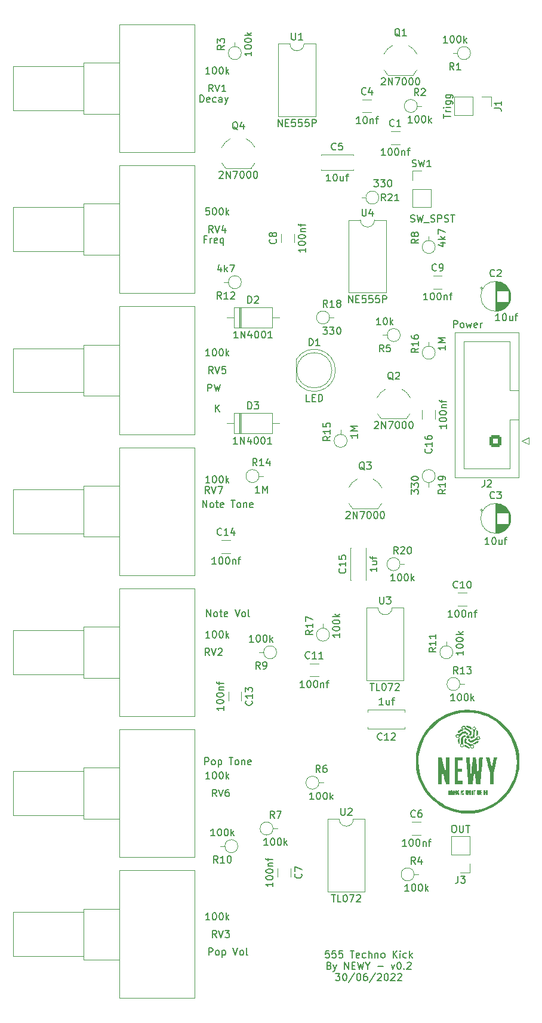
<source format=gto>
G04 #@! TF.GenerationSoftware,KiCad,Pcbnew,6.0.6-3a73a75311~116~ubuntu20.04.1*
G04 #@! TF.CreationDate,2022-07-16T23:38:47+01:00*
G04 #@! TF.ProjectId,555kick,3535356b-6963-46b2-9e6b-696361645f70,rev?*
G04 #@! TF.SameCoordinates,Original*
G04 #@! TF.FileFunction,Legend,Top*
G04 #@! TF.FilePolarity,Positive*
%FSLAX46Y46*%
G04 Gerber Fmt 4.6, Leading zero omitted, Abs format (unit mm)*
G04 Created by KiCad (PCBNEW 6.0.6-3a73a75311~116~ubuntu20.04.1) date 2022-07-16 23:38:47*
%MOMM*%
%LPD*%
G01*
G04 APERTURE LIST*
G04 Aperture macros list*
%AMRoundRect*
0 Rectangle with rounded corners*
0 $1 Rounding radius*
0 $2 $3 $4 $5 $6 $7 $8 $9 X,Y pos of 4 corners*
0 Add a 4 corners polygon primitive as box body*
4,1,4,$2,$3,$4,$5,$6,$7,$8,$9,$2,$3,0*
0 Add four circle primitives for the rounded corners*
1,1,$1+$1,$2,$3*
1,1,$1+$1,$4,$5*
1,1,$1+$1,$6,$7*
1,1,$1+$1,$8,$9*
0 Add four rect primitives between the rounded corners*
20,1,$1+$1,$2,$3,$4,$5,0*
20,1,$1+$1,$4,$5,$6,$7,0*
20,1,$1+$1,$6,$7,$8,$9,0*
20,1,$1+$1,$8,$9,$2,$3,0*%
G04 Aperture macros list end*
%ADD10C,0.150000*%
%ADD11C,0.120000*%
%ADD12O,1.600000X1.600000*%
%ADD13R,1.600000X1.600000*%
%ADD14C,2.340000*%
%ADD15C,1.600000*%
%ADD16C,1.200000*%
%ADD17R,1.200000X1.200000*%
%ADD18C,1.800000*%
%ADD19R,1.800000X1.800000*%
%ADD20O,2.200000X2.200000*%
%ADD21R,2.200000X2.200000*%
%ADD22R,1.700000X1.700000*%
%ADD23O,1.700000X1.700000*%
%ADD24RoundRect,0.250000X0.600000X0.600000X-0.600000X0.600000X-0.600000X-0.600000X0.600000X-0.600000X0*%
%ADD25C,1.700000*%
%ADD26C,1.500000*%
%ADD27R,1.500000X1.500000*%
%ADD28O,1.400000X1.400000*%
%ADD29C,1.400000*%
G04 APERTURE END LIST*
D10*
X120738095Y-150452380D02*
X120738095Y-149452380D01*
X121119047Y-149452380D01*
X121214285Y-149500000D01*
X121261904Y-149547619D01*
X121309523Y-149642857D01*
X121309523Y-149785714D01*
X121261904Y-149880952D01*
X121214285Y-149928571D01*
X121119047Y-149976190D01*
X120738095Y-149976190D01*
X121880952Y-150452380D02*
X121785714Y-150404761D01*
X121738095Y-150357142D01*
X121690476Y-150261904D01*
X121690476Y-149976190D01*
X121738095Y-149880952D01*
X121785714Y-149833333D01*
X121880952Y-149785714D01*
X122023809Y-149785714D01*
X122119047Y-149833333D01*
X122166666Y-149880952D01*
X122214285Y-149976190D01*
X122214285Y-150261904D01*
X122166666Y-150357142D01*
X122119047Y-150404761D01*
X122023809Y-150452380D01*
X121880952Y-150452380D01*
X122642857Y-149785714D02*
X122642857Y-150785714D01*
X122642857Y-149833333D02*
X122738095Y-149785714D01*
X122928571Y-149785714D01*
X123023809Y-149833333D01*
X123071428Y-149880952D01*
X123119047Y-149976190D01*
X123119047Y-150261904D01*
X123071428Y-150357142D01*
X123023809Y-150404761D01*
X122928571Y-150452380D01*
X122738095Y-150452380D01*
X122642857Y-150404761D01*
X124166666Y-149452380D02*
X124738095Y-149452380D01*
X124452380Y-150452380D02*
X124452380Y-149452380D01*
X125214285Y-150452380D02*
X125119047Y-150404761D01*
X125071428Y-150357142D01*
X125023809Y-150261904D01*
X125023809Y-149976190D01*
X125071428Y-149880952D01*
X125119047Y-149833333D01*
X125214285Y-149785714D01*
X125357142Y-149785714D01*
X125452380Y-149833333D01*
X125500000Y-149880952D01*
X125547619Y-149976190D01*
X125547619Y-150261904D01*
X125500000Y-150357142D01*
X125452380Y-150404761D01*
X125357142Y-150452380D01*
X125214285Y-150452380D01*
X125976190Y-149785714D02*
X125976190Y-150452380D01*
X125976190Y-149880952D02*
X126023809Y-149833333D01*
X126119047Y-149785714D01*
X126261904Y-149785714D01*
X126357142Y-149833333D01*
X126404761Y-149928571D01*
X126404761Y-150452380D01*
X127261904Y-150404761D02*
X127166666Y-150452380D01*
X126976190Y-150452380D01*
X126880952Y-150404761D01*
X126833333Y-150309523D01*
X126833333Y-149928571D01*
X126880952Y-149833333D01*
X126976190Y-149785714D01*
X127166666Y-149785714D01*
X127261904Y-149833333D01*
X127309523Y-149928571D01*
X127309523Y-150023809D01*
X126833333Y-150119047D01*
X120047619Y-56452380D02*
X120047619Y-55452380D01*
X120285714Y-55452380D01*
X120428571Y-55500000D01*
X120523809Y-55595238D01*
X120571428Y-55690476D01*
X120619047Y-55880952D01*
X120619047Y-56023809D01*
X120571428Y-56214285D01*
X120523809Y-56309523D01*
X120428571Y-56404761D01*
X120285714Y-56452380D01*
X120047619Y-56452380D01*
X121428571Y-56404761D02*
X121333333Y-56452380D01*
X121142857Y-56452380D01*
X121047619Y-56404761D01*
X121000000Y-56309523D01*
X121000000Y-55928571D01*
X121047619Y-55833333D01*
X121142857Y-55785714D01*
X121333333Y-55785714D01*
X121428571Y-55833333D01*
X121476190Y-55928571D01*
X121476190Y-56023809D01*
X121000000Y-56119047D01*
X122333333Y-56404761D02*
X122238095Y-56452380D01*
X122047619Y-56452380D01*
X121952380Y-56404761D01*
X121904761Y-56357142D01*
X121857142Y-56261904D01*
X121857142Y-55976190D01*
X121904761Y-55880952D01*
X121952380Y-55833333D01*
X122047619Y-55785714D01*
X122238095Y-55785714D01*
X122333333Y-55833333D01*
X123190476Y-56452380D02*
X123190476Y-55928571D01*
X123142857Y-55833333D01*
X123047619Y-55785714D01*
X122857142Y-55785714D01*
X122761904Y-55833333D01*
X123190476Y-56404761D02*
X123095238Y-56452380D01*
X122857142Y-56452380D01*
X122761904Y-56404761D01*
X122714285Y-56309523D01*
X122714285Y-56214285D01*
X122761904Y-56119047D01*
X122857142Y-56071428D01*
X123095238Y-56071428D01*
X123190476Y-56023809D01*
X123571428Y-55785714D02*
X123809523Y-56452380D01*
X124047619Y-55785714D02*
X123809523Y-56452380D01*
X123714285Y-56690476D01*
X123666666Y-56738095D01*
X123571428Y-56785714D01*
X121309523Y-177452380D02*
X121309523Y-176452380D01*
X121690476Y-176452380D01*
X121785714Y-176500000D01*
X121833333Y-176547619D01*
X121880952Y-176642857D01*
X121880952Y-176785714D01*
X121833333Y-176880952D01*
X121785714Y-176928571D01*
X121690476Y-176976190D01*
X121309523Y-176976190D01*
X122452380Y-177452380D02*
X122357142Y-177404761D01*
X122309523Y-177357142D01*
X122261904Y-177261904D01*
X122261904Y-176976190D01*
X122309523Y-176880952D01*
X122357142Y-176833333D01*
X122452380Y-176785714D01*
X122595238Y-176785714D01*
X122690476Y-176833333D01*
X122738095Y-176880952D01*
X122785714Y-176976190D01*
X122785714Y-177261904D01*
X122738095Y-177357142D01*
X122690476Y-177404761D01*
X122595238Y-177452380D01*
X122452380Y-177452380D01*
X123214285Y-176785714D02*
X123214285Y-177785714D01*
X123214285Y-176833333D02*
X123309523Y-176785714D01*
X123500000Y-176785714D01*
X123595238Y-176833333D01*
X123642857Y-176880952D01*
X123690476Y-176976190D01*
X123690476Y-177261904D01*
X123642857Y-177357142D01*
X123595238Y-177404761D01*
X123500000Y-177452380D01*
X123309523Y-177452380D01*
X123214285Y-177404761D01*
X124738095Y-176452380D02*
X125071428Y-177452380D01*
X125404761Y-176452380D01*
X125880952Y-177452380D02*
X125785714Y-177404761D01*
X125738095Y-177357142D01*
X125690476Y-177261904D01*
X125690476Y-176976190D01*
X125738095Y-176880952D01*
X125785714Y-176833333D01*
X125880952Y-176785714D01*
X126023809Y-176785714D01*
X126119047Y-176833333D01*
X126166666Y-176880952D01*
X126214285Y-176976190D01*
X126214285Y-177261904D01*
X126166666Y-177357142D01*
X126119047Y-177404761D01*
X126023809Y-177452380D01*
X125880952Y-177452380D01*
X126785714Y-177452380D02*
X126690476Y-177404761D01*
X126642857Y-177309523D01*
X126642857Y-176452380D01*
X138357142Y-176842380D02*
X137880952Y-176842380D01*
X137833333Y-177318571D01*
X137880952Y-177270952D01*
X137976190Y-177223333D01*
X138214285Y-177223333D01*
X138309523Y-177270952D01*
X138357142Y-177318571D01*
X138404761Y-177413809D01*
X138404761Y-177651904D01*
X138357142Y-177747142D01*
X138309523Y-177794761D01*
X138214285Y-177842380D01*
X137976190Y-177842380D01*
X137880952Y-177794761D01*
X137833333Y-177747142D01*
X139309523Y-176842380D02*
X138833333Y-176842380D01*
X138785714Y-177318571D01*
X138833333Y-177270952D01*
X138928571Y-177223333D01*
X139166666Y-177223333D01*
X139261904Y-177270952D01*
X139309523Y-177318571D01*
X139357142Y-177413809D01*
X139357142Y-177651904D01*
X139309523Y-177747142D01*
X139261904Y-177794761D01*
X139166666Y-177842380D01*
X138928571Y-177842380D01*
X138833333Y-177794761D01*
X138785714Y-177747142D01*
X140261904Y-176842380D02*
X139785714Y-176842380D01*
X139738095Y-177318571D01*
X139785714Y-177270952D01*
X139880952Y-177223333D01*
X140119047Y-177223333D01*
X140214285Y-177270952D01*
X140261904Y-177318571D01*
X140309523Y-177413809D01*
X140309523Y-177651904D01*
X140261904Y-177747142D01*
X140214285Y-177794761D01*
X140119047Y-177842380D01*
X139880952Y-177842380D01*
X139785714Y-177794761D01*
X139738095Y-177747142D01*
X141357142Y-176842380D02*
X141928571Y-176842380D01*
X141642857Y-177842380D02*
X141642857Y-176842380D01*
X142642857Y-177794761D02*
X142547619Y-177842380D01*
X142357142Y-177842380D01*
X142261904Y-177794761D01*
X142214285Y-177699523D01*
X142214285Y-177318571D01*
X142261904Y-177223333D01*
X142357142Y-177175714D01*
X142547619Y-177175714D01*
X142642857Y-177223333D01*
X142690476Y-177318571D01*
X142690476Y-177413809D01*
X142214285Y-177509047D01*
X143547619Y-177794761D02*
X143452380Y-177842380D01*
X143261904Y-177842380D01*
X143166666Y-177794761D01*
X143119047Y-177747142D01*
X143071428Y-177651904D01*
X143071428Y-177366190D01*
X143119047Y-177270952D01*
X143166666Y-177223333D01*
X143261904Y-177175714D01*
X143452380Y-177175714D01*
X143547619Y-177223333D01*
X143976190Y-177842380D02*
X143976190Y-176842380D01*
X144404761Y-177842380D02*
X144404761Y-177318571D01*
X144357142Y-177223333D01*
X144261904Y-177175714D01*
X144119047Y-177175714D01*
X144023809Y-177223333D01*
X143976190Y-177270952D01*
X144880952Y-177175714D02*
X144880952Y-177842380D01*
X144880952Y-177270952D02*
X144928571Y-177223333D01*
X145023809Y-177175714D01*
X145166666Y-177175714D01*
X145261904Y-177223333D01*
X145309523Y-177318571D01*
X145309523Y-177842380D01*
X145928571Y-177842380D02*
X145833333Y-177794761D01*
X145785714Y-177747142D01*
X145738095Y-177651904D01*
X145738095Y-177366190D01*
X145785714Y-177270952D01*
X145833333Y-177223333D01*
X145928571Y-177175714D01*
X146071428Y-177175714D01*
X146166666Y-177223333D01*
X146214285Y-177270952D01*
X146261904Y-177366190D01*
X146261904Y-177651904D01*
X146214285Y-177747142D01*
X146166666Y-177794761D01*
X146071428Y-177842380D01*
X145928571Y-177842380D01*
X147452380Y-177842380D02*
X147452380Y-176842380D01*
X148023809Y-177842380D02*
X147595238Y-177270952D01*
X148023809Y-176842380D02*
X147452380Y-177413809D01*
X148452380Y-177842380D02*
X148452380Y-177175714D01*
X148452380Y-176842380D02*
X148404761Y-176890000D01*
X148452380Y-176937619D01*
X148500000Y-176890000D01*
X148452380Y-176842380D01*
X148452380Y-176937619D01*
X149357142Y-177794761D02*
X149261904Y-177842380D01*
X149071428Y-177842380D01*
X148976190Y-177794761D01*
X148928571Y-177747142D01*
X148880952Y-177651904D01*
X148880952Y-177366190D01*
X148928571Y-177270952D01*
X148976190Y-177223333D01*
X149071428Y-177175714D01*
X149261904Y-177175714D01*
X149357142Y-177223333D01*
X149785714Y-177842380D02*
X149785714Y-176842380D01*
X149880952Y-177461428D02*
X150166666Y-177842380D01*
X150166666Y-177175714D02*
X149785714Y-177556666D01*
X138380952Y-178928571D02*
X138523809Y-178976190D01*
X138571428Y-179023809D01*
X138619047Y-179119047D01*
X138619047Y-179261904D01*
X138571428Y-179357142D01*
X138523809Y-179404761D01*
X138428571Y-179452380D01*
X138047619Y-179452380D01*
X138047619Y-178452380D01*
X138380952Y-178452380D01*
X138476190Y-178500000D01*
X138523809Y-178547619D01*
X138571428Y-178642857D01*
X138571428Y-178738095D01*
X138523809Y-178833333D01*
X138476190Y-178880952D01*
X138380952Y-178928571D01*
X138047619Y-178928571D01*
X138952380Y-178785714D02*
X139190476Y-179452380D01*
X139428571Y-178785714D02*
X139190476Y-179452380D01*
X139095238Y-179690476D01*
X139047619Y-179738095D01*
X138952380Y-179785714D01*
X140571428Y-179452380D02*
X140571428Y-178452380D01*
X141142857Y-179452380D01*
X141142857Y-178452380D01*
X141619047Y-178928571D02*
X141952380Y-178928571D01*
X142095238Y-179452380D02*
X141619047Y-179452380D01*
X141619047Y-178452380D01*
X142095238Y-178452380D01*
X142428571Y-178452380D02*
X142666666Y-179452380D01*
X142857142Y-178738095D01*
X143047619Y-179452380D01*
X143285714Y-178452380D01*
X143857142Y-178976190D02*
X143857142Y-179452380D01*
X143523809Y-178452380D02*
X143857142Y-178976190D01*
X144190476Y-178452380D01*
X145285714Y-179071428D02*
X146047619Y-179071428D01*
X147190476Y-178785714D02*
X147428571Y-179452380D01*
X147666666Y-178785714D01*
X148238095Y-178452380D02*
X148333333Y-178452380D01*
X148428571Y-178500000D01*
X148476190Y-178547619D01*
X148523809Y-178642857D01*
X148571428Y-178833333D01*
X148571428Y-179071428D01*
X148523809Y-179261904D01*
X148476190Y-179357142D01*
X148428571Y-179404761D01*
X148333333Y-179452380D01*
X148238095Y-179452380D01*
X148142857Y-179404761D01*
X148095238Y-179357142D01*
X148047619Y-179261904D01*
X148000000Y-179071428D01*
X148000000Y-178833333D01*
X148047619Y-178642857D01*
X148095238Y-178547619D01*
X148142857Y-178500000D01*
X148238095Y-178452380D01*
X149000000Y-179357142D02*
X149047619Y-179404761D01*
X149000000Y-179452380D01*
X148952380Y-179404761D01*
X149000000Y-179357142D01*
X149000000Y-179452380D01*
X149428571Y-178547619D02*
X149476190Y-178500000D01*
X149571428Y-178452380D01*
X149809523Y-178452380D01*
X149904761Y-178500000D01*
X149952380Y-178547619D01*
X150000000Y-178642857D01*
X150000000Y-178738095D01*
X149952380Y-178880952D01*
X149380952Y-179452380D01*
X150000000Y-179452380D01*
X139285714Y-180062380D02*
X139904761Y-180062380D01*
X139571428Y-180443333D01*
X139714285Y-180443333D01*
X139809523Y-180490952D01*
X139857142Y-180538571D01*
X139904761Y-180633809D01*
X139904761Y-180871904D01*
X139857142Y-180967142D01*
X139809523Y-181014761D01*
X139714285Y-181062380D01*
X139428571Y-181062380D01*
X139333333Y-181014761D01*
X139285714Y-180967142D01*
X140523809Y-180062380D02*
X140619047Y-180062380D01*
X140714285Y-180110000D01*
X140761904Y-180157619D01*
X140809523Y-180252857D01*
X140857142Y-180443333D01*
X140857142Y-180681428D01*
X140809523Y-180871904D01*
X140761904Y-180967142D01*
X140714285Y-181014761D01*
X140619047Y-181062380D01*
X140523809Y-181062380D01*
X140428571Y-181014761D01*
X140380952Y-180967142D01*
X140333333Y-180871904D01*
X140285714Y-180681428D01*
X140285714Y-180443333D01*
X140333333Y-180252857D01*
X140380952Y-180157619D01*
X140428571Y-180110000D01*
X140523809Y-180062380D01*
X142000000Y-180014761D02*
X141142857Y-181300476D01*
X142523809Y-180062380D02*
X142619047Y-180062380D01*
X142714285Y-180110000D01*
X142761904Y-180157619D01*
X142809523Y-180252857D01*
X142857142Y-180443333D01*
X142857142Y-180681428D01*
X142809523Y-180871904D01*
X142761904Y-180967142D01*
X142714285Y-181014761D01*
X142619047Y-181062380D01*
X142523809Y-181062380D01*
X142428571Y-181014761D01*
X142380952Y-180967142D01*
X142333333Y-180871904D01*
X142285714Y-180681428D01*
X142285714Y-180443333D01*
X142333333Y-180252857D01*
X142380952Y-180157619D01*
X142428571Y-180110000D01*
X142523809Y-180062380D01*
X143714285Y-180062380D02*
X143523809Y-180062380D01*
X143428571Y-180110000D01*
X143380952Y-180157619D01*
X143285714Y-180300476D01*
X143238095Y-180490952D01*
X143238095Y-180871904D01*
X143285714Y-180967142D01*
X143333333Y-181014761D01*
X143428571Y-181062380D01*
X143619047Y-181062380D01*
X143714285Y-181014761D01*
X143761904Y-180967142D01*
X143809523Y-180871904D01*
X143809523Y-180633809D01*
X143761904Y-180538571D01*
X143714285Y-180490952D01*
X143619047Y-180443333D01*
X143428571Y-180443333D01*
X143333333Y-180490952D01*
X143285714Y-180538571D01*
X143238095Y-180633809D01*
X144952380Y-180014761D02*
X144095238Y-181300476D01*
X145238095Y-180157619D02*
X145285714Y-180110000D01*
X145380952Y-180062380D01*
X145619047Y-180062380D01*
X145714285Y-180110000D01*
X145761904Y-180157619D01*
X145809523Y-180252857D01*
X145809523Y-180348095D01*
X145761904Y-180490952D01*
X145190476Y-181062380D01*
X145809523Y-181062380D01*
X146428571Y-180062380D02*
X146523809Y-180062380D01*
X146619047Y-180110000D01*
X146666666Y-180157619D01*
X146714285Y-180252857D01*
X146761904Y-180443333D01*
X146761904Y-180681428D01*
X146714285Y-180871904D01*
X146666666Y-180967142D01*
X146619047Y-181014761D01*
X146523809Y-181062380D01*
X146428571Y-181062380D01*
X146333333Y-181014761D01*
X146285714Y-180967142D01*
X146238095Y-180871904D01*
X146190476Y-180681428D01*
X146190476Y-180443333D01*
X146238095Y-180252857D01*
X146285714Y-180157619D01*
X146333333Y-180110000D01*
X146428571Y-180062380D01*
X147142857Y-180157619D02*
X147190476Y-180110000D01*
X147285714Y-180062380D01*
X147523809Y-180062380D01*
X147619047Y-180110000D01*
X147666666Y-180157619D01*
X147714285Y-180252857D01*
X147714285Y-180348095D01*
X147666666Y-180490952D01*
X147095238Y-181062380D01*
X147714285Y-181062380D01*
X148095238Y-180157619D02*
X148142857Y-180110000D01*
X148238095Y-180062380D01*
X148476190Y-180062380D01*
X148571428Y-180110000D01*
X148619047Y-180157619D01*
X148666666Y-180252857D01*
X148666666Y-180348095D01*
X148619047Y-180490952D01*
X148047619Y-181062380D01*
X148666666Y-181062380D01*
X121023809Y-129452380D02*
X121023809Y-128452380D01*
X121595238Y-129452380D01*
X121595238Y-128452380D01*
X122214285Y-129452380D02*
X122119047Y-129404761D01*
X122071428Y-129357142D01*
X122023809Y-129261904D01*
X122023809Y-128976190D01*
X122071428Y-128880952D01*
X122119047Y-128833333D01*
X122214285Y-128785714D01*
X122357142Y-128785714D01*
X122452380Y-128833333D01*
X122500000Y-128880952D01*
X122547619Y-128976190D01*
X122547619Y-129261904D01*
X122500000Y-129357142D01*
X122452380Y-129404761D01*
X122357142Y-129452380D01*
X122214285Y-129452380D01*
X122833333Y-128785714D02*
X123214285Y-128785714D01*
X122976190Y-128452380D02*
X122976190Y-129309523D01*
X123023809Y-129404761D01*
X123119047Y-129452380D01*
X123214285Y-129452380D01*
X123928571Y-129404761D02*
X123833333Y-129452380D01*
X123642857Y-129452380D01*
X123547619Y-129404761D01*
X123500000Y-129309523D01*
X123500000Y-128928571D01*
X123547619Y-128833333D01*
X123642857Y-128785714D01*
X123833333Y-128785714D01*
X123928571Y-128833333D01*
X123976190Y-128928571D01*
X123976190Y-129023809D01*
X123500000Y-129119047D01*
X125023809Y-128452380D02*
X125357142Y-129452380D01*
X125690476Y-128452380D01*
X126166666Y-129452380D02*
X126071428Y-129404761D01*
X126023809Y-129357142D01*
X125976190Y-129261904D01*
X125976190Y-128976190D01*
X126023809Y-128880952D01*
X126071428Y-128833333D01*
X126166666Y-128785714D01*
X126309523Y-128785714D01*
X126404761Y-128833333D01*
X126452380Y-128880952D01*
X126500000Y-128976190D01*
X126500000Y-129261904D01*
X126452380Y-129357142D01*
X126404761Y-129404761D01*
X126309523Y-129452380D01*
X126166666Y-129452380D01*
X127071428Y-129452380D02*
X126976190Y-129404761D01*
X126928571Y-129309523D01*
X126928571Y-128452380D01*
X121166666Y-97452380D02*
X121166666Y-96452380D01*
X121547619Y-96452380D01*
X121642857Y-96500000D01*
X121690476Y-96547619D01*
X121738095Y-96642857D01*
X121738095Y-96785714D01*
X121690476Y-96880952D01*
X121642857Y-96928571D01*
X121547619Y-96976190D01*
X121166666Y-96976190D01*
X122071428Y-96452380D02*
X122309523Y-97452380D01*
X122500000Y-96738095D01*
X122690476Y-97452380D01*
X122928571Y-96452380D01*
X120952380Y-75928571D02*
X120619047Y-75928571D01*
X120619047Y-76452380D02*
X120619047Y-75452380D01*
X121095238Y-75452380D01*
X121476190Y-76452380D02*
X121476190Y-75785714D01*
X121476190Y-75976190D02*
X121523809Y-75880952D01*
X121571428Y-75833333D01*
X121666666Y-75785714D01*
X121761904Y-75785714D01*
X122476190Y-76404761D02*
X122380952Y-76452380D01*
X122190476Y-76452380D01*
X122095238Y-76404761D01*
X122047619Y-76309523D01*
X122047619Y-75928571D01*
X122095238Y-75833333D01*
X122190476Y-75785714D01*
X122380952Y-75785714D01*
X122476190Y-75833333D01*
X122523809Y-75928571D01*
X122523809Y-76023809D01*
X122047619Y-76119047D01*
X123380952Y-75785714D02*
X123380952Y-76785714D01*
X123380952Y-76404761D02*
X123285714Y-76452380D01*
X123095238Y-76452380D01*
X123000000Y-76404761D01*
X122952380Y-76357142D01*
X122904761Y-76261904D01*
X122904761Y-75976190D01*
X122952380Y-75880952D01*
X123000000Y-75833333D01*
X123095238Y-75785714D01*
X123285714Y-75785714D01*
X123380952Y-75833333D01*
X120452380Y-113952380D02*
X120452380Y-112952380D01*
X121023809Y-113952380D01*
X121023809Y-112952380D01*
X121642857Y-113952380D02*
X121547619Y-113904761D01*
X121500000Y-113857142D01*
X121452380Y-113761904D01*
X121452380Y-113476190D01*
X121500000Y-113380952D01*
X121547619Y-113333333D01*
X121642857Y-113285714D01*
X121785714Y-113285714D01*
X121880952Y-113333333D01*
X121928571Y-113380952D01*
X121976190Y-113476190D01*
X121976190Y-113761904D01*
X121928571Y-113857142D01*
X121880952Y-113904761D01*
X121785714Y-113952380D01*
X121642857Y-113952380D01*
X122261904Y-113285714D02*
X122642857Y-113285714D01*
X122404761Y-112952380D02*
X122404761Y-113809523D01*
X122452380Y-113904761D01*
X122547619Y-113952380D01*
X122642857Y-113952380D01*
X123357142Y-113904761D02*
X123261904Y-113952380D01*
X123071428Y-113952380D01*
X122976190Y-113904761D01*
X122928571Y-113809523D01*
X122928571Y-113428571D01*
X122976190Y-113333333D01*
X123071428Y-113285714D01*
X123261904Y-113285714D01*
X123357142Y-113333333D01*
X123404761Y-113428571D01*
X123404761Y-113523809D01*
X122928571Y-113619047D01*
X124452380Y-112952380D02*
X125023809Y-112952380D01*
X124738095Y-113952380D02*
X124738095Y-112952380D01*
X125500000Y-113952380D02*
X125404761Y-113904761D01*
X125357142Y-113857142D01*
X125309523Y-113761904D01*
X125309523Y-113476190D01*
X125357142Y-113380952D01*
X125404761Y-113333333D01*
X125500000Y-113285714D01*
X125642857Y-113285714D01*
X125738095Y-113333333D01*
X125785714Y-113380952D01*
X125833333Y-113476190D01*
X125833333Y-113761904D01*
X125785714Y-113857142D01*
X125738095Y-113904761D01*
X125642857Y-113952380D01*
X125500000Y-113952380D01*
X126261904Y-113285714D02*
X126261904Y-113952380D01*
X126261904Y-113380952D02*
X126309523Y-113333333D01*
X126404761Y-113285714D01*
X126547619Y-113285714D01*
X126642857Y-113333333D01*
X126690476Y-113428571D01*
X126690476Y-113952380D01*
X127547619Y-113904761D02*
X127452380Y-113952380D01*
X127261904Y-113952380D01*
X127166666Y-113904761D01*
X127119047Y-113809523D01*
X127119047Y-113428571D01*
X127166666Y-113333333D01*
X127261904Y-113285714D01*
X127452380Y-113285714D01*
X127547619Y-113333333D01*
X127595238Y-113428571D01*
X127595238Y-113523809D01*
X127119047Y-113619047D01*
X133048095Y-46622380D02*
X133048095Y-47431904D01*
X133095714Y-47527142D01*
X133143333Y-47574761D01*
X133238571Y-47622380D01*
X133429047Y-47622380D01*
X133524285Y-47574761D01*
X133571904Y-47527142D01*
X133619523Y-47431904D01*
X133619523Y-46622380D01*
X134619523Y-47622380D02*
X134048095Y-47622380D01*
X134333809Y-47622380D02*
X134333809Y-46622380D01*
X134238571Y-46765238D01*
X134143333Y-46860476D01*
X134048095Y-46908095D01*
X131143333Y-59902380D02*
X131143333Y-58902380D01*
X131714761Y-59902380D01*
X131714761Y-58902380D01*
X132190952Y-59378571D02*
X132524285Y-59378571D01*
X132667142Y-59902380D02*
X132190952Y-59902380D01*
X132190952Y-58902380D01*
X132667142Y-58902380D01*
X133571904Y-58902380D02*
X133095714Y-58902380D01*
X133048095Y-59378571D01*
X133095714Y-59330952D01*
X133190952Y-59283333D01*
X133429047Y-59283333D01*
X133524285Y-59330952D01*
X133571904Y-59378571D01*
X133619523Y-59473809D01*
X133619523Y-59711904D01*
X133571904Y-59807142D01*
X133524285Y-59854761D01*
X133429047Y-59902380D01*
X133190952Y-59902380D01*
X133095714Y-59854761D01*
X133048095Y-59807142D01*
X134524285Y-58902380D02*
X134048095Y-58902380D01*
X134000476Y-59378571D01*
X134048095Y-59330952D01*
X134143333Y-59283333D01*
X134381428Y-59283333D01*
X134476666Y-59330952D01*
X134524285Y-59378571D01*
X134571904Y-59473809D01*
X134571904Y-59711904D01*
X134524285Y-59807142D01*
X134476666Y-59854761D01*
X134381428Y-59902380D01*
X134143333Y-59902380D01*
X134048095Y-59854761D01*
X134000476Y-59807142D01*
X135476666Y-58902380D02*
X135000476Y-58902380D01*
X134952857Y-59378571D01*
X135000476Y-59330952D01*
X135095714Y-59283333D01*
X135333809Y-59283333D01*
X135429047Y-59330952D01*
X135476666Y-59378571D01*
X135524285Y-59473809D01*
X135524285Y-59711904D01*
X135476666Y-59807142D01*
X135429047Y-59854761D01*
X135333809Y-59902380D01*
X135095714Y-59902380D01*
X135000476Y-59854761D01*
X134952857Y-59807142D01*
X135952857Y-59902380D02*
X135952857Y-58902380D01*
X136333809Y-58902380D01*
X136429047Y-58950000D01*
X136476666Y-58997619D01*
X136524285Y-59092857D01*
X136524285Y-59235714D01*
X136476666Y-59330952D01*
X136429047Y-59378571D01*
X136333809Y-59426190D01*
X135952857Y-59426190D01*
X121404761Y-134952380D02*
X121071428Y-134476190D01*
X120833333Y-134952380D02*
X120833333Y-133952380D01*
X121214285Y-133952380D01*
X121309523Y-134000000D01*
X121357142Y-134047619D01*
X121404761Y-134142857D01*
X121404761Y-134285714D01*
X121357142Y-134380952D01*
X121309523Y-134428571D01*
X121214285Y-134476190D01*
X120833333Y-134476190D01*
X121690476Y-133952380D02*
X122023809Y-134952380D01*
X122357142Y-133952380D01*
X122642857Y-134047619D02*
X122690476Y-134000000D01*
X122785714Y-133952380D01*
X123023809Y-133952380D01*
X123119047Y-134000000D01*
X123166666Y-134047619D01*
X123214285Y-134142857D01*
X123214285Y-134238095D01*
X123166666Y-134380952D01*
X122595238Y-134952380D01*
X123214285Y-134952380D01*
X121428571Y-132452380D02*
X120857142Y-132452380D01*
X121142857Y-132452380D02*
X121142857Y-131452380D01*
X121047619Y-131595238D01*
X120952380Y-131690476D01*
X120857142Y-131738095D01*
X122047619Y-131452380D02*
X122142857Y-131452380D01*
X122238095Y-131500000D01*
X122285714Y-131547619D01*
X122333333Y-131642857D01*
X122380952Y-131833333D01*
X122380952Y-132071428D01*
X122333333Y-132261904D01*
X122285714Y-132357142D01*
X122238095Y-132404761D01*
X122142857Y-132452380D01*
X122047619Y-132452380D01*
X121952380Y-132404761D01*
X121904761Y-132357142D01*
X121857142Y-132261904D01*
X121809523Y-132071428D01*
X121809523Y-131833333D01*
X121857142Y-131642857D01*
X121904761Y-131547619D01*
X121952380Y-131500000D01*
X122047619Y-131452380D01*
X123000000Y-131452380D02*
X123095238Y-131452380D01*
X123190476Y-131500000D01*
X123238095Y-131547619D01*
X123285714Y-131642857D01*
X123333333Y-131833333D01*
X123333333Y-132071428D01*
X123285714Y-132261904D01*
X123238095Y-132357142D01*
X123190476Y-132404761D01*
X123095238Y-132452380D01*
X123000000Y-132452380D01*
X122904761Y-132404761D01*
X122857142Y-132357142D01*
X122809523Y-132261904D01*
X122761904Y-132071428D01*
X122761904Y-131833333D01*
X122809523Y-131642857D01*
X122857142Y-131547619D01*
X122904761Y-131500000D01*
X123000000Y-131452380D01*
X123761904Y-132452380D02*
X123761904Y-131452380D01*
X123857142Y-132071428D02*
X124142857Y-132452380D01*
X124142857Y-131785714D02*
X123761904Y-132166666D01*
X121404761Y-111952380D02*
X121071428Y-111476190D01*
X120833333Y-111952380D02*
X120833333Y-110952380D01*
X121214285Y-110952380D01*
X121309523Y-111000000D01*
X121357142Y-111047619D01*
X121404761Y-111142857D01*
X121404761Y-111285714D01*
X121357142Y-111380952D01*
X121309523Y-111428571D01*
X121214285Y-111476190D01*
X120833333Y-111476190D01*
X121690476Y-110952380D02*
X122023809Y-111952380D01*
X122357142Y-110952380D01*
X122595238Y-110952380D02*
X123261904Y-110952380D01*
X122833333Y-111952380D01*
X121428571Y-110452380D02*
X120857142Y-110452380D01*
X121142857Y-110452380D02*
X121142857Y-109452380D01*
X121047619Y-109595238D01*
X120952380Y-109690476D01*
X120857142Y-109738095D01*
X122047619Y-109452380D02*
X122142857Y-109452380D01*
X122238095Y-109500000D01*
X122285714Y-109547619D01*
X122333333Y-109642857D01*
X122380952Y-109833333D01*
X122380952Y-110071428D01*
X122333333Y-110261904D01*
X122285714Y-110357142D01*
X122238095Y-110404761D01*
X122142857Y-110452380D01*
X122047619Y-110452380D01*
X121952380Y-110404761D01*
X121904761Y-110357142D01*
X121857142Y-110261904D01*
X121809523Y-110071428D01*
X121809523Y-109833333D01*
X121857142Y-109642857D01*
X121904761Y-109547619D01*
X121952380Y-109500000D01*
X122047619Y-109452380D01*
X123000000Y-109452380D02*
X123095238Y-109452380D01*
X123190476Y-109500000D01*
X123238095Y-109547619D01*
X123285714Y-109642857D01*
X123333333Y-109833333D01*
X123333333Y-110071428D01*
X123285714Y-110261904D01*
X123238095Y-110357142D01*
X123190476Y-110404761D01*
X123095238Y-110452380D01*
X123000000Y-110452380D01*
X122904761Y-110404761D01*
X122857142Y-110357142D01*
X122809523Y-110261904D01*
X122761904Y-110071428D01*
X122761904Y-109833333D01*
X122809523Y-109642857D01*
X122857142Y-109547619D01*
X122904761Y-109500000D01*
X123000000Y-109452380D01*
X123761904Y-110452380D02*
X123761904Y-109452380D01*
X123857142Y-110071428D02*
X124142857Y-110452380D01*
X124142857Y-109785714D02*
X123761904Y-110166666D01*
X147583333Y-59807142D02*
X147535714Y-59854761D01*
X147392857Y-59902380D01*
X147297619Y-59902380D01*
X147154761Y-59854761D01*
X147059523Y-59759523D01*
X147011904Y-59664285D01*
X146964285Y-59473809D01*
X146964285Y-59330952D01*
X147011904Y-59140476D01*
X147059523Y-59045238D01*
X147154761Y-58950000D01*
X147297619Y-58902380D01*
X147392857Y-58902380D01*
X147535714Y-58950000D01*
X147583333Y-58997619D01*
X148535714Y-59902380D02*
X147964285Y-59902380D01*
X148250000Y-59902380D02*
X148250000Y-58902380D01*
X148154761Y-59045238D01*
X148059523Y-59140476D01*
X147964285Y-59188095D01*
X146345238Y-64002380D02*
X145773809Y-64002380D01*
X146059523Y-64002380D02*
X146059523Y-63002380D01*
X145964285Y-63145238D01*
X145869047Y-63240476D01*
X145773809Y-63288095D01*
X146964285Y-63002380D02*
X147059523Y-63002380D01*
X147154761Y-63050000D01*
X147202380Y-63097619D01*
X147250000Y-63192857D01*
X147297619Y-63383333D01*
X147297619Y-63621428D01*
X147250000Y-63811904D01*
X147202380Y-63907142D01*
X147154761Y-63954761D01*
X147059523Y-64002380D01*
X146964285Y-64002380D01*
X146869047Y-63954761D01*
X146821428Y-63907142D01*
X146773809Y-63811904D01*
X146726190Y-63621428D01*
X146726190Y-63383333D01*
X146773809Y-63192857D01*
X146821428Y-63097619D01*
X146869047Y-63050000D01*
X146964285Y-63002380D01*
X147916666Y-63002380D02*
X148011904Y-63002380D01*
X148107142Y-63050000D01*
X148154761Y-63097619D01*
X148202380Y-63192857D01*
X148250000Y-63383333D01*
X148250000Y-63621428D01*
X148202380Y-63811904D01*
X148154761Y-63907142D01*
X148107142Y-63954761D01*
X148011904Y-64002380D01*
X147916666Y-64002380D01*
X147821428Y-63954761D01*
X147773809Y-63907142D01*
X147726190Y-63811904D01*
X147678571Y-63621428D01*
X147678571Y-63383333D01*
X147726190Y-63192857D01*
X147773809Y-63097619D01*
X147821428Y-63050000D01*
X147916666Y-63002380D01*
X148678571Y-63335714D02*
X148678571Y-64002380D01*
X148678571Y-63430952D02*
X148726190Y-63383333D01*
X148821428Y-63335714D01*
X148964285Y-63335714D01*
X149059523Y-63383333D01*
X149107142Y-63478571D01*
X149107142Y-64002380D01*
X149440476Y-63335714D02*
X149821428Y-63335714D01*
X149583333Y-64002380D02*
X149583333Y-63145238D01*
X149630952Y-63050000D01*
X149726190Y-63002380D01*
X149821428Y-63002380D01*
X161833333Y-81107142D02*
X161785714Y-81154761D01*
X161642857Y-81202380D01*
X161547619Y-81202380D01*
X161404761Y-81154761D01*
X161309523Y-81059523D01*
X161261904Y-80964285D01*
X161214285Y-80773809D01*
X161214285Y-80630952D01*
X161261904Y-80440476D01*
X161309523Y-80345238D01*
X161404761Y-80250000D01*
X161547619Y-80202380D01*
X161642857Y-80202380D01*
X161785714Y-80250000D01*
X161833333Y-80297619D01*
X162214285Y-80297619D02*
X162261904Y-80250000D01*
X162357142Y-80202380D01*
X162595238Y-80202380D01*
X162690476Y-80250000D01*
X162738095Y-80297619D01*
X162785714Y-80392857D01*
X162785714Y-80488095D01*
X162738095Y-80630952D01*
X162166666Y-81202380D01*
X162785714Y-81202380D01*
X162571428Y-87452380D02*
X162000000Y-87452380D01*
X162285714Y-87452380D02*
X162285714Y-86452380D01*
X162190476Y-86595238D01*
X162095238Y-86690476D01*
X162000000Y-86738095D01*
X163190476Y-86452380D02*
X163285714Y-86452380D01*
X163380952Y-86500000D01*
X163428571Y-86547619D01*
X163476190Y-86642857D01*
X163523809Y-86833333D01*
X163523809Y-87071428D01*
X163476190Y-87261904D01*
X163428571Y-87357142D01*
X163380952Y-87404761D01*
X163285714Y-87452380D01*
X163190476Y-87452380D01*
X163095238Y-87404761D01*
X163047619Y-87357142D01*
X163000000Y-87261904D01*
X162952380Y-87071428D01*
X162952380Y-86833333D01*
X163000000Y-86642857D01*
X163047619Y-86547619D01*
X163095238Y-86500000D01*
X163190476Y-86452380D01*
X164380952Y-86785714D02*
X164380952Y-87452380D01*
X163952380Y-86785714D02*
X163952380Y-87309523D01*
X164000000Y-87404761D01*
X164095238Y-87452380D01*
X164238095Y-87452380D01*
X164333333Y-87404761D01*
X164380952Y-87357142D01*
X164714285Y-86785714D02*
X165095238Y-86785714D01*
X164857142Y-87452380D02*
X164857142Y-86595238D01*
X164904761Y-86500000D01*
X165000000Y-86452380D01*
X165095238Y-86452380D01*
X161833333Y-112607142D02*
X161785714Y-112654761D01*
X161642857Y-112702380D01*
X161547619Y-112702380D01*
X161404761Y-112654761D01*
X161309523Y-112559523D01*
X161261904Y-112464285D01*
X161214285Y-112273809D01*
X161214285Y-112130952D01*
X161261904Y-111940476D01*
X161309523Y-111845238D01*
X161404761Y-111750000D01*
X161547619Y-111702380D01*
X161642857Y-111702380D01*
X161785714Y-111750000D01*
X161833333Y-111797619D01*
X162166666Y-111702380D02*
X162785714Y-111702380D01*
X162452380Y-112083333D01*
X162595238Y-112083333D01*
X162690476Y-112130952D01*
X162738095Y-112178571D01*
X162785714Y-112273809D01*
X162785714Y-112511904D01*
X162738095Y-112607142D01*
X162690476Y-112654761D01*
X162595238Y-112702380D01*
X162309523Y-112702380D01*
X162214285Y-112654761D01*
X162166666Y-112607142D01*
X161071428Y-119202380D02*
X160500000Y-119202380D01*
X160785714Y-119202380D02*
X160785714Y-118202380D01*
X160690476Y-118345238D01*
X160595238Y-118440476D01*
X160500000Y-118488095D01*
X161690476Y-118202380D02*
X161785714Y-118202380D01*
X161880952Y-118250000D01*
X161928571Y-118297619D01*
X161976190Y-118392857D01*
X162023809Y-118583333D01*
X162023809Y-118821428D01*
X161976190Y-119011904D01*
X161928571Y-119107142D01*
X161880952Y-119154761D01*
X161785714Y-119202380D01*
X161690476Y-119202380D01*
X161595238Y-119154761D01*
X161547619Y-119107142D01*
X161500000Y-119011904D01*
X161452380Y-118821428D01*
X161452380Y-118583333D01*
X161500000Y-118392857D01*
X161547619Y-118297619D01*
X161595238Y-118250000D01*
X161690476Y-118202380D01*
X162880952Y-118535714D02*
X162880952Y-119202380D01*
X162452380Y-118535714D02*
X162452380Y-119059523D01*
X162500000Y-119154761D01*
X162595238Y-119202380D01*
X162738095Y-119202380D01*
X162833333Y-119154761D01*
X162880952Y-119107142D01*
X163214285Y-118535714D02*
X163595238Y-118535714D01*
X163357142Y-119202380D02*
X163357142Y-118345238D01*
X163404761Y-118250000D01*
X163500000Y-118202380D01*
X163595238Y-118202380D01*
X143583333Y-55307142D02*
X143535714Y-55354761D01*
X143392857Y-55402380D01*
X143297619Y-55402380D01*
X143154761Y-55354761D01*
X143059523Y-55259523D01*
X143011904Y-55164285D01*
X142964285Y-54973809D01*
X142964285Y-54830952D01*
X143011904Y-54640476D01*
X143059523Y-54545238D01*
X143154761Y-54450000D01*
X143297619Y-54402380D01*
X143392857Y-54402380D01*
X143535714Y-54450000D01*
X143583333Y-54497619D01*
X144440476Y-54735714D02*
X144440476Y-55402380D01*
X144202380Y-54354761D02*
X143964285Y-55069047D01*
X144583333Y-55069047D01*
X142821428Y-59502380D02*
X142250000Y-59502380D01*
X142535714Y-59502380D02*
X142535714Y-58502380D01*
X142440476Y-58645238D01*
X142345238Y-58740476D01*
X142250000Y-58788095D01*
X143440476Y-58502380D02*
X143535714Y-58502380D01*
X143630952Y-58550000D01*
X143678571Y-58597619D01*
X143726190Y-58692857D01*
X143773809Y-58883333D01*
X143773809Y-59121428D01*
X143726190Y-59311904D01*
X143678571Y-59407142D01*
X143630952Y-59454761D01*
X143535714Y-59502380D01*
X143440476Y-59502380D01*
X143345238Y-59454761D01*
X143297619Y-59407142D01*
X143250000Y-59311904D01*
X143202380Y-59121428D01*
X143202380Y-58883333D01*
X143250000Y-58692857D01*
X143297619Y-58597619D01*
X143345238Y-58550000D01*
X143440476Y-58502380D01*
X144202380Y-58835714D02*
X144202380Y-59502380D01*
X144202380Y-58930952D02*
X144250000Y-58883333D01*
X144345238Y-58835714D01*
X144488095Y-58835714D01*
X144583333Y-58883333D01*
X144630952Y-58978571D01*
X144630952Y-59502380D01*
X144964285Y-58835714D02*
X145345238Y-58835714D01*
X145107142Y-59502380D02*
X145107142Y-58645238D01*
X145154761Y-58550000D01*
X145250000Y-58502380D01*
X145345238Y-58502380D01*
X139333333Y-63157142D02*
X139285714Y-63204761D01*
X139142857Y-63252380D01*
X139047619Y-63252380D01*
X138904761Y-63204761D01*
X138809523Y-63109523D01*
X138761904Y-63014285D01*
X138714285Y-62823809D01*
X138714285Y-62680952D01*
X138761904Y-62490476D01*
X138809523Y-62395238D01*
X138904761Y-62300000D01*
X139047619Y-62252380D01*
X139142857Y-62252380D01*
X139285714Y-62300000D01*
X139333333Y-62347619D01*
X140238095Y-62252380D02*
X139761904Y-62252380D01*
X139714285Y-62728571D01*
X139761904Y-62680952D01*
X139857142Y-62633333D01*
X140095238Y-62633333D01*
X140190476Y-62680952D01*
X140238095Y-62728571D01*
X140285714Y-62823809D01*
X140285714Y-63061904D01*
X140238095Y-63157142D01*
X140190476Y-63204761D01*
X140095238Y-63252380D01*
X139857142Y-63252380D01*
X139761904Y-63204761D01*
X139714285Y-63157142D01*
X138571428Y-67652380D02*
X138000000Y-67652380D01*
X138285714Y-67652380D02*
X138285714Y-66652380D01*
X138190476Y-66795238D01*
X138095238Y-66890476D01*
X138000000Y-66938095D01*
X139190476Y-66652380D02*
X139285714Y-66652380D01*
X139380952Y-66700000D01*
X139428571Y-66747619D01*
X139476190Y-66842857D01*
X139523809Y-67033333D01*
X139523809Y-67271428D01*
X139476190Y-67461904D01*
X139428571Y-67557142D01*
X139380952Y-67604761D01*
X139285714Y-67652380D01*
X139190476Y-67652380D01*
X139095238Y-67604761D01*
X139047619Y-67557142D01*
X139000000Y-67461904D01*
X138952380Y-67271428D01*
X138952380Y-67033333D01*
X139000000Y-66842857D01*
X139047619Y-66747619D01*
X139095238Y-66700000D01*
X139190476Y-66652380D01*
X140380952Y-66985714D02*
X140380952Y-67652380D01*
X139952380Y-66985714D02*
X139952380Y-67509523D01*
X140000000Y-67604761D01*
X140095238Y-67652380D01*
X140238095Y-67652380D01*
X140333333Y-67604761D01*
X140380952Y-67557142D01*
X140714285Y-66985714D02*
X141095238Y-66985714D01*
X140857142Y-67652380D02*
X140857142Y-66795238D01*
X140904761Y-66700000D01*
X141000000Y-66652380D01*
X141095238Y-66652380D01*
X150583333Y-157807142D02*
X150535714Y-157854761D01*
X150392857Y-157902380D01*
X150297619Y-157902380D01*
X150154761Y-157854761D01*
X150059523Y-157759523D01*
X150011904Y-157664285D01*
X149964285Y-157473809D01*
X149964285Y-157330952D01*
X150011904Y-157140476D01*
X150059523Y-157045238D01*
X150154761Y-156950000D01*
X150297619Y-156902380D01*
X150392857Y-156902380D01*
X150535714Y-156950000D01*
X150583333Y-156997619D01*
X151440476Y-156902380D02*
X151250000Y-156902380D01*
X151154761Y-156950000D01*
X151107142Y-156997619D01*
X151011904Y-157140476D01*
X150964285Y-157330952D01*
X150964285Y-157711904D01*
X151011904Y-157807142D01*
X151059523Y-157854761D01*
X151154761Y-157902380D01*
X151345238Y-157902380D01*
X151440476Y-157854761D01*
X151488095Y-157807142D01*
X151535714Y-157711904D01*
X151535714Y-157473809D01*
X151488095Y-157378571D01*
X151440476Y-157330952D01*
X151345238Y-157283333D01*
X151154761Y-157283333D01*
X151059523Y-157330952D01*
X151011904Y-157378571D01*
X150964285Y-157473809D01*
X149345238Y-162002380D02*
X148773809Y-162002380D01*
X149059523Y-162002380D02*
X149059523Y-161002380D01*
X148964285Y-161145238D01*
X148869047Y-161240476D01*
X148773809Y-161288095D01*
X149964285Y-161002380D02*
X150059523Y-161002380D01*
X150154761Y-161050000D01*
X150202380Y-161097619D01*
X150250000Y-161192857D01*
X150297619Y-161383333D01*
X150297619Y-161621428D01*
X150250000Y-161811904D01*
X150202380Y-161907142D01*
X150154761Y-161954761D01*
X150059523Y-162002380D01*
X149964285Y-162002380D01*
X149869047Y-161954761D01*
X149821428Y-161907142D01*
X149773809Y-161811904D01*
X149726190Y-161621428D01*
X149726190Y-161383333D01*
X149773809Y-161192857D01*
X149821428Y-161097619D01*
X149869047Y-161050000D01*
X149964285Y-161002380D01*
X150916666Y-161002380D02*
X151011904Y-161002380D01*
X151107142Y-161050000D01*
X151154761Y-161097619D01*
X151202380Y-161192857D01*
X151250000Y-161383333D01*
X151250000Y-161621428D01*
X151202380Y-161811904D01*
X151154761Y-161907142D01*
X151107142Y-161954761D01*
X151011904Y-162002380D01*
X150916666Y-162002380D01*
X150821428Y-161954761D01*
X150773809Y-161907142D01*
X150726190Y-161811904D01*
X150678571Y-161621428D01*
X150678571Y-161383333D01*
X150726190Y-161192857D01*
X150773809Y-161097619D01*
X150821428Y-161050000D01*
X150916666Y-161002380D01*
X151678571Y-161335714D02*
X151678571Y-162002380D01*
X151678571Y-161430952D02*
X151726190Y-161383333D01*
X151821428Y-161335714D01*
X151964285Y-161335714D01*
X152059523Y-161383333D01*
X152107142Y-161478571D01*
X152107142Y-162002380D01*
X152440476Y-161335714D02*
X152821428Y-161335714D01*
X152583333Y-162002380D02*
X152583333Y-161145238D01*
X152630952Y-161050000D01*
X152726190Y-161002380D01*
X152821428Y-161002380D01*
X134407142Y-165916666D02*
X134454761Y-165964285D01*
X134502380Y-166107142D01*
X134502380Y-166202380D01*
X134454761Y-166345238D01*
X134359523Y-166440476D01*
X134264285Y-166488095D01*
X134073809Y-166535714D01*
X133930952Y-166535714D01*
X133740476Y-166488095D01*
X133645238Y-166440476D01*
X133550000Y-166345238D01*
X133502380Y-166202380D01*
X133502380Y-166107142D01*
X133550000Y-165964285D01*
X133597619Y-165916666D01*
X133502380Y-165583333D02*
X133502380Y-164916666D01*
X134502380Y-165345238D01*
X130402380Y-167154761D02*
X130402380Y-167726190D01*
X130402380Y-167440476D02*
X129402380Y-167440476D01*
X129545238Y-167535714D01*
X129640476Y-167630952D01*
X129688095Y-167726190D01*
X129402380Y-166535714D02*
X129402380Y-166440476D01*
X129450000Y-166345238D01*
X129497619Y-166297619D01*
X129592857Y-166250000D01*
X129783333Y-166202380D01*
X130021428Y-166202380D01*
X130211904Y-166250000D01*
X130307142Y-166297619D01*
X130354761Y-166345238D01*
X130402380Y-166440476D01*
X130402380Y-166535714D01*
X130354761Y-166630952D01*
X130307142Y-166678571D01*
X130211904Y-166726190D01*
X130021428Y-166773809D01*
X129783333Y-166773809D01*
X129592857Y-166726190D01*
X129497619Y-166678571D01*
X129450000Y-166630952D01*
X129402380Y-166535714D01*
X129402380Y-165583333D02*
X129402380Y-165488095D01*
X129450000Y-165392857D01*
X129497619Y-165345238D01*
X129592857Y-165297619D01*
X129783333Y-165250000D01*
X130021428Y-165250000D01*
X130211904Y-165297619D01*
X130307142Y-165345238D01*
X130354761Y-165392857D01*
X130402380Y-165488095D01*
X130402380Y-165583333D01*
X130354761Y-165678571D01*
X130307142Y-165726190D01*
X130211904Y-165773809D01*
X130021428Y-165821428D01*
X129783333Y-165821428D01*
X129592857Y-165773809D01*
X129497619Y-165726190D01*
X129450000Y-165678571D01*
X129402380Y-165583333D01*
X129735714Y-164821428D02*
X130402380Y-164821428D01*
X129830952Y-164821428D02*
X129783333Y-164773809D01*
X129735714Y-164678571D01*
X129735714Y-164535714D01*
X129783333Y-164440476D01*
X129878571Y-164392857D01*
X130402380Y-164392857D01*
X129735714Y-164059523D02*
X129735714Y-163678571D01*
X130402380Y-163916666D02*
X129545238Y-163916666D01*
X129450000Y-163869047D01*
X129402380Y-163773809D01*
X129402380Y-163678571D01*
X130807142Y-75916666D02*
X130854761Y-75964285D01*
X130902380Y-76107142D01*
X130902380Y-76202380D01*
X130854761Y-76345238D01*
X130759523Y-76440476D01*
X130664285Y-76488095D01*
X130473809Y-76535714D01*
X130330952Y-76535714D01*
X130140476Y-76488095D01*
X130045238Y-76440476D01*
X129950000Y-76345238D01*
X129902380Y-76202380D01*
X129902380Y-76107142D01*
X129950000Y-75964285D01*
X129997619Y-75916666D01*
X130330952Y-75345238D02*
X130283333Y-75440476D01*
X130235714Y-75488095D01*
X130140476Y-75535714D01*
X130092857Y-75535714D01*
X129997619Y-75488095D01*
X129950000Y-75440476D01*
X129902380Y-75345238D01*
X129902380Y-75154761D01*
X129950000Y-75059523D01*
X129997619Y-75011904D01*
X130092857Y-74964285D01*
X130140476Y-74964285D01*
X130235714Y-75011904D01*
X130283333Y-75059523D01*
X130330952Y-75154761D01*
X130330952Y-75345238D01*
X130378571Y-75440476D01*
X130426190Y-75488095D01*
X130521428Y-75535714D01*
X130711904Y-75535714D01*
X130807142Y-75488095D01*
X130854761Y-75440476D01*
X130902380Y-75345238D01*
X130902380Y-75154761D01*
X130854761Y-75059523D01*
X130807142Y-75011904D01*
X130711904Y-74964285D01*
X130521428Y-74964285D01*
X130426190Y-75011904D01*
X130378571Y-75059523D01*
X130330952Y-75154761D01*
X135002380Y-77154761D02*
X135002380Y-77726190D01*
X135002380Y-77440476D02*
X134002380Y-77440476D01*
X134145238Y-77535714D01*
X134240476Y-77630952D01*
X134288095Y-77726190D01*
X134002380Y-76535714D02*
X134002380Y-76440476D01*
X134050000Y-76345238D01*
X134097619Y-76297619D01*
X134192857Y-76250000D01*
X134383333Y-76202380D01*
X134621428Y-76202380D01*
X134811904Y-76250000D01*
X134907142Y-76297619D01*
X134954761Y-76345238D01*
X135002380Y-76440476D01*
X135002380Y-76535714D01*
X134954761Y-76630952D01*
X134907142Y-76678571D01*
X134811904Y-76726190D01*
X134621428Y-76773809D01*
X134383333Y-76773809D01*
X134192857Y-76726190D01*
X134097619Y-76678571D01*
X134050000Y-76630952D01*
X134002380Y-76535714D01*
X134002380Y-75583333D02*
X134002380Y-75488095D01*
X134050000Y-75392857D01*
X134097619Y-75345238D01*
X134192857Y-75297619D01*
X134383333Y-75250000D01*
X134621428Y-75250000D01*
X134811904Y-75297619D01*
X134907142Y-75345238D01*
X134954761Y-75392857D01*
X135002380Y-75488095D01*
X135002380Y-75583333D01*
X134954761Y-75678571D01*
X134907142Y-75726190D01*
X134811904Y-75773809D01*
X134621428Y-75821428D01*
X134383333Y-75821428D01*
X134192857Y-75773809D01*
X134097619Y-75726190D01*
X134050000Y-75678571D01*
X134002380Y-75583333D01*
X134335714Y-74821428D02*
X135002380Y-74821428D01*
X134430952Y-74821428D02*
X134383333Y-74773809D01*
X134335714Y-74678571D01*
X134335714Y-74535714D01*
X134383333Y-74440476D01*
X134478571Y-74392857D01*
X135002380Y-74392857D01*
X134335714Y-74059523D02*
X134335714Y-73678571D01*
X135002380Y-73916666D02*
X134145238Y-73916666D01*
X134050000Y-73869047D01*
X134002380Y-73773809D01*
X134002380Y-73678571D01*
X153583333Y-80307142D02*
X153535714Y-80354761D01*
X153392857Y-80402380D01*
X153297619Y-80402380D01*
X153154761Y-80354761D01*
X153059523Y-80259523D01*
X153011904Y-80164285D01*
X152964285Y-79973809D01*
X152964285Y-79830952D01*
X153011904Y-79640476D01*
X153059523Y-79545238D01*
X153154761Y-79450000D01*
X153297619Y-79402380D01*
X153392857Y-79402380D01*
X153535714Y-79450000D01*
X153583333Y-79497619D01*
X154059523Y-80402380D02*
X154250000Y-80402380D01*
X154345238Y-80354761D01*
X154392857Y-80307142D01*
X154488095Y-80164285D01*
X154535714Y-79973809D01*
X154535714Y-79592857D01*
X154488095Y-79497619D01*
X154440476Y-79450000D01*
X154345238Y-79402380D01*
X154154761Y-79402380D01*
X154059523Y-79450000D01*
X154011904Y-79497619D01*
X153964285Y-79592857D01*
X153964285Y-79830952D01*
X154011904Y-79926190D01*
X154059523Y-79973809D01*
X154154761Y-80021428D01*
X154345238Y-80021428D01*
X154440476Y-79973809D01*
X154488095Y-79926190D01*
X154535714Y-79830952D01*
X152345238Y-84502380D02*
X151773809Y-84502380D01*
X152059523Y-84502380D02*
X152059523Y-83502380D01*
X151964285Y-83645238D01*
X151869047Y-83740476D01*
X151773809Y-83788095D01*
X152964285Y-83502380D02*
X153059523Y-83502380D01*
X153154761Y-83550000D01*
X153202380Y-83597619D01*
X153250000Y-83692857D01*
X153297619Y-83883333D01*
X153297619Y-84121428D01*
X153250000Y-84311904D01*
X153202380Y-84407142D01*
X153154761Y-84454761D01*
X153059523Y-84502380D01*
X152964285Y-84502380D01*
X152869047Y-84454761D01*
X152821428Y-84407142D01*
X152773809Y-84311904D01*
X152726190Y-84121428D01*
X152726190Y-83883333D01*
X152773809Y-83692857D01*
X152821428Y-83597619D01*
X152869047Y-83550000D01*
X152964285Y-83502380D01*
X153916666Y-83502380D02*
X154011904Y-83502380D01*
X154107142Y-83550000D01*
X154154761Y-83597619D01*
X154202380Y-83692857D01*
X154250000Y-83883333D01*
X154250000Y-84121428D01*
X154202380Y-84311904D01*
X154154761Y-84407142D01*
X154107142Y-84454761D01*
X154011904Y-84502380D01*
X153916666Y-84502380D01*
X153821428Y-84454761D01*
X153773809Y-84407142D01*
X153726190Y-84311904D01*
X153678571Y-84121428D01*
X153678571Y-83883333D01*
X153726190Y-83692857D01*
X153773809Y-83597619D01*
X153821428Y-83550000D01*
X153916666Y-83502380D01*
X154678571Y-83835714D02*
X154678571Y-84502380D01*
X154678571Y-83930952D02*
X154726190Y-83883333D01*
X154821428Y-83835714D01*
X154964285Y-83835714D01*
X155059523Y-83883333D01*
X155107142Y-83978571D01*
X155107142Y-84502380D01*
X155440476Y-83835714D02*
X155821428Y-83835714D01*
X155583333Y-84502380D02*
X155583333Y-83645238D01*
X155630952Y-83550000D01*
X155726190Y-83502380D01*
X155821428Y-83502380D01*
X156607142Y-125307142D02*
X156559523Y-125354761D01*
X156416666Y-125402380D01*
X156321428Y-125402380D01*
X156178571Y-125354761D01*
X156083333Y-125259523D01*
X156035714Y-125164285D01*
X155988095Y-124973809D01*
X155988095Y-124830952D01*
X156035714Y-124640476D01*
X156083333Y-124545238D01*
X156178571Y-124450000D01*
X156321428Y-124402380D01*
X156416666Y-124402380D01*
X156559523Y-124450000D01*
X156607142Y-124497619D01*
X157559523Y-125402380D02*
X156988095Y-125402380D01*
X157273809Y-125402380D02*
X157273809Y-124402380D01*
X157178571Y-124545238D01*
X157083333Y-124640476D01*
X156988095Y-124688095D01*
X158178571Y-124402380D02*
X158273809Y-124402380D01*
X158369047Y-124450000D01*
X158416666Y-124497619D01*
X158464285Y-124592857D01*
X158511904Y-124783333D01*
X158511904Y-125021428D01*
X158464285Y-125211904D01*
X158416666Y-125307142D01*
X158369047Y-125354761D01*
X158273809Y-125402380D01*
X158178571Y-125402380D01*
X158083333Y-125354761D01*
X158035714Y-125307142D01*
X157988095Y-125211904D01*
X157940476Y-125021428D01*
X157940476Y-124783333D01*
X157988095Y-124592857D01*
X158035714Y-124497619D01*
X158083333Y-124450000D01*
X158178571Y-124402380D01*
X155845238Y-129502380D02*
X155273809Y-129502380D01*
X155559523Y-129502380D02*
X155559523Y-128502380D01*
X155464285Y-128645238D01*
X155369047Y-128740476D01*
X155273809Y-128788095D01*
X156464285Y-128502380D02*
X156559523Y-128502380D01*
X156654761Y-128550000D01*
X156702380Y-128597619D01*
X156750000Y-128692857D01*
X156797619Y-128883333D01*
X156797619Y-129121428D01*
X156750000Y-129311904D01*
X156702380Y-129407142D01*
X156654761Y-129454761D01*
X156559523Y-129502380D01*
X156464285Y-129502380D01*
X156369047Y-129454761D01*
X156321428Y-129407142D01*
X156273809Y-129311904D01*
X156226190Y-129121428D01*
X156226190Y-128883333D01*
X156273809Y-128692857D01*
X156321428Y-128597619D01*
X156369047Y-128550000D01*
X156464285Y-128502380D01*
X157416666Y-128502380D02*
X157511904Y-128502380D01*
X157607142Y-128550000D01*
X157654761Y-128597619D01*
X157702380Y-128692857D01*
X157750000Y-128883333D01*
X157750000Y-129121428D01*
X157702380Y-129311904D01*
X157654761Y-129407142D01*
X157607142Y-129454761D01*
X157511904Y-129502380D01*
X157416666Y-129502380D01*
X157321428Y-129454761D01*
X157273809Y-129407142D01*
X157226190Y-129311904D01*
X157178571Y-129121428D01*
X157178571Y-128883333D01*
X157226190Y-128692857D01*
X157273809Y-128597619D01*
X157321428Y-128550000D01*
X157416666Y-128502380D01*
X158178571Y-128835714D02*
X158178571Y-129502380D01*
X158178571Y-128930952D02*
X158226190Y-128883333D01*
X158321428Y-128835714D01*
X158464285Y-128835714D01*
X158559523Y-128883333D01*
X158607142Y-128978571D01*
X158607142Y-129502380D01*
X158940476Y-128835714D02*
X159321428Y-128835714D01*
X159083333Y-129502380D02*
X159083333Y-128645238D01*
X159130952Y-128550000D01*
X159226190Y-128502380D01*
X159321428Y-128502380D01*
X135607142Y-135307142D02*
X135559523Y-135354761D01*
X135416666Y-135402380D01*
X135321428Y-135402380D01*
X135178571Y-135354761D01*
X135083333Y-135259523D01*
X135035714Y-135164285D01*
X134988095Y-134973809D01*
X134988095Y-134830952D01*
X135035714Y-134640476D01*
X135083333Y-134545238D01*
X135178571Y-134450000D01*
X135321428Y-134402380D01*
X135416666Y-134402380D01*
X135559523Y-134450000D01*
X135607142Y-134497619D01*
X136559523Y-135402380D02*
X135988095Y-135402380D01*
X136273809Y-135402380D02*
X136273809Y-134402380D01*
X136178571Y-134545238D01*
X136083333Y-134640476D01*
X135988095Y-134688095D01*
X137511904Y-135402380D02*
X136940476Y-135402380D01*
X137226190Y-135402380D02*
X137226190Y-134402380D01*
X137130952Y-134545238D01*
X137035714Y-134640476D01*
X136940476Y-134688095D01*
X134845238Y-139502380D02*
X134273809Y-139502380D01*
X134559523Y-139502380D02*
X134559523Y-138502380D01*
X134464285Y-138645238D01*
X134369047Y-138740476D01*
X134273809Y-138788095D01*
X135464285Y-138502380D02*
X135559523Y-138502380D01*
X135654761Y-138550000D01*
X135702380Y-138597619D01*
X135750000Y-138692857D01*
X135797619Y-138883333D01*
X135797619Y-139121428D01*
X135750000Y-139311904D01*
X135702380Y-139407142D01*
X135654761Y-139454761D01*
X135559523Y-139502380D01*
X135464285Y-139502380D01*
X135369047Y-139454761D01*
X135321428Y-139407142D01*
X135273809Y-139311904D01*
X135226190Y-139121428D01*
X135226190Y-138883333D01*
X135273809Y-138692857D01*
X135321428Y-138597619D01*
X135369047Y-138550000D01*
X135464285Y-138502380D01*
X136416666Y-138502380D02*
X136511904Y-138502380D01*
X136607142Y-138550000D01*
X136654761Y-138597619D01*
X136702380Y-138692857D01*
X136750000Y-138883333D01*
X136750000Y-139121428D01*
X136702380Y-139311904D01*
X136654761Y-139407142D01*
X136607142Y-139454761D01*
X136511904Y-139502380D01*
X136416666Y-139502380D01*
X136321428Y-139454761D01*
X136273809Y-139407142D01*
X136226190Y-139311904D01*
X136178571Y-139121428D01*
X136178571Y-138883333D01*
X136226190Y-138692857D01*
X136273809Y-138597619D01*
X136321428Y-138550000D01*
X136416666Y-138502380D01*
X137178571Y-138835714D02*
X137178571Y-139502380D01*
X137178571Y-138930952D02*
X137226190Y-138883333D01*
X137321428Y-138835714D01*
X137464285Y-138835714D01*
X137559523Y-138883333D01*
X137607142Y-138978571D01*
X137607142Y-139502380D01*
X137940476Y-138835714D02*
X138321428Y-138835714D01*
X138083333Y-139502380D02*
X138083333Y-138645238D01*
X138130952Y-138550000D01*
X138226190Y-138502380D01*
X138321428Y-138502380D01*
X145857142Y-146857142D02*
X145809523Y-146904761D01*
X145666666Y-146952380D01*
X145571428Y-146952380D01*
X145428571Y-146904761D01*
X145333333Y-146809523D01*
X145285714Y-146714285D01*
X145238095Y-146523809D01*
X145238095Y-146380952D01*
X145285714Y-146190476D01*
X145333333Y-146095238D01*
X145428571Y-146000000D01*
X145571428Y-145952380D01*
X145666666Y-145952380D01*
X145809523Y-146000000D01*
X145857142Y-146047619D01*
X146809523Y-146952380D02*
X146238095Y-146952380D01*
X146523809Y-146952380D02*
X146523809Y-145952380D01*
X146428571Y-146095238D01*
X146333333Y-146190476D01*
X146238095Y-146238095D01*
X147190476Y-146047619D02*
X147238095Y-146000000D01*
X147333333Y-145952380D01*
X147571428Y-145952380D01*
X147666666Y-146000000D01*
X147714285Y-146047619D01*
X147761904Y-146142857D01*
X147761904Y-146238095D01*
X147714285Y-146380952D01*
X147142857Y-146952380D01*
X147761904Y-146952380D01*
X146047619Y-141952380D02*
X145476190Y-141952380D01*
X145761904Y-141952380D02*
X145761904Y-140952380D01*
X145666666Y-141095238D01*
X145571428Y-141190476D01*
X145476190Y-141238095D01*
X146904761Y-141285714D02*
X146904761Y-141952380D01*
X146476190Y-141285714D02*
X146476190Y-141809523D01*
X146523809Y-141904761D01*
X146619047Y-141952380D01*
X146761904Y-141952380D01*
X146857142Y-141904761D01*
X146904761Y-141857142D01*
X147238095Y-141285714D02*
X147619047Y-141285714D01*
X147380952Y-141952380D02*
X147380952Y-141095238D01*
X147428571Y-141000000D01*
X147523809Y-140952380D01*
X147619047Y-140952380D01*
X127407142Y-141392857D02*
X127454761Y-141440476D01*
X127502380Y-141583333D01*
X127502380Y-141678571D01*
X127454761Y-141821428D01*
X127359523Y-141916666D01*
X127264285Y-141964285D01*
X127073809Y-142011904D01*
X126930952Y-142011904D01*
X126740476Y-141964285D01*
X126645238Y-141916666D01*
X126550000Y-141821428D01*
X126502380Y-141678571D01*
X126502380Y-141583333D01*
X126550000Y-141440476D01*
X126597619Y-141392857D01*
X127502380Y-140440476D02*
X127502380Y-141011904D01*
X127502380Y-140726190D02*
X126502380Y-140726190D01*
X126645238Y-140821428D01*
X126740476Y-140916666D01*
X126788095Y-141011904D01*
X126502380Y-140107142D02*
X126502380Y-139488095D01*
X126883333Y-139821428D01*
X126883333Y-139678571D01*
X126930952Y-139583333D01*
X126978571Y-139535714D01*
X127073809Y-139488095D01*
X127311904Y-139488095D01*
X127407142Y-139535714D01*
X127454761Y-139583333D01*
X127502380Y-139678571D01*
X127502380Y-139964285D01*
X127454761Y-140059523D01*
X127407142Y-140107142D01*
X123402380Y-142154761D02*
X123402380Y-142726190D01*
X123402380Y-142440476D02*
X122402380Y-142440476D01*
X122545238Y-142535714D01*
X122640476Y-142630952D01*
X122688095Y-142726190D01*
X122402380Y-141535714D02*
X122402380Y-141440476D01*
X122450000Y-141345238D01*
X122497619Y-141297619D01*
X122592857Y-141250000D01*
X122783333Y-141202380D01*
X123021428Y-141202380D01*
X123211904Y-141250000D01*
X123307142Y-141297619D01*
X123354761Y-141345238D01*
X123402380Y-141440476D01*
X123402380Y-141535714D01*
X123354761Y-141630952D01*
X123307142Y-141678571D01*
X123211904Y-141726190D01*
X123021428Y-141773809D01*
X122783333Y-141773809D01*
X122592857Y-141726190D01*
X122497619Y-141678571D01*
X122450000Y-141630952D01*
X122402380Y-141535714D01*
X122402380Y-140583333D02*
X122402380Y-140488095D01*
X122450000Y-140392857D01*
X122497619Y-140345238D01*
X122592857Y-140297619D01*
X122783333Y-140250000D01*
X123021428Y-140250000D01*
X123211904Y-140297619D01*
X123307142Y-140345238D01*
X123354761Y-140392857D01*
X123402380Y-140488095D01*
X123402380Y-140583333D01*
X123354761Y-140678571D01*
X123307142Y-140726190D01*
X123211904Y-140773809D01*
X123021428Y-140821428D01*
X122783333Y-140821428D01*
X122592857Y-140773809D01*
X122497619Y-140726190D01*
X122450000Y-140678571D01*
X122402380Y-140583333D01*
X122735714Y-139821428D02*
X123402380Y-139821428D01*
X122830952Y-139821428D02*
X122783333Y-139773809D01*
X122735714Y-139678571D01*
X122735714Y-139535714D01*
X122783333Y-139440476D01*
X122878571Y-139392857D01*
X123402380Y-139392857D01*
X122735714Y-139059523D02*
X122735714Y-138678571D01*
X123402380Y-138916666D02*
X122545238Y-138916666D01*
X122450000Y-138869047D01*
X122402380Y-138773809D01*
X122402380Y-138678571D01*
X123107142Y-117807142D02*
X123059523Y-117854761D01*
X122916666Y-117902380D01*
X122821428Y-117902380D01*
X122678571Y-117854761D01*
X122583333Y-117759523D01*
X122535714Y-117664285D01*
X122488095Y-117473809D01*
X122488095Y-117330952D01*
X122535714Y-117140476D01*
X122583333Y-117045238D01*
X122678571Y-116950000D01*
X122821428Y-116902380D01*
X122916666Y-116902380D01*
X123059523Y-116950000D01*
X123107142Y-116997619D01*
X124059523Y-117902380D02*
X123488095Y-117902380D01*
X123773809Y-117902380D02*
X123773809Y-116902380D01*
X123678571Y-117045238D01*
X123583333Y-117140476D01*
X123488095Y-117188095D01*
X124916666Y-117235714D02*
X124916666Y-117902380D01*
X124678571Y-116854761D02*
X124440476Y-117569047D01*
X125059523Y-117569047D01*
X122345238Y-122002380D02*
X121773809Y-122002380D01*
X122059523Y-122002380D02*
X122059523Y-121002380D01*
X121964285Y-121145238D01*
X121869047Y-121240476D01*
X121773809Y-121288095D01*
X122964285Y-121002380D02*
X123059523Y-121002380D01*
X123154761Y-121050000D01*
X123202380Y-121097619D01*
X123250000Y-121192857D01*
X123297619Y-121383333D01*
X123297619Y-121621428D01*
X123250000Y-121811904D01*
X123202380Y-121907142D01*
X123154761Y-121954761D01*
X123059523Y-122002380D01*
X122964285Y-122002380D01*
X122869047Y-121954761D01*
X122821428Y-121907142D01*
X122773809Y-121811904D01*
X122726190Y-121621428D01*
X122726190Y-121383333D01*
X122773809Y-121192857D01*
X122821428Y-121097619D01*
X122869047Y-121050000D01*
X122964285Y-121002380D01*
X123916666Y-121002380D02*
X124011904Y-121002380D01*
X124107142Y-121050000D01*
X124154761Y-121097619D01*
X124202380Y-121192857D01*
X124250000Y-121383333D01*
X124250000Y-121621428D01*
X124202380Y-121811904D01*
X124154761Y-121907142D01*
X124107142Y-121954761D01*
X124011904Y-122002380D01*
X123916666Y-122002380D01*
X123821428Y-121954761D01*
X123773809Y-121907142D01*
X123726190Y-121811904D01*
X123678571Y-121621428D01*
X123678571Y-121383333D01*
X123726190Y-121192857D01*
X123773809Y-121097619D01*
X123821428Y-121050000D01*
X123916666Y-121002380D01*
X124678571Y-121335714D02*
X124678571Y-122002380D01*
X124678571Y-121430952D02*
X124726190Y-121383333D01*
X124821428Y-121335714D01*
X124964285Y-121335714D01*
X125059523Y-121383333D01*
X125107142Y-121478571D01*
X125107142Y-122002380D01*
X125440476Y-121335714D02*
X125821428Y-121335714D01*
X125583333Y-122002380D02*
X125583333Y-121145238D01*
X125630952Y-121050000D01*
X125726190Y-121002380D01*
X125821428Y-121002380D01*
X140657142Y-122642857D02*
X140704761Y-122690476D01*
X140752380Y-122833333D01*
X140752380Y-122928571D01*
X140704761Y-123071428D01*
X140609523Y-123166666D01*
X140514285Y-123214285D01*
X140323809Y-123261904D01*
X140180952Y-123261904D01*
X139990476Y-123214285D01*
X139895238Y-123166666D01*
X139800000Y-123071428D01*
X139752380Y-122928571D01*
X139752380Y-122833333D01*
X139800000Y-122690476D01*
X139847619Y-122642857D01*
X140752380Y-121690476D02*
X140752380Y-122261904D01*
X140752380Y-121976190D02*
X139752380Y-121976190D01*
X139895238Y-122071428D01*
X139990476Y-122166666D01*
X140038095Y-122261904D01*
X139752380Y-120785714D02*
X139752380Y-121261904D01*
X140228571Y-121309523D01*
X140180952Y-121261904D01*
X140133333Y-121166666D01*
X140133333Y-120928571D01*
X140180952Y-120833333D01*
X140228571Y-120785714D01*
X140323809Y-120738095D01*
X140561904Y-120738095D01*
X140657142Y-120785714D01*
X140704761Y-120833333D01*
X140752380Y-120928571D01*
X140752380Y-121166666D01*
X140704761Y-121261904D01*
X140657142Y-121309523D01*
X145152380Y-122452380D02*
X145152380Y-123023809D01*
X145152380Y-122738095D02*
X144152380Y-122738095D01*
X144295238Y-122833333D01*
X144390476Y-122928571D01*
X144438095Y-123023809D01*
X144485714Y-121595238D02*
X145152380Y-121595238D01*
X144485714Y-122023809D02*
X145009523Y-122023809D01*
X145104761Y-121976190D01*
X145152380Y-121880952D01*
X145152380Y-121738095D01*
X145104761Y-121642857D01*
X145057142Y-121595238D01*
X144485714Y-121261904D02*
X144485714Y-120880952D01*
X145152380Y-121119047D02*
X144295238Y-121119047D01*
X144200000Y-121071428D01*
X144152380Y-120976190D01*
X144152380Y-120880952D01*
X152857142Y-105642857D02*
X152904761Y-105690476D01*
X152952380Y-105833333D01*
X152952380Y-105928571D01*
X152904761Y-106071428D01*
X152809523Y-106166666D01*
X152714285Y-106214285D01*
X152523809Y-106261904D01*
X152380952Y-106261904D01*
X152190476Y-106214285D01*
X152095238Y-106166666D01*
X152000000Y-106071428D01*
X151952380Y-105928571D01*
X151952380Y-105833333D01*
X152000000Y-105690476D01*
X152047619Y-105642857D01*
X152952380Y-104690476D02*
X152952380Y-105261904D01*
X152952380Y-104976190D02*
X151952380Y-104976190D01*
X152095238Y-105071428D01*
X152190476Y-105166666D01*
X152238095Y-105261904D01*
X151952380Y-103833333D02*
X151952380Y-104023809D01*
X152000000Y-104119047D01*
X152047619Y-104166666D01*
X152190476Y-104261904D01*
X152380952Y-104309523D01*
X152761904Y-104309523D01*
X152857142Y-104261904D01*
X152904761Y-104214285D01*
X152952380Y-104119047D01*
X152952380Y-103928571D01*
X152904761Y-103833333D01*
X152857142Y-103785714D01*
X152761904Y-103738095D01*
X152523809Y-103738095D01*
X152428571Y-103785714D01*
X152380952Y-103833333D01*
X152333333Y-103928571D01*
X152333333Y-104119047D01*
X152380952Y-104214285D01*
X152428571Y-104261904D01*
X152523809Y-104309523D01*
X155002380Y-102154761D02*
X155002380Y-102726190D01*
X155002380Y-102440476D02*
X154002380Y-102440476D01*
X154145238Y-102535714D01*
X154240476Y-102630952D01*
X154288095Y-102726190D01*
X154002380Y-101535714D02*
X154002380Y-101440476D01*
X154050000Y-101345238D01*
X154097619Y-101297619D01*
X154192857Y-101250000D01*
X154383333Y-101202380D01*
X154621428Y-101202380D01*
X154811904Y-101250000D01*
X154907142Y-101297619D01*
X154954761Y-101345238D01*
X155002380Y-101440476D01*
X155002380Y-101535714D01*
X154954761Y-101630952D01*
X154907142Y-101678571D01*
X154811904Y-101726190D01*
X154621428Y-101773809D01*
X154383333Y-101773809D01*
X154192857Y-101726190D01*
X154097619Y-101678571D01*
X154050000Y-101630952D01*
X154002380Y-101535714D01*
X154002380Y-100583333D02*
X154002380Y-100488095D01*
X154050000Y-100392857D01*
X154097619Y-100345238D01*
X154192857Y-100297619D01*
X154383333Y-100250000D01*
X154621428Y-100250000D01*
X154811904Y-100297619D01*
X154907142Y-100345238D01*
X154954761Y-100392857D01*
X155002380Y-100488095D01*
X155002380Y-100583333D01*
X154954761Y-100678571D01*
X154907142Y-100726190D01*
X154811904Y-100773809D01*
X154621428Y-100821428D01*
X154383333Y-100821428D01*
X154192857Y-100773809D01*
X154097619Y-100726190D01*
X154050000Y-100678571D01*
X154002380Y-100583333D01*
X154335714Y-99821428D02*
X155002380Y-99821428D01*
X154430952Y-99821428D02*
X154383333Y-99773809D01*
X154335714Y-99678571D01*
X154335714Y-99535714D01*
X154383333Y-99440476D01*
X154478571Y-99392857D01*
X155002380Y-99392857D01*
X154335714Y-99059523D02*
X154335714Y-98678571D01*
X155002380Y-98916666D02*
X154145238Y-98916666D01*
X154050000Y-98869047D01*
X154002380Y-98773809D01*
X154002380Y-98678571D01*
X135531904Y-90992380D02*
X135531904Y-89992380D01*
X135770000Y-89992380D01*
X135912857Y-90040000D01*
X136008095Y-90135238D01*
X136055714Y-90230476D01*
X136103333Y-90420952D01*
X136103333Y-90563809D01*
X136055714Y-90754285D01*
X136008095Y-90849523D01*
X135912857Y-90944761D01*
X135770000Y-90992380D01*
X135531904Y-90992380D01*
X137055714Y-90992380D02*
X136484285Y-90992380D01*
X136770000Y-90992380D02*
X136770000Y-89992380D01*
X136674761Y-90135238D01*
X136579523Y-90230476D01*
X136484285Y-90278095D01*
X135627142Y-98912380D02*
X135150952Y-98912380D01*
X135150952Y-97912380D01*
X135960476Y-98388571D02*
X136293809Y-98388571D01*
X136436666Y-98912380D02*
X135960476Y-98912380D01*
X135960476Y-97912380D01*
X136436666Y-97912380D01*
X136865238Y-98912380D02*
X136865238Y-97912380D01*
X137103333Y-97912380D01*
X137246190Y-97960000D01*
X137341428Y-98055238D01*
X137389047Y-98150476D01*
X137436666Y-98340952D01*
X137436666Y-98483809D01*
X137389047Y-98674285D01*
X137341428Y-98769523D01*
X137246190Y-98864761D01*
X137103333Y-98912380D01*
X136865238Y-98912380D01*
X126841904Y-84982380D02*
X126841904Y-83982380D01*
X127080000Y-83982380D01*
X127222857Y-84030000D01*
X127318095Y-84125238D01*
X127365714Y-84220476D01*
X127413333Y-84410952D01*
X127413333Y-84553809D01*
X127365714Y-84744285D01*
X127318095Y-84839523D01*
X127222857Y-84934761D01*
X127080000Y-84982380D01*
X126841904Y-84982380D01*
X127794285Y-84077619D02*
X127841904Y-84030000D01*
X127937142Y-83982380D01*
X128175238Y-83982380D01*
X128270476Y-84030000D01*
X128318095Y-84077619D01*
X128365714Y-84172857D01*
X128365714Y-84268095D01*
X128318095Y-84410952D01*
X127746666Y-84982380D01*
X128365714Y-84982380D01*
X125437142Y-89922380D02*
X124865714Y-89922380D01*
X125151428Y-89922380D02*
X125151428Y-88922380D01*
X125056190Y-89065238D01*
X124960952Y-89160476D01*
X124865714Y-89208095D01*
X125865714Y-89922380D02*
X125865714Y-88922380D01*
X126437142Y-89922380D01*
X126437142Y-88922380D01*
X127341904Y-89255714D02*
X127341904Y-89922380D01*
X127103809Y-88874761D02*
X126865714Y-89589047D01*
X127484761Y-89589047D01*
X128056190Y-88922380D02*
X128151428Y-88922380D01*
X128246666Y-88970000D01*
X128294285Y-89017619D01*
X128341904Y-89112857D01*
X128389523Y-89303333D01*
X128389523Y-89541428D01*
X128341904Y-89731904D01*
X128294285Y-89827142D01*
X128246666Y-89874761D01*
X128151428Y-89922380D01*
X128056190Y-89922380D01*
X127960952Y-89874761D01*
X127913333Y-89827142D01*
X127865714Y-89731904D01*
X127818095Y-89541428D01*
X127818095Y-89303333D01*
X127865714Y-89112857D01*
X127913333Y-89017619D01*
X127960952Y-88970000D01*
X128056190Y-88922380D01*
X129008571Y-88922380D02*
X129103809Y-88922380D01*
X129199047Y-88970000D01*
X129246666Y-89017619D01*
X129294285Y-89112857D01*
X129341904Y-89303333D01*
X129341904Y-89541428D01*
X129294285Y-89731904D01*
X129246666Y-89827142D01*
X129199047Y-89874761D01*
X129103809Y-89922380D01*
X129008571Y-89922380D01*
X128913333Y-89874761D01*
X128865714Y-89827142D01*
X128818095Y-89731904D01*
X128770476Y-89541428D01*
X128770476Y-89303333D01*
X128818095Y-89112857D01*
X128865714Y-89017619D01*
X128913333Y-88970000D01*
X129008571Y-88922380D01*
X130294285Y-89922380D02*
X129722857Y-89922380D01*
X130008571Y-89922380D02*
X130008571Y-88922380D01*
X129913333Y-89065238D01*
X129818095Y-89160476D01*
X129722857Y-89208095D01*
X121738095Y-86952380D02*
X121738095Y-85952380D01*
X122309523Y-86952380D02*
X121880952Y-86380952D01*
X122309523Y-85952380D02*
X121738095Y-86523809D01*
X126841904Y-99982380D02*
X126841904Y-98982380D01*
X127080000Y-98982380D01*
X127222857Y-99030000D01*
X127318095Y-99125238D01*
X127365714Y-99220476D01*
X127413333Y-99410952D01*
X127413333Y-99553809D01*
X127365714Y-99744285D01*
X127318095Y-99839523D01*
X127222857Y-99934761D01*
X127080000Y-99982380D01*
X126841904Y-99982380D01*
X127746666Y-98982380D02*
X128365714Y-98982380D01*
X128032380Y-99363333D01*
X128175238Y-99363333D01*
X128270476Y-99410952D01*
X128318095Y-99458571D01*
X128365714Y-99553809D01*
X128365714Y-99791904D01*
X128318095Y-99887142D01*
X128270476Y-99934761D01*
X128175238Y-99982380D01*
X127889523Y-99982380D01*
X127794285Y-99934761D01*
X127746666Y-99887142D01*
X125357142Y-104952380D02*
X124785714Y-104952380D01*
X125071428Y-104952380D02*
X125071428Y-103952380D01*
X124976190Y-104095238D01*
X124880952Y-104190476D01*
X124785714Y-104238095D01*
X125785714Y-104952380D02*
X125785714Y-103952380D01*
X126357142Y-104952380D01*
X126357142Y-103952380D01*
X127261904Y-104285714D02*
X127261904Y-104952380D01*
X127023809Y-103904761D02*
X126785714Y-104619047D01*
X127404761Y-104619047D01*
X127976190Y-103952380D02*
X128071428Y-103952380D01*
X128166666Y-104000000D01*
X128214285Y-104047619D01*
X128261904Y-104142857D01*
X128309523Y-104333333D01*
X128309523Y-104571428D01*
X128261904Y-104761904D01*
X128214285Y-104857142D01*
X128166666Y-104904761D01*
X128071428Y-104952380D01*
X127976190Y-104952380D01*
X127880952Y-104904761D01*
X127833333Y-104857142D01*
X127785714Y-104761904D01*
X127738095Y-104571428D01*
X127738095Y-104333333D01*
X127785714Y-104142857D01*
X127833333Y-104047619D01*
X127880952Y-104000000D01*
X127976190Y-103952380D01*
X128928571Y-103952380D02*
X129023809Y-103952380D01*
X129119047Y-104000000D01*
X129166666Y-104047619D01*
X129214285Y-104142857D01*
X129261904Y-104333333D01*
X129261904Y-104571428D01*
X129214285Y-104761904D01*
X129166666Y-104857142D01*
X129119047Y-104904761D01*
X129023809Y-104952380D01*
X128928571Y-104952380D01*
X128833333Y-104904761D01*
X128785714Y-104857142D01*
X128738095Y-104761904D01*
X128690476Y-104571428D01*
X128690476Y-104333333D01*
X128738095Y-104142857D01*
X128785714Y-104047619D01*
X128833333Y-104000000D01*
X128928571Y-103952380D01*
X130214285Y-104952380D02*
X129642857Y-104952380D01*
X129928571Y-104952380D02*
X129928571Y-103952380D01*
X129833333Y-104095238D01*
X129738095Y-104190476D01*
X129642857Y-104238095D01*
X122238095Y-100352380D02*
X122238095Y-99352380D01*
X122809523Y-100352380D02*
X122380952Y-99780952D01*
X122809523Y-99352380D02*
X122238095Y-99923809D01*
X121904761Y-54952380D02*
X121571428Y-54476190D01*
X121333333Y-54952380D02*
X121333333Y-53952380D01*
X121714285Y-53952380D01*
X121809523Y-54000000D01*
X121857142Y-54047619D01*
X121904761Y-54142857D01*
X121904761Y-54285714D01*
X121857142Y-54380952D01*
X121809523Y-54428571D01*
X121714285Y-54476190D01*
X121333333Y-54476190D01*
X122190476Y-53952380D02*
X122523809Y-54952380D01*
X122857142Y-53952380D01*
X123714285Y-54952380D02*
X123142857Y-54952380D01*
X123428571Y-54952380D02*
X123428571Y-53952380D01*
X123333333Y-54095238D01*
X123238095Y-54190476D01*
X123142857Y-54238095D01*
X121428571Y-52452380D02*
X120857142Y-52452380D01*
X121142857Y-52452380D02*
X121142857Y-51452380D01*
X121047619Y-51595238D01*
X120952380Y-51690476D01*
X120857142Y-51738095D01*
X122047619Y-51452380D02*
X122142857Y-51452380D01*
X122238095Y-51500000D01*
X122285714Y-51547619D01*
X122333333Y-51642857D01*
X122380952Y-51833333D01*
X122380952Y-52071428D01*
X122333333Y-52261904D01*
X122285714Y-52357142D01*
X122238095Y-52404761D01*
X122142857Y-52452380D01*
X122047619Y-52452380D01*
X121952380Y-52404761D01*
X121904761Y-52357142D01*
X121857142Y-52261904D01*
X121809523Y-52071428D01*
X121809523Y-51833333D01*
X121857142Y-51642857D01*
X121904761Y-51547619D01*
X121952380Y-51500000D01*
X122047619Y-51452380D01*
X123000000Y-51452380D02*
X123095238Y-51452380D01*
X123190476Y-51500000D01*
X123238095Y-51547619D01*
X123285714Y-51642857D01*
X123333333Y-51833333D01*
X123333333Y-52071428D01*
X123285714Y-52261904D01*
X123238095Y-52357142D01*
X123190476Y-52404761D01*
X123095238Y-52452380D01*
X123000000Y-52452380D01*
X122904761Y-52404761D01*
X122857142Y-52357142D01*
X122809523Y-52261904D01*
X122761904Y-52071428D01*
X122761904Y-51833333D01*
X122809523Y-51642857D01*
X122857142Y-51547619D01*
X122904761Y-51500000D01*
X123000000Y-51452380D01*
X123761904Y-52452380D02*
X123761904Y-51452380D01*
X123857142Y-52071428D02*
X124142857Y-52452380D01*
X124142857Y-51785714D02*
X123761904Y-52166666D01*
X121904761Y-74952380D02*
X121571428Y-74476190D01*
X121333333Y-74952380D02*
X121333333Y-73952380D01*
X121714285Y-73952380D01*
X121809523Y-74000000D01*
X121857142Y-74047619D01*
X121904761Y-74142857D01*
X121904761Y-74285714D01*
X121857142Y-74380952D01*
X121809523Y-74428571D01*
X121714285Y-74476190D01*
X121333333Y-74476190D01*
X122190476Y-73952380D02*
X122523809Y-74952380D01*
X122857142Y-73952380D01*
X123619047Y-74285714D02*
X123619047Y-74952380D01*
X123380952Y-73904761D02*
X123142857Y-74619047D01*
X123761904Y-74619047D01*
X121380952Y-71452380D02*
X120904761Y-71452380D01*
X120857142Y-71928571D01*
X120904761Y-71880952D01*
X121000000Y-71833333D01*
X121238095Y-71833333D01*
X121333333Y-71880952D01*
X121380952Y-71928571D01*
X121428571Y-72023809D01*
X121428571Y-72261904D01*
X121380952Y-72357142D01*
X121333333Y-72404761D01*
X121238095Y-72452380D01*
X121000000Y-72452380D01*
X120904761Y-72404761D01*
X120857142Y-72357142D01*
X122047619Y-71452380D02*
X122142857Y-71452380D01*
X122238095Y-71500000D01*
X122285714Y-71547619D01*
X122333333Y-71642857D01*
X122380952Y-71833333D01*
X122380952Y-72071428D01*
X122333333Y-72261904D01*
X122285714Y-72357142D01*
X122238095Y-72404761D01*
X122142857Y-72452380D01*
X122047619Y-72452380D01*
X121952380Y-72404761D01*
X121904761Y-72357142D01*
X121857142Y-72261904D01*
X121809523Y-72071428D01*
X121809523Y-71833333D01*
X121857142Y-71642857D01*
X121904761Y-71547619D01*
X121952380Y-71500000D01*
X122047619Y-71452380D01*
X123000000Y-71452380D02*
X123095238Y-71452380D01*
X123190476Y-71500000D01*
X123238095Y-71547619D01*
X123285714Y-71642857D01*
X123333333Y-71833333D01*
X123333333Y-72071428D01*
X123285714Y-72261904D01*
X123238095Y-72357142D01*
X123190476Y-72404761D01*
X123095238Y-72452380D01*
X123000000Y-72452380D01*
X122904761Y-72404761D01*
X122857142Y-72357142D01*
X122809523Y-72261904D01*
X122761904Y-72071428D01*
X122761904Y-71833333D01*
X122809523Y-71642857D01*
X122857142Y-71547619D01*
X122904761Y-71500000D01*
X123000000Y-71452380D01*
X123761904Y-72452380D02*
X123761904Y-71452380D01*
X123857142Y-72071428D02*
X124142857Y-72452380D01*
X124142857Y-71785714D02*
X123761904Y-72166666D01*
X161782380Y-57333333D02*
X162496666Y-57333333D01*
X162639523Y-57380952D01*
X162734761Y-57476190D01*
X162782380Y-57619047D01*
X162782380Y-57714285D01*
X162782380Y-56333333D02*
X162782380Y-56904761D01*
X162782380Y-56619047D02*
X161782380Y-56619047D01*
X161925238Y-56714285D01*
X162020476Y-56809523D01*
X162068095Y-56904761D01*
X154582380Y-58738095D02*
X154582380Y-58166666D01*
X155582380Y-58452380D02*
X154582380Y-58452380D01*
X155582380Y-57833333D02*
X154915714Y-57833333D01*
X155106190Y-57833333D02*
X155010952Y-57785714D01*
X154963333Y-57738095D01*
X154915714Y-57642857D01*
X154915714Y-57547619D01*
X155582380Y-57214285D02*
X154915714Y-57214285D01*
X154582380Y-57214285D02*
X154630000Y-57261904D01*
X154677619Y-57214285D01*
X154630000Y-57166666D01*
X154582380Y-57214285D01*
X154677619Y-57214285D01*
X154915714Y-56309523D02*
X155725238Y-56309523D01*
X155820476Y-56357142D01*
X155868095Y-56404761D01*
X155915714Y-56500000D01*
X155915714Y-56642857D01*
X155868095Y-56738095D01*
X155534761Y-56309523D02*
X155582380Y-56404761D01*
X155582380Y-56595238D01*
X155534761Y-56690476D01*
X155487142Y-56738095D01*
X155391904Y-56785714D01*
X155106190Y-56785714D01*
X155010952Y-56738095D01*
X154963333Y-56690476D01*
X154915714Y-56595238D01*
X154915714Y-56404761D01*
X154963333Y-56309523D01*
X154915714Y-55404761D02*
X155725238Y-55404761D01*
X155820476Y-55452380D01*
X155868095Y-55500000D01*
X155915714Y-55595238D01*
X155915714Y-55738095D01*
X155868095Y-55833333D01*
X155534761Y-55404761D02*
X155582380Y-55500000D01*
X155582380Y-55690476D01*
X155534761Y-55785714D01*
X155487142Y-55833333D01*
X155391904Y-55880952D01*
X155106190Y-55880952D01*
X155010952Y-55833333D01*
X154963333Y-55785714D01*
X154915714Y-55690476D01*
X154915714Y-55500000D01*
X154963333Y-55404761D01*
X160396666Y-110052380D02*
X160396666Y-110766666D01*
X160349047Y-110909523D01*
X160253809Y-111004761D01*
X160110952Y-111052380D01*
X160015714Y-111052380D01*
X160825238Y-110147619D02*
X160872857Y-110100000D01*
X160968095Y-110052380D01*
X161206190Y-110052380D01*
X161301428Y-110100000D01*
X161349047Y-110147619D01*
X161396666Y-110242857D01*
X161396666Y-110338095D01*
X161349047Y-110480952D01*
X160777619Y-111052380D01*
X161396666Y-111052380D01*
X156023809Y-88452380D02*
X156023809Y-87452380D01*
X156404761Y-87452380D01*
X156500000Y-87500000D01*
X156547619Y-87547619D01*
X156595238Y-87642857D01*
X156595238Y-87785714D01*
X156547619Y-87880952D01*
X156500000Y-87928571D01*
X156404761Y-87976190D01*
X156023809Y-87976190D01*
X157166666Y-88452380D02*
X157071428Y-88404761D01*
X157023809Y-88357142D01*
X156976190Y-88261904D01*
X156976190Y-87976190D01*
X157023809Y-87880952D01*
X157071428Y-87833333D01*
X157166666Y-87785714D01*
X157309523Y-87785714D01*
X157404761Y-87833333D01*
X157452380Y-87880952D01*
X157500000Y-87976190D01*
X157500000Y-88261904D01*
X157452380Y-88357142D01*
X157404761Y-88404761D01*
X157309523Y-88452380D01*
X157166666Y-88452380D01*
X157833333Y-87785714D02*
X158023809Y-88452380D01*
X158214285Y-87976190D01*
X158404761Y-88452380D01*
X158595238Y-87785714D01*
X159357142Y-88404761D02*
X159261904Y-88452380D01*
X159071428Y-88452380D01*
X158976190Y-88404761D01*
X158928571Y-88309523D01*
X158928571Y-87928571D01*
X158976190Y-87833333D01*
X159071428Y-87785714D01*
X159261904Y-87785714D01*
X159357142Y-87833333D01*
X159404761Y-87928571D01*
X159404761Y-88023809D01*
X158928571Y-88119047D01*
X159833333Y-88452380D02*
X159833333Y-87785714D01*
X159833333Y-87976190D02*
X159880952Y-87880952D01*
X159928571Y-87833333D01*
X160023809Y-87785714D01*
X160119047Y-87785714D01*
X156666666Y-166242380D02*
X156666666Y-166956666D01*
X156619047Y-167099523D01*
X156523809Y-167194761D01*
X156380952Y-167242380D01*
X156285714Y-167242380D01*
X157047619Y-166242380D02*
X157666666Y-166242380D01*
X157333333Y-166623333D01*
X157476190Y-166623333D01*
X157571428Y-166670952D01*
X157619047Y-166718571D01*
X157666666Y-166813809D01*
X157666666Y-167051904D01*
X157619047Y-167147142D01*
X157571428Y-167194761D01*
X157476190Y-167242380D01*
X157190476Y-167242380D01*
X157095238Y-167194761D01*
X157047619Y-167147142D01*
X156000000Y-159042380D02*
X156190476Y-159042380D01*
X156285714Y-159090000D01*
X156380952Y-159185238D01*
X156428571Y-159375714D01*
X156428571Y-159709047D01*
X156380952Y-159899523D01*
X156285714Y-159994761D01*
X156190476Y-160042380D01*
X156000000Y-160042380D01*
X155904761Y-159994761D01*
X155809523Y-159899523D01*
X155761904Y-159709047D01*
X155761904Y-159375714D01*
X155809523Y-159185238D01*
X155904761Y-159090000D01*
X156000000Y-159042380D01*
X156857142Y-159042380D02*
X156857142Y-159851904D01*
X156904761Y-159947142D01*
X156952380Y-159994761D01*
X157047619Y-160042380D01*
X157238095Y-160042380D01*
X157333333Y-159994761D01*
X157380952Y-159947142D01*
X157428571Y-159851904D01*
X157428571Y-159042380D01*
X157761904Y-159042380D02*
X158333333Y-159042380D01*
X158047619Y-160042380D02*
X158047619Y-159042380D01*
X122404761Y-174952380D02*
X122071428Y-174476190D01*
X121833333Y-174952380D02*
X121833333Y-173952380D01*
X122214285Y-173952380D01*
X122309523Y-174000000D01*
X122357142Y-174047619D01*
X122404761Y-174142857D01*
X122404761Y-174285714D01*
X122357142Y-174380952D01*
X122309523Y-174428571D01*
X122214285Y-174476190D01*
X121833333Y-174476190D01*
X122690476Y-173952380D02*
X123023809Y-174952380D01*
X123357142Y-173952380D01*
X123595238Y-173952380D02*
X124214285Y-173952380D01*
X123880952Y-174333333D01*
X124023809Y-174333333D01*
X124119047Y-174380952D01*
X124166666Y-174428571D01*
X124214285Y-174523809D01*
X124214285Y-174761904D01*
X124166666Y-174857142D01*
X124119047Y-174904761D01*
X124023809Y-174952380D01*
X123738095Y-174952380D01*
X123642857Y-174904761D01*
X123595238Y-174857142D01*
X121428571Y-172452380D02*
X120857142Y-172452380D01*
X121142857Y-172452380D02*
X121142857Y-171452380D01*
X121047619Y-171595238D01*
X120952380Y-171690476D01*
X120857142Y-171738095D01*
X122047619Y-171452380D02*
X122142857Y-171452380D01*
X122238095Y-171500000D01*
X122285714Y-171547619D01*
X122333333Y-171642857D01*
X122380952Y-171833333D01*
X122380952Y-172071428D01*
X122333333Y-172261904D01*
X122285714Y-172357142D01*
X122238095Y-172404761D01*
X122142857Y-172452380D01*
X122047619Y-172452380D01*
X121952380Y-172404761D01*
X121904761Y-172357142D01*
X121857142Y-172261904D01*
X121809523Y-172071428D01*
X121809523Y-171833333D01*
X121857142Y-171642857D01*
X121904761Y-171547619D01*
X121952380Y-171500000D01*
X122047619Y-171452380D01*
X123000000Y-171452380D02*
X123095238Y-171452380D01*
X123190476Y-171500000D01*
X123238095Y-171547619D01*
X123285714Y-171642857D01*
X123333333Y-171833333D01*
X123333333Y-172071428D01*
X123285714Y-172261904D01*
X123238095Y-172357142D01*
X123190476Y-172404761D01*
X123095238Y-172452380D01*
X123000000Y-172452380D01*
X122904761Y-172404761D01*
X122857142Y-172357142D01*
X122809523Y-172261904D01*
X122761904Y-172071428D01*
X122761904Y-171833333D01*
X122809523Y-171642857D01*
X122857142Y-171547619D01*
X122904761Y-171500000D01*
X123000000Y-171452380D01*
X123761904Y-172452380D02*
X123761904Y-171452380D01*
X123857142Y-172071428D02*
X124142857Y-172452380D01*
X124142857Y-171785714D02*
X123761904Y-172166666D01*
X122404761Y-154952380D02*
X122071428Y-154476190D01*
X121833333Y-154952380D02*
X121833333Y-153952380D01*
X122214285Y-153952380D01*
X122309523Y-154000000D01*
X122357142Y-154047619D01*
X122404761Y-154142857D01*
X122404761Y-154285714D01*
X122357142Y-154380952D01*
X122309523Y-154428571D01*
X122214285Y-154476190D01*
X121833333Y-154476190D01*
X122690476Y-153952380D02*
X123023809Y-154952380D01*
X123357142Y-153952380D01*
X124119047Y-153952380D02*
X123928571Y-153952380D01*
X123833333Y-154000000D01*
X123785714Y-154047619D01*
X123690476Y-154190476D01*
X123642857Y-154380952D01*
X123642857Y-154761904D01*
X123690476Y-154857142D01*
X123738095Y-154904761D01*
X123833333Y-154952380D01*
X124023809Y-154952380D01*
X124119047Y-154904761D01*
X124166666Y-154857142D01*
X124214285Y-154761904D01*
X124214285Y-154523809D01*
X124166666Y-154428571D01*
X124119047Y-154380952D01*
X124023809Y-154333333D01*
X123833333Y-154333333D01*
X123738095Y-154380952D01*
X123690476Y-154428571D01*
X123642857Y-154523809D01*
X121428571Y-152452380D02*
X120857142Y-152452380D01*
X121142857Y-152452380D02*
X121142857Y-151452380D01*
X121047619Y-151595238D01*
X120952380Y-151690476D01*
X120857142Y-151738095D01*
X122047619Y-151452380D02*
X122142857Y-151452380D01*
X122238095Y-151500000D01*
X122285714Y-151547619D01*
X122333333Y-151642857D01*
X122380952Y-151833333D01*
X122380952Y-152071428D01*
X122333333Y-152261904D01*
X122285714Y-152357142D01*
X122238095Y-152404761D01*
X122142857Y-152452380D01*
X122047619Y-152452380D01*
X121952380Y-152404761D01*
X121904761Y-152357142D01*
X121857142Y-152261904D01*
X121809523Y-152071428D01*
X121809523Y-151833333D01*
X121857142Y-151642857D01*
X121904761Y-151547619D01*
X121952380Y-151500000D01*
X122047619Y-151452380D01*
X123000000Y-151452380D02*
X123095238Y-151452380D01*
X123190476Y-151500000D01*
X123238095Y-151547619D01*
X123285714Y-151642857D01*
X123333333Y-151833333D01*
X123333333Y-152071428D01*
X123285714Y-152261904D01*
X123238095Y-152357142D01*
X123190476Y-152404761D01*
X123095238Y-152452380D01*
X123000000Y-152452380D01*
X122904761Y-152404761D01*
X122857142Y-152357142D01*
X122809523Y-152261904D01*
X122761904Y-152071428D01*
X122761904Y-151833333D01*
X122809523Y-151642857D01*
X122857142Y-151547619D01*
X122904761Y-151500000D01*
X123000000Y-151452380D01*
X123761904Y-152452380D02*
X123761904Y-151452380D01*
X123857142Y-152071428D02*
X124142857Y-152452380D01*
X124142857Y-151785714D02*
X123761904Y-152166666D01*
X121904761Y-94952380D02*
X121571428Y-94476190D01*
X121333333Y-94952380D02*
X121333333Y-93952380D01*
X121714285Y-93952380D01*
X121809523Y-94000000D01*
X121857142Y-94047619D01*
X121904761Y-94142857D01*
X121904761Y-94285714D01*
X121857142Y-94380952D01*
X121809523Y-94428571D01*
X121714285Y-94476190D01*
X121333333Y-94476190D01*
X122190476Y-93952380D02*
X122523809Y-94952380D01*
X122857142Y-93952380D01*
X123666666Y-93952380D02*
X123190476Y-93952380D01*
X123142857Y-94428571D01*
X123190476Y-94380952D01*
X123285714Y-94333333D01*
X123523809Y-94333333D01*
X123619047Y-94380952D01*
X123666666Y-94428571D01*
X123714285Y-94523809D01*
X123714285Y-94761904D01*
X123666666Y-94857142D01*
X123619047Y-94904761D01*
X123523809Y-94952380D01*
X123285714Y-94952380D01*
X123190476Y-94904761D01*
X123142857Y-94857142D01*
X121428571Y-92452380D02*
X120857142Y-92452380D01*
X121142857Y-92452380D02*
X121142857Y-91452380D01*
X121047619Y-91595238D01*
X120952380Y-91690476D01*
X120857142Y-91738095D01*
X122047619Y-91452380D02*
X122142857Y-91452380D01*
X122238095Y-91500000D01*
X122285714Y-91547619D01*
X122333333Y-91642857D01*
X122380952Y-91833333D01*
X122380952Y-92071428D01*
X122333333Y-92261904D01*
X122285714Y-92357142D01*
X122238095Y-92404761D01*
X122142857Y-92452380D01*
X122047619Y-92452380D01*
X121952380Y-92404761D01*
X121904761Y-92357142D01*
X121857142Y-92261904D01*
X121809523Y-92071428D01*
X121809523Y-91833333D01*
X121857142Y-91642857D01*
X121904761Y-91547619D01*
X121952380Y-91500000D01*
X122047619Y-91452380D01*
X123000000Y-91452380D02*
X123095238Y-91452380D01*
X123190476Y-91500000D01*
X123238095Y-91547619D01*
X123285714Y-91642857D01*
X123333333Y-91833333D01*
X123333333Y-92071428D01*
X123285714Y-92261904D01*
X123238095Y-92357142D01*
X123190476Y-92404761D01*
X123095238Y-92452380D01*
X123000000Y-92452380D01*
X122904761Y-92404761D01*
X122857142Y-92357142D01*
X122809523Y-92261904D01*
X122761904Y-92071428D01*
X122761904Y-91833333D01*
X122809523Y-91642857D01*
X122857142Y-91547619D01*
X122904761Y-91500000D01*
X123000000Y-91452380D01*
X123761904Y-92452380D02*
X123761904Y-91452380D01*
X123857142Y-92071428D02*
X124142857Y-92452380D01*
X124142857Y-91785714D02*
X123761904Y-92166666D01*
X148414761Y-47127619D02*
X148319523Y-47080000D01*
X148224285Y-46984761D01*
X148081428Y-46841904D01*
X147986190Y-46794285D01*
X147890952Y-46794285D01*
X147938571Y-47032380D02*
X147843333Y-46984761D01*
X147748095Y-46889523D01*
X147700476Y-46699047D01*
X147700476Y-46365714D01*
X147748095Y-46175238D01*
X147843333Y-46080000D01*
X147938571Y-46032380D01*
X148129047Y-46032380D01*
X148224285Y-46080000D01*
X148319523Y-46175238D01*
X148367142Y-46365714D01*
X148367142Y-46699047D01*
X148319523Y-46889523D01*
X148224285Y-46984761D01*
X148129047Y-47032380D01*
X147938571Y-47032380D01*
X149319523Y-47032380D02*
X148748095Y-47032380D01*
X149033809Y-47032380D02*
X149033809Y-46032380D01*
X148938571Y-46175238D01*
X148843333Y-46270476D01*
X148748095Y-46318095D01*
X145785714Y-53107619D02*
X145833333Y-53060000D01*
X145928571Y-53012380D01*
X146166666Y-53012380D01*
X146261904Y-53060000D01*
X146309523Y-53107619D01*
X146357142Y-53202857D01*
X146357142Y-53298095D01*
X146309523Y-53440952D01*
X145738095Y-54012380D01*
X146357142Y-54012380D01*
X146785714Y-54012380D02*
X146785714Y-53012380D01*
X147357142Y-54012380D01*
X147357142Y-53012380D01*
X147738095Y-53012380D02*
X148404761Y-53012380D01*
X147976190Y-54012380D01*
X148976190Y-53012380D02*
X149071428Y-53012380D01*
X149166666Y-53060000D01*
X149214285Y-53107619D01*
X149261904Y-53202857D01*
X149309523Y-53393333D01*
X149309523Y-53631428D01*
X149261904Y-53821904D01*
X149214285Y-53917142D01*
X149166666Y-53964761D01*
X149071428Y-54012380D01*
X148976190Y-54012380D01*
X148880952Y-53964761D01*
X148833333Y-53917142D01*
X148785714Y-53821904D01*
X148738095Y-53631428D01*
X148738095Y-53393333D01*
X148785714Y-53202857D01*
X148833333Y-53107619D01*
X148880952Y-53060000D01*
X148976190Y-53012380D01*
X149928571Y-53012380D02*
X150023809Y-53012380D01*
X150119047Y-53060000D01*
X150166666Y-53107619D01*
X150214285Y-53202857D01*
X150261904Y-53393333D01*
X150261904Y-53631428D01*
X150214285Y-53821904D01*
X150166666Y-53917142D01*
X150119047Y-53964761D01*
X150023809Y-54012380D01*
X149928571Y-54012380D01*
X149833333Y-53964761D01*
X149785714Y-53917142D01*
X149738095Y-53821904D01*
X149690476Y-53631428D01*
X149690476Y-53393333D01*
X149738095Y-53202857D01*
X149785714Y-53107619D01*
X149833333Y-53060000D01*
X149928571Y-53012380D01*
X150880952Y-53012380D02*
X150976190Y-53012380D01*
X151071428Y-53060000D01*
X151119047Y-53107619D01*
X151166666Y-53202857D01*
X151214285Y-53393333D01*
X151214285Y-53631428D01*
X151166666Y-53821904D01*
X151119047Y-53917142D01*
X151071428Y-53964761D01*
X150976190Y-54012380D01*
X150880952Y-54012380D01*
X150785714Y-53964761D01*
X150738095Y-53917142D01*
X150690476Y-53821904D01*
X150642857Y-53631428D01*
X150642857Y-53393333D01*
X150690476Y-53202857D01*
X150738095Y-53107619D01*
X150785714Y-53060000D01*
X150880952Y-53012380D01*
X147454761Y-95857619D02*
X147359523Y-95810000D01*
X147264285Y-95714761D01*
X147121428Y-95571904D01*
X147026190Y-95524285D01*
X146930952Y-95524285D01*
X146978571Y-95762380D02*
X146883333Y-95714761D01*
X146788095Y-95619523D01*
X146740476Y-95429047D01*
X146740476Y-95095714D01*
X146788095Y-94905238D01*
X146883333Y-94810000D01*
X146978571Y-94762380D01*
X147169047Y-94762380D01*
X147264285Y-94810000D01*
X147359523Y-94905238D01*
X147407142Y-95095714D01*
X147407142Y-95429047D01*
X147359523Y-95619523D01*
X147264285Y-95714761D01*
X147169047Y-95762380D01*
X146978571Y-95762380D01*
X147788095Y-94857619D02*
X147835714Y-94810000D01*
X147930952Y-94762380D01*
X148169047Y-94762380D01*
X148264285Y-94810000D01*
X148311904Y-94857619D01*
X148359523Y-94952857D01*
X148359523Y-95048095D01*
X148311904Y-95190952D01*
X147740476Y-95762380D01*
X148359523Y-95762380D01*
X144825714Y-101837619D02*
X144873333Y-101790000D01*
X144968571Y-101742380D01*
X145206666Y-101742380D01*
X145301904Y-101790000D01*
X145349523Y-101837619D01*
X145397142Y-101932857D01*
X145397142Y-102028095D01*
X145349523Y-102170952D01*
X144778095Y-102742380D01*
X145397142Y-102742380D01*
X145825714Y-102742380D02*
X145825714Y-101742380D01*
X146397142Y-102742380D01*
X146397142Y-101742380D01*
X146778095Y-101742380D02*
X147444761Y-101742380D01*
X147016190Y-102742380D01*
X148016190Y-101742380D02*
X148111428Y-101742380D01*
X148206666Y-101790000D01*
X148254285Y-101837619D01*
X148301904Y-101932857D01*
X148349523Y-102123333D01*
X148349523Y-102361428D01*
X148301904Y-102551904D01*
X148254285Y-102647142D01*
X148206666Y-102694761D01*
X148111428Y-102742380D01*
X148016190Y-102742380D01*
X147920952Y-102694761D01*
X147873333Y-102647142D01*
X147825714Y-102551904D01*
X147778095Y-102361428D01*
X147778095Y-102123333D01*
X147825714Y-101932857D01*
X147873333Y-101837619D01*
X147920952Y-101790000D01*
X148016190Y-101742380D01*
X148968571Y-101742380D02*
X149063809Y-101742380D01*
X149159047Y-101790000D01*
X149206666Y-101837619D01*
X149254285Y-101932857D01*
X149301904Y-102123333D01*
X149301904Y-102361428D01*
X149254285Y-102551904D01*
X149206666Y-102647142D01*
X149159047Y-102694761D01*
X149063809Y-102742380D01*
X148968571Y-102742380D01*
X148873333Y-102694761D01*
X148825714Y-102647142D01*
X148778095Y-102551904D01*
X148730476Y-102361428D01*
X148730476Y-102123333D01*
X148778095Y-101932857D01*
X148825714Y-101837619D01*
X148873333Y-101790000D01*
X148968571Y-101742380D01*
X149920952Y-101742380D02*
X150016190Y-101742380D01*
X150111428Y-101790000D01*
X150159047Y-101837619D01*
X150206666Y-101932857D01*
X150254285Y-102123333D01*
X150254285Y-102361428D01*
X150206666Y-102551904D01*
X150159047Y-102647142D01*
X150111428Y-102694761D01*
X150016190Y-102742380D01*
X149920952Y-102742380D01*
X149825714Y-102694761D01*
X149778095Y-102647142D01*
X149730476Y-102551904D01*
X149682857Y-102361428D01*
X149682857Y-102123333D01*
X149730476Y-101932857D01*
X149778095Y-101837619D01*
X149825714Y-101790000D01*
X149920952Y-101742380D01*
X143414761Y-108627619D02*
X143319523Y-108580000D01*
X143224285Y-108484761D01*
X143081428Y-108341904D01*
X142986190Y-108294285D01*
X142890952Y-108294285D01*
X142938571Y-108532380D02*
X142843333Y-108484761D01*
X142748095Y-108389523D01*
X142700476Y-108199047D01*
X142700476Y-107865714D01*
X142748095Y-107675238D01*
X142843333Y-107580000D01*
X142938571Y-107532380D01*
X143129047Y-107532380D01*
X143224285Y-107580000D01*
X143319523Y-107675238D01*
X143367142Y-107865714D01*
X143367142Y-108199047D01*
X143319523Y-108389523D01*
X143224285Y-108484761D01*
X143129047Y-108532380D01*
X142938571Y-108532380D01*
X143700476Y-107532380D02*
X144319523Y-107532380D01*
X143986190Y-107913333D01*
X144129047Y-107913333D01*
X144224285Y-107960952D01*
X144271904Y-108008571D01*
X144319523Y-108103809D01*
X144319523Y-108341904D01*
X144271904Y-108437142D01*
X144224285Y-108484761D01*
X144129047Y-108532380D01*
X143843333Y-108532380D01*
X143748095Y-108484761D01*
X143700476Y-108437142D01*
X140785714Y-114607619D02*
X140833333Y-114560000D01*
X140928571Y-114512380D01*
X141166666Y-114512380D01*
X141261904Y-114560000D01*
X141309523Y-114607619D01*
X141357142Y-114702857D01*
X141357142Y-114798095D01*
X141309523Y-114940952D01*
X140738095Y-115512380D01*
X141357142Y-115512380D01*
X141785714Y-115512380D02*
X141785714Y-114512380D01*
X142357142Y-115512380D01*
X142357142Y-114512380D01*
X142738095Y-114512380D02*
X143404761Y-114512380D01*
X142976190Y-115512380D01*
X143976190Y-114512380D02*
X144071428Y-114512380D01*
X144166666Y-114560000D01*
X144214285Y-114607619D01*
X144261904Y-114702857D01*
X144309523Y-114893333D01*
X144309523Y-115131428D01*
X144261904Y-115321904D01*
X144214285Y-115417142D01*
X144166666Y-115464761D01*
X144071428Y-115512380D01*
X143976190Y-115512380D01*
X143880952Y-115464761D01*
X143833333Y-115417142D01*
X143785714Y-115321904D01*
X143738095Y-115131428D01*
X143738095Y-114893333D01*
X143785714Y-114702857D01*
X143833333Y-114607619D01*
X143880952Y-114560000D01*
X143976190Y-114512380D01*
X144928571Y-114512380D02*
X145023809Y-114512380D01*
X145119047Y-114560000D01*
X145166666Y-114607619D01*
X145214285Y-114702857D01*
X145261904Y-114893333D01*
X145261904Y-115131428D01*
X145214285Y-115321904D01*
X145166666Y-115417142D01*
X145119047Y-115464761D01*
X145023809Y-115512380D01*
X144928571Y-115512380D01*
X144833333Y-115464761D01*
X144785714Y-115417142D01*
X144738095Y-115321904D01*
X144690476Y-115131428D01*
X144690476Y-114893333D01*
X144738095Y-114702857D01*
X144785714Y-114607619D01*
X144833333Y-114560000D01*
X144928571Y-114512380D01*
X145880952Y-114512380D02*
X145976190Y-114512380D01*
X146071428Y-114560000D01*
X146119047Y-114607619D01*
X146166666Y-114702857D01*
X146214285Y-114893333D01*
X146214285Y-115131428D01*
X146166666Y-115321904D01*
X146119047Y-115417142D01*
X146071428Y-115464761D01*
X145976190Y-115512380D01*
X145880952Y-115512380D01*
X145785714Y-115464761D01*
X145738095Y-115417142D01*
X145690476Y-115321904D01*
X145642857Y-115131428D01*
X145642857Y-114893333D01*
X145690476Y-114702857D01*
X145738095Y-114607619D01*
X145785714Y-114560000D01*
X145880952Y-114512380D01*
X125414761Y-60357619D02*
X125319523Y-60310000D01*
X125224285Y-60214761D01*
X125081428Y-60071904D01*
X124986190Y-60024285D01*
X124890952Y-60024285D01*
X124938571Y-60262380D02*
X124843333Y-60214761D01*
X124748095Y-60119523D01*
X124700476Y-59929047D01*
X124700476Y-59595714D01*
X124748095Y-59405238D01*
X124843333Y-59310000D01*
X124938571Y-59262380D01*
X125129047Y-59262380D01*
X125224285Y-59310000D01*
X125319523Y-59405238D01*
X125367142Y-59595714D01*
X125367142Y-59929047D01*
X125319523Y-60119523D01*
X125224285Y-60214761D01*
X125129047Y-60262380D01*
X124938571Y-60262380D01*
X126224285Y-59595714D02*
X126224285Y-60262380D01*
X125986190Y-59214761D02*
X125748095Y-59929047D01*
X126367142Y-59929047D01*
X122785714Y-66337619D02*
X122833333Y-66290000D01*
X122928571Y-66242380D01*
X123166666Y-66242380D01*
X123261904Y-66290000D01*
X123309523Y-66337619D01*
X123357142Y-66432857D01*
X123357142Y-66528095D01*
X123309523Y-66670952D01*
X122738095Y-67242380D01*
X123357142Y-67242380D01*
X123785714Y-67242380D02*
X123785714Y-66242380D01*
X124357142Y-67242380D01*
X124357142Y-66242380D01*
X124738095Y-66242380D02*
X125404761Y-66242380D01*
X124976190Y-67242380D01*
X125976190Y-66242380D02*
X126071428Y-66242380D01*
X126166666Y-66290000D01*
X126214285Y-66337619D01*
X126261904Y-66432857D01*
X126309523Y-66623333D01*
X126309523Y-66861428D01*
X126261904Y-67051904D01*
X126214285Y-67147142D01*
X126166666Y-67194761D01*
X126071428Y-67242380D01*
X125976190Y-67242380D01*
X125880952Y-67194761D01*
X125833333Y-67147142D01*
X125785714Y-67051904D01*
X125738095Y-66861428D01*
X125738095Y-66623333D01*
X125785714Y-66432857D01*
X125833333Y-66337619D01*
X125880952Y-66290000D01*
X125976190Y-66242380D01*
X126928571Y-66242380D02*
X127023809Y-66242380D01*
X127119047Y-66290000D01*
X127166666Y-66337619D01*
X127214285Y-66432857D01*
X127261904Y-66623333D01*
X127261904Y-66861428D01*
X127214285Y-67051904D01*
X127166666Y-67147142D01*
X127119047Y-67194761D01*
X127023809Y-67242380D01*
X126928571Y-67242380D01*
X126833333Y-67194761D01*
X126785714Y-67147142D01*
X126738095Y-67051904D01*
X126690476Y-66861428D01*
X126690476Y-66623333D01*
X126738095Y-66432857D01*
X126785714Y-66337619D01*
X126833333Y-66290000D01*
X126928571Y-66242380D01*
X127880952Y-66242380D02*
X127976190Y-66242380D01*
X128071428Y-66290000D01*
X128119047Y-66337619D01*
X128166666Y-66432857D01*
X128214285Y-66623333D01*
X128214285Y-66861428D01*
X128166666Y-67051904D01*
X128119047Y-67147142D01*
X128071428Y-67194761D01*
X127976190Y-67242380D01*
X127880952Y-67242380D01*
X127785714Y-67194761D01*
X127738095Y-67147142D01*
X127690476Y-67051904D01*
X127642857Y-66861428D01*
X127642857Y-66623333D01*
X127690476Y-66432857D01*
X127738095Y-66337619D01*
X127785714Y-66290000D01*
X127880952Y-66242380D01*
X156063333Y-51872380D02*
X155730000Y-51396190D01*
X155491904Y-51872380D02*
X155491904Y-50872380D01*
X155872857Y-50872380D01*
X155968095Y-50920000D01*
X156015714Y-50967619D01*
X156063333Y-51062857D01*
X156063333Y-51205714D01*
X156015714Y-51300952D01*
X155968095Y-51348571D01*
X155872857Y-51396190D01*
X155491904Y-51396190D01*
X157015714Y-51872380D02*
X156444285Y-51872380D01*
X156730000Y-51872380D02*
X156730000Y-50872380D01*
X156634761Y-51015238D01*
X156539523Y-51110476D01*
X156444285Y-51158095D01*
X155158571Y-48032380D02*
X154587142Y-48032380D01*
X154872857Y-48032380D02*
X154872857Y-47032380D01*
X154777619Y-47175238D01*
X154682380Y-47270476D01*
X154587142Y-47318095D01*
X155777619Y-47032380D02*
X155872857Y-47032380D01*
X155968095Y-47080000D01*
X156015714Y-47127619D01*
X156063333Y-47222857D01*
X156110952Y-47413333D01*
X156110952Y-47651428D01*
X156063333Y-47841904D01*
X156015714Y-47937142D01*
X155968095Y-47984761D01*
X155872857Y-48032380D01*
X155777619Y-48032380D01*
X155682380Y-47984761D01*
X155634761Y-47937142D01*
X155587142Y-47841904D01*
X155539523Y-47651428D01*
X155539523Y-47413333D01*
X155587142Y-47222857D01*
X155634761Y-47127619D01*
X155682380Y-47080000D01*
X155777619Y-47032380D01*
X156730000Y-47032380D02*
X156825238Y-47032380D01*
X156920476Y-47080000D01*
X156968095Y-47127619D01*
X157015714Y-47222857D01*
X157063333Y-47413333D01*
X157063333Y-47651428D01*
X157015714Y-47841904D01*
X156968095Y-47937142D01*
X156920476Y-47984761D01*
X156825238Y-48032380D01*
X156730000Y-48032380D01*
X156634761Y-47984761D01*
X156587142Y-47937142D01*
X156539523Y-47841904D01*
X156491904Y-47651428D01*
X156491904Y-47413333D01*
X156539523Y-47222857D01*
X156587142Y-47127619D01*
X156634761Y-47080000D01*
X156730000Y-47032380D01*
X157491904Y-48032380D02*
X157491904Y-47032380D01*
X157587142Y-47651428D02*
X157872857Y-48032380D01*
X157872857Y-47365714D02*
X157491904Y-47746666D01*
X151063333Y-55532380D02*
X150730000Y-55056190D01*
X150491904Y-55532380D02*
X150491904Y-54532380D01*
X150872857Y-54532380D01*
X150968095Y-54580000D01*
X151015714Y-54627619D01*
X151063333Y-54722857D01*
X151063333Y-54865714D01*
X151015714Y-54960952D01*
X150968095Y-55008571D01*
X150872857Y-55056190D01*
X150491904Y-55056190D01*
X151444285Y-54627619D02*
X151491904Y-54580000D01*
X151587142Y-54532380D01*
X151825238Y-54532380D01*
X151920476Y-54580000D01*
X151968095Y-54627619D01*
X152015714Y-54722857D01*
X152015714Y-54818095D01*
X151968095Y-54960952D01*
X151396666Y-55532380D01*
X152015714Y-55532380D01*
X150158571Y-59372380D02*
X149587142Y-59372380D01*
X149872857Y-59372380D02*
X149872857Y-58372380D01*
X149777619Y-58515238D01*
X149682380Y-58610476D01*
X149587142Y-58658095D01*
X150777619Y-58372380D02*
X150872857Y-58372380D01*
X150968095Y-58420000D01*
X151015714Y-58467619D01*
X151063333Y-58562857D01*
X151110952Y-58753333D01*
X151110952Y-58991428D01*
X151063333Y-59181904D01*
X151015714Y-59277142D01*
X150968095Y-59324761D01*
X150872857Y-59372380D01*
X150777619Y-59372380D01*
X150682380Y-59324761D01*
X150634761Y-59277142D01*
X150587142Y-59181904D01*
X150539523Y-58991428D01*
X150539523Y-58753333D01*
X150587142Y-58562857D01*
X150634761Y-58467619D01*
X150682380Y-58420000D01*
X150777619Y-58372380D01*
X151730000Y-58372380D02*
X151825238Y-58372380D01*
X151920476Y-58420000D01*
X151968095Y-58467619D01*
X152015714Y-58562857D01*
X152063333Y-58753333D01*
X152063333Y-58991428D01*
X152015714Y-59181904D01*
X151968095Y-59277142D01*
X151920476Y-59324761D01*
X151825238Y-59372380D01*
X151730000Y-59372380D01*
X151634761Y-59324761D01*
X151587142Y-59277142D01*
X151539523Y-59181904D01*
X151491904Y-58991428D01*
X151491904Y-58753333D01*
X151539523Y-58562857D01*
X151587142Y-58467619D01*
X151634761Y-58420000D01*
X151730000Y-58372380D01*
X152491904Y-59372380D02*
X152491904Y-58372380D01*
X152587142Y-58991428D02*
X152872857Y-59372380D01*
X152872857Y-58705714D02*
X152491904Y-59086666D01*
X123532380Y-48396666D02*
X123056190Y-48730000D01*
X123532380Y-48968095D02*
X122532380Y-48968095D01*
X122532380Y-48587142D01*
X122580000Y-48491904D01*
X122627619Y-48444285D01*
X122722857Y-48396666D01*
X122865714Y-48396666D01*
X122960952Y-48444285D01*
X123008571Y-48491904D01*
X123056190Y-48587142D01*
X123056190Y-48968095D01*
X122532380Y-48063333D02*
X122532380Y-47444285D01*
X122913333Y-47777619D01*
X122913333Y-47634761D01*
X122960952Y-47539523D01*
X123008571Y-47491904D01*
X123103809Y-47444285D01*
X123341904Y-47444285D01*
X123437142Y-47491904D01*
X123484761Y-47539523D01*
X123532380Y-47634761D01*
X123532380Y-47920476D01*
X123484761Y-48015714D01*
X123437142Y-48063333D01*
X127372380Y-49301428D02*
X127372380Y-49872857D01*
X127372380Y-49587142D02*
X126372380Y-49587142D01*
X126515238Y-49682380D01*
X126610476Y-49777619D01*
X126658095Y-49872857D01*
X126372380Y-48682380D02*
X126372380Y-48587142D01*
X126420000Y-48491904D01*
X126467619Y-48444285D01*
X126562857Y-48396666D01*
X126753333Y-48349047D01*
X126991428Y-48349047D01*
X127181904Y-48396666D01*
X127277142Y-48444285D01*
X127324761Y-48491904D01*
X127372380Y-48587142D01*
X127372380Y-48682380D01*
X127324761Y-48777619D01*
X127277142Y-48825238D01*
X127181904Y-48872857D01*
X126991428Y-48920476D01*
X126753333Y-48920476D01*
X126562857Y-48872857D01*
X126467619Y-48825238D01*
X126420000Y-48777619D01*
X126372380Y-48682380D01*
X126372380Y-47730000D02*
X126372380Y-47634761D01*
X126420000Y-47539523D01*
X126467619Y-47491904D01*
X126562857Y-47444285D01*
X126753333Y-47396666D01*
X126991428Y-47396666D01*
X127181904Y-47444285D01*
X127277142Y-47491904D01*
X127324761Y-47539523D01*
X127372380Y-47634761D01*
X127372380Y-47730000D01*
X127324761Y-47825238D01*
X127277142Y-47872857D01*
X127181904Y-47920476D01*
X126991428Y-47968095D01*
X126753333Y-47968095D01*
X126562857Y-47920476D01*
X126467619Y-47872857D01*
X126420000Y-47825238D01*
X126372380Y-47730000D01*
X127372380Y-46968095D02*
X126372380Y-46968095D01*
X126991428Y-46872857D02*
X127372380Y-46587142D01*
X126705714Y-46587142D02*
X127086666Y-46968095D01*
X150603333Y-164532380D02*
X150270000Y-164056190D01*
X150031904Y-164532380D02*
X150031904Y-163532380D01*
X150412857Y-163532380D01*
X150508095Y-163580000D01*
X150555714Y-163627619D01*
X150603333Y-163722857D01*
X150603333Y-163865714D01*
X150555714Y-163960952D01*
X150508095Y-164008571D01*
X150412857Y-164056190D01*
X150031904Y-164056190D01*
X151460476Y-163865714D02*
X151460476Y-164532380D01*
X151222380Y-163484761D02*
X150984285Y-164199047D01*
X151603333Y-164199047D01*
X149698571Y-168372380D02*
X149127142Y-168372380D01*
X149412857Y-168372380D02*
X149412857Y-167372380D01*
X149317619Y-167515238D01*
X149222380Y-167610476D01*
X149127142Y-167658095D01*
X150317619Y-167372380D02*
X150412857Y-167372380D01*
X150508095Y-167420000D01*
X150555714Y-167467619D01*
X150603333Y-167562857D01*
X150650952Y-167753333D01*
X150650952Y-167991428D01*
X150603333Y-168181904D01*
X150555714Y-168277142D01*
X150508095Y-168324761D01*
X150412857Y-168372380D01*
X150317619Y-168372380D01*
X150222380Y-168324761D01*
X150174761Y-168277142D01*
X150127142Y-168181904D01*
X150079523Y-167991428D01*
X150079523Y-167753333D01*
X150127142Y-167562857D01*
X150174761Y-167467619D01*
X150222380Y-167420000D01*
X150317619Y-167372380D01*
X151270000Y-167372380D02*
X151365238Y-167372380D01*
X151460476Y-167420000D01*
X151508095Y-167467619D01*
X151555714Y-167562857D01*
X151603333Y-167753333D01*
X151603333Y-167991428D01*
X151555714Y-168181904D01*
X151508095Y-168277142D01*
X151460476Y-168324761D01*
X151365238Y-168372380D01*
X151270000Y-168372380D01*
X151174761Y-168324761D01*
X151127142Y-168277142D01*
X151079523Y-168181904D01*
X151031904Y-167991428D01*
X151031904Y-167753333D01*
X151079523Y-167562857D01*
X151127142Y-167467619D01*
X151174761Y-167420000D01*
X151270000Y-167372380D01*
X152031904Y-168372380D02*
X152031904Y-167372380D01*
X152127142Y-167991428D02*
X152412857Y-168372380D01*
X152412857Y-167705714D02*
X152031904Y-168086666D01*
X146103333Y-91872380D02*
X145770000Y-91396190D01*
X145531904Y-91872380D02*
X145531904Y-90872380D01*
X145912857Y-90872380D01*
X146008095Y-90920000D01*
X146055714Y-90967619D01*
X146103333Y-91062857D01*
X146103333Y-91205714D01*
X146055714Y-91300952D01*
X146008095Y-91348571D01*
X145912857Y-91396190D01*
X145531904Y-91396190D01*
X147008095Y-90872380D02*
X146531904Y-90872380D01*
X146484285Y-91348571D01*
X146531904Y-91300952D01*
X146627142Y-91253333D01*
X146865238Y-91253333D01*
X146960476Y-91300952D01*
X147008095Y-91348571D01*
X147055714Y-91443809D01*
X147055714Y-91681904D01*
X147008095Y-91777142D01*
X146960476Y-91824761D01*
X146865238Y-91872380D01*
X146627142Y-91872380D01*
X146531904Y-91824761D01*
X146484285Y-91777142D01*
X145674761Y-88032380D02*
X145103333Y-88032380D01*
X145389047Y-88032380D02*
X145389047Y-87032380D01*
X145293809Y-87175238D01*
X145198571Y-87270476D01*
X145103333Y-87318095D01*
X146293809Y-87032380D02*
X146389047Y-87032380D01*
X146484285Y-87080000D01*
X146531904Y-87127619D01*
X146579523Y-87222857D01*
X146627142Y-87413333D01*
X146627142Y-87651428D01*
X146579523Y-87841904D01*
X146531904Y-87937142D01*
X146484285Y-87984761D01*
X146389047Y-88032380D01*
X146293809Y-88032380D01*
X146198571Y-87984761D01*
X146150952Y-87937142D01*
X146103333Y-87841904D01*
X146055714Y-87651428D01*
X146055714Y-87413333D01*
X146103333Y-87222857D01*
X146150952Y-87127619D01*
X146198571Y-87080000D01*
X146293809Y-87032380D01*
X147055714Y-88032380D02*
X147055714Y-87032380D01*
X147150952Y-87651428D02*
X147436666Y-88032380D01*
X147436666Y-87365714D02*
X147055714Y-87746666D01*
X137103333Y-151532380D02*
X136770000Y-151056190D01*
X136531904Y-151532380D02*
X136531904Y-150532380D01*
X136912857Y-150532380D01*
X137008095Y-150580000D01*
X137055714Y-150627619D01*
X137103333Y-150722857D01*
X137103333Y-150865714D01*
X137055714Y-150960952D01*
X137008095Y-151008571D01*
X136912857Y-151056190D01*
X136531904Y-151056190D01*
X137960476Y-150532380D02*
X137770000Y-150532380D01*
X137674761Y-150580000D01*
X137627142Y-150627619D01*
X137531904Y-150770476D01*
X137484285Y-150960952D01*
X137484285Y-151341904D01*
X137531904Y-151437142D01*
X137579523Y-151484761D01*
X137674761Y-151532380D01*
X137865238Y-151532380D01*
X137960476Y-151484761D01*
X138008095Y-151437142D01*
X138055714Y-151341904D01*
X138055714Y-151103809D01*
X138008095Y-151008571D01*
X137960476Y-150960952D01*
X137865238Y-150913333D01*
X137674761Y-150913333D01*
X137579523Y-150960952D01*
X137531904Y-151008571D01*
X137484285Y-151103809D01*
X136198571Y-155372380D02*
X135627142Y-155372380D01*
X135912857Y-155372380D02*
X135912857Y-154372380D01*
X135817619Y-154515238D01*
X135722380Y-154610476D01*
X135627142Y-154658095D01*
X136817619Y-154372380D02*
X136912857Y-154372380D01*
X137008095Y-154420000D01*
X137055714Y-154467619D01*
X137103333Y-154562857D01*
X137150952Y-154753333D01*
X137150952Y-154991428D01*
X137103333Y-155181904D01*
X137055714Y-155277142D01*
X137008095Y-155324761D01*
X136912857Y-155372380D01*
X136817619Y-155372380D01*
X136722380Y-155324761D01*
X136674761Y-155277142D01*
X136627142Y-155181904D01*
X136579523Y-154991428D01*
X136579523Y-154753333D01*
X136627142Y-154562857D01*
X136674761Y-154467619D01*
X136722380Y-154420000D01*
X136817619Y-154372380D01*
X137770000Y-154372380D02*
X137865238Y-154372380D01*
X137960476Y-154420000D01*
X138008095Y-154467619D01*
X138055714Y-154562857D01*
X138103333Y-154753333D01*
X138103333Y-154991428D01*
X138055714Y-155181904D01*
X138008095Y-155277142D01*
X137960476Y-155324761D01*
X137865238Y-155372380D01*
X137770000Y-155372380D01*
X137674761Y-155324761D01*
X137627142Y-155277142D01*
X137579523Y-155181904D01*
X137531904Y-154991428D01*
X137531904Y-154753333D01*
X137579523Y-154562857D01*
X137627142Y-154467619D01*
X137674761Y-154420000D01*
X137770000Y-154372380D01*
X138531904Y-155372380D02*
X138531904Y-154372380D01*
X138627142Y-154991428D02*
X138912857Y-155372380D01*
X138912857Y-154705714D02*
X138531904Y-155086666D01*
X130603333Y-158032380D02*
X130270000Y-157556190D01*
X130031904Y-158032380D02*
X130031904Y-157032380D01*
X130412857Y-157032380D01*
X130508095Y-157080000D01*
X130555714Y-157127619D01*
X130603333Y-157222857D01*
X130603333Y-157365714D01*
X130555714Y-157460952D01*
X130508095Y-157508571D01*
X130412857Y-157556190D01*
X130031904Y-157556190D01*
X130936666Y-157032380D02*
X131603333Y-157032380D01*
X131174761Y-158032380D01*
X129698571Y-161872380D02*
X129127142Y-161872380D01*
X129412857Y-161872380D02*
X129412857Y-160872380D01*
X129317619Y-161015238D01*
X129222380Y-161110476D01*
X129127142Y-161158095D01*
X130317619Y-160872380D02*
X130412857Y-160872380D01*
X130508095Y-160920000D01*
X130555714Y-160967619D01*
X130603333Y-161062857D01*
X130650952Y-161253333D01*
X130650952Y-161491428D01*
X130603333Y-161681904D01*
X130555714Y-161777142D01*
X130508095Y-161824761D01*
X130412857Y-161872380D01*
X130317619Y-161872380D01*
X130222380Y-161824761D01*
X130174761Y-161777142D01*
X130127142Y-161681904D01*
X130079523Y-161491428D01*
X130079523Y-161253333D01*
X130127142Y-161062857D01*
X130174761Y-160967619D01*
X130222380Y-160920000D01*
X130317619Y-160872380D01*
X131270000Y-160872380D02*
X131365238Y-160872380D01*
X131460476Y-160920000D01*
X131508095Y-160967619D01*
X131555714Y-161062857D01*
X131603333Y-161253333D01*
X131603333Y-161491428D01*
X131555714Y-161681904D01*
X131508095Y-161777142D01*
X131460476Y-161824761D01*
X131365238Y-161872380D01*
X131270000Y-161872380D01*
X131174761Y-161824761D01*
X131127142Y-161777142D01*
X131079523Y-161681904D01*
X131031904Y-161491428D01*
X131031904Y-161253333D01*
X131079523Y-161062857D01*
X131127142Y-160967619D01*
X131174761Y-160920000D01*
X131270000Y-160872380D01*
X132031904Y-161872380D02*
X132031904Y-160872380D01*
X132127142Y-161491428D02*
X132412857Y-161872380D01*
X132412857Y-161205714D02*
X132031904Y-161586666D01*
X151032380Y-75896666D02*
X150556190Y-76230000D01*
X151032380Y-76468095D02*
X150032380Y-76468095D01*
X150032380Y-76087142D01*
X150080000Y-75991904D01*
X150127619Y-75944285D01*
X150222857Y-75896666D01*
X150365714Y-75896666D01*
X150460952Y-75944285D01*
X150508571Y-75991904D01*
X150556190Y-76087142D01*
X150556190Y-76468095D01*
X150460952Y-75325238D02*
X150413333Y-75420476D01*
X150365714Y-75468095D01*
X150270476Y-75515714D01*
X150222857Y-75515714D01*
X150127619Y-75468095D01*
X150080000Y-75420476D01*
X150032380Y-75325238D01*
X150032380Y-75134761D01*
X150080000Y-75039523D01*
X150127619Y-74991904D01*
X150222857Y-74944285D01*
X150270476Y-74944285D01*
X150365714Y-74991904D01*
X150413333Y-75039523D01*
X150460952Y-75134761D01*
X150460952Y-75325238D01*
X150508571Y-75420476D01*
X150556190Y-75468095D01*
X150651428Y-75515714D01*
X150841904Y-75515714D01*
X150937142Y-75468095D01*
X150984761Y-75420476D01*
X151032380Y-75325238D01*
X151032380Y-75134761D01*
X150984761Y-75039523D01*
X150937142Y-74991904D01*
X150841904Y-74944285D01*
X150651428Y-74944285D01*
X150556190Y-74991904D01*
X150508571Y-75039523D01*
X150460952Y-75134761D01*
X154205714Y-76420476D02*
X154872380Y-76420476D01*
X153824761Y-76658571D02*
X154539047Y-76896666D01*
X154539047Y-76277619D01*
X154872380Y-75896666D02*
X153872380Y-75896666D01*
X154491428Y-75801428D02*
X154872380Y-75515714D01*
X154205714Y-75515714D02*
X154586666Y-75896666D01*
X153872380Y-75182380D02*
X153872380Y-74515714D01*
X154872380Y-74944285D01*
X128563333Y-136872380D02*
X128230000Y-136396190D01*
X127991904Y-136872380D02*
X127991904Y-135872380D01*
X128372857Y-135872380D01*
X128468095Y-135920000D01*
X128515714Y-135967619D01*
X128563333Y-136062857D01*
X128563333Y-136205714D01*
X128515714Y-136300952D01*
X128468095Y-136348571D01*
X128372857Y-136396190D01*
X127991904Y-136396190D01*
X129039523Y-136872380D02*
X129230000Y-136872380D01*
X129325238Y-136824761D01*
X129372857Y-136777142D01*
X129468095Y-136634285D01*
X129515714Y-136443809D01*
X129515714Y-136062857D01*
X129468095Y-135967619D01*
X129420476Y-135920000D01*
X129325238Y-135872380D01*
X129134761Y-135872380D01*
X129039523Y-135920000D01*
X128991904Y-135967619D01*
X128944285Y-136062857D01*
X128944285Y-136300952D01*
X128991904Y-136396190D01*
X129039523Y-136443809D01*
X129134761Y-136491428D01*
X129325238Y-136491428D01*
X129420476Y-136443809D01*
X129468095Y-136396190D01*
X129515714Y-136300952D01*
X127658571Y-133032380D02*
X127087142Y-133032380D01*
X127372857Y-133032380D02*
X127372857Y-132032380D01*
X127277619Y-132175238D01*
X127182380Y-132270476D01*
X127087142Y-132318095D01*
X128277619Y-132032380D02*
X128372857Y-132032380D01*
X128468095Y-132080000D01*
X128515714Y-132127619D01*
X128563333Y-132222857D01*
X128610952Y-132413333D01*
X128610952Y-132651428D01*
X128563333Y-132841904D01*
X128515714Y-132937142D01*
X128468095Y-132984761D01*
X128372857Y-133032380D01*
X128277619Y-133032380D01*
X128182380Y-132984761D01*
X128134761Y-132937142D01*
X128087142Y-132841904D01*
X128039523Y-132651428D01*
X128039523Y-132413333D01*
X128087142Y-132222857D01*
X128134761Y-132127619D01*
X128182380Y-132080000D01*
X128277619Y-132032380D01*
X129230000Y-132032380D02*
X129325238Y-132032380D01*
X129420476Y-132080000D01*
X129468095Y-132127619D01*
X129515714Y-132222857D01*
X129563333Y-132413333D01*
X129563333Y-132651428D01*
X129515714Y-132841904D01*
X129468095Y-132937142D01*
X129420476Y-132984761D01*
X129325238Y-133032380D01*
X129230000Y-133032380D01*
X129134761Y-132984761D01*
X129087142Y-132937142D01*
X129039523Y-132841904D01*
X128991904Y-132651428D01*
X128991904Y-132413333D01*
X129039523Y-132222857D01*
X129087142Y-132127619D01*
X129134761Y-132080000D01*
X129230000Y-132032380D01*
X129991904Y-133032380D02*
X129991904Y-132032380D01*
X130087142Y-132651428D02*
X130372857Y-133032380D01*
X130372857Y-132365714D02*
X129991904Y-132746666D01*
X122587142Y-164372380D02*
X122253809Y-163896190D01*
X122015714Y-164372380D02*
X122015714Y-163372380D01*
X122396666Y-163372380D01*
X122491904Y-163420000D01*
X122539523Y-163467619D01*
X122587142Y-163562857D01*
X122587142Y-163705714D01*
X122539523Y-163800952D01*
X122491904Y-163848571D01*
X122396666Y-163896190D01*
X122015714Y-163896190D01*
X123539523Y-164372380D02*
X122968095Y-164372380D01*
X123253809Y-164372380D02*
X123253809Y-163372380D01*
X123158571Y-163515238D01*
X123063333Y-163610476D01*
X122968095Y-163658095D01*
X124158571Y-163372380D02*
X124253809Y-163372380D01*
X124349047Y-163420000D01*
X124396666Y-163467619D01*
X124444285Y-163562857D01*
X124491904Y-163753333D01*
X124491904Y-163991428D01*
X124444285Y-164181904D01*
X124396666Y-164277142D01*
X124349047Y-164324761D01*
X124253809Y-164372380D01*
X124158571Y-164372380D01*
X124063333Y-164324761D01*
X124015714Y-164277142D01*
X123968095Y-164181904D01*
X123920476Y-163991428D01*
X123920476Y-163753333D01*
X123968095Y-163562857D01*
X124015714Y-163467619D01*
X124063333Y-163420000D01*
X124158571Y-163372380D01*
X122158571Y-160532380D02*
X121587142Y-160532380D01*
X121872857Y-160532380D02*
X121872857Y-159532380D01*
X121777619Y-159675238D01*
X121682380Y-159770476D01*
X121587142Y-159818095D01*
X122777619Y-159532380D02*
X122872857Y-159532380D01*
X122968095Y-159580000D01*
X123015714Y-159627619D01*
X123063333Y-159722857D01*
X123110952Y-159913333D01*
X123110952Y-160151428D01*
X123063333Y-160341904D01*
X123015714Y-160437142D01*
X122968095Y-160484761D01*
X122872857Y-160532380D01*
X122777619Y-160532380D01*
X122682380Y-160484761D01*
X122634761Y-160437142D01*
X122587142Y-160341904D01*
X122539523Y-160151428D01*
X122539523Y-159913333D01*
X122587142Y-159722857D01*
X122634761Y-159627619D01*
X122682380Y-159580000D01*
X122777619Y-159532380D01*
X123730000Y-159532380D02*
X123825238Y-159532380D01*
X123920476Y-159580000D01*
X123968095Y-159627619D01*
X124015714Y-159722857D01*
X124063333Y-159913333D01*
X124063333Y-160151428D01*
X124015714Y-160341904D01*
X123968095Y-160437142D01*
X123920476Y-160484761D01*
X123825238Y-160532380D01*
X123730000Y-160532380D01*
X123634761Y-160484761D01*
X123587142Y-160437142D01*
X123539523Y-160341904D01*
X123491904Y-160151428D01*
X123491904Y-159913333D01*
X123539523Y-159722857D01*
X123587142Y-159627619D01*
X123634761Y-159580000D01*
X123730000Y-159532380D01*
X124491904Y-160532380D02*
X124491904Y-159532380D01*
X124587142Y-160151428D02*
X124872857Y-160532380D01*
X124872857Y-159865714D02*
X124491904Y-160246666D01*
X153532380Y-133872857D02*
X153056190Y-134206190D01*
X153532380Y-134444285D02*
X152532380Y-134444285D01*
X152532380Y-134063333D01*
X152580000Y-133968095D01*
X152627619Y-133920476D01*
X152722857Y-133872857D01*
X152865714Y-133872857D01*
X152960952Y-133920476D01*
X153008571Y-133968095D01*
X153056190Y-134063333D01*
X153056190Y-134444285D01*
X153532380Y-132920476D02*
X153532380Y-133491904D01*
X153532380Y-133206190D02*
X152532380Y-133206190D01*
X152675238Y-133301428D01*
X152770476Y-133396666D01*
X152818095Y-133491904D01*
X153532380Y-131968095D02*
X153532380Y-132539523D01*
X153532380Y-132253809D02*
X152532380Y-132253809D01*
X152675238Y-132349047D01*
X152770476Y-132444285D01*
X152818095Y-132539523D01*
X157372380Y-134301428D02*
X157372380Y-134872857D01*
X157372380Y-134587142D02*
X156372380Y-134587142D01*
X156515238Y-134682380D01*
X156610476Y-134777619D01*
X156658095Y-134872857D01*
X156372380Y-133682380D02*
X156372380Y-133587142D01*
X156420000Y-133491904D01*
X156467619Y-133444285D01*
X156562857Y-133396666D01*
X156753333Y-133349047D01*
X156991428Y-133349047D01*
X157181904Y-133396666D01*
X157277142Y-133444285D01*
X157324761Y-133491904D01*
X157372380Y-133587142D01*
X157372380Y-133682380D01*
X157324761Y-133777619D01*
X157277142Y-133825238D01*
X157181904Y-133872857D01*
X156991428Y-133920476D01*
X156753333Y-133920476D01*
X156562857Y-133872857D01*
X156467619Y-133825238D01*
X156420000Y-133777619D01*
X156372380Y-133682380D01*
X156372380Y-132730000D02*
X156372380Y-132634761D01*
X156420000Y-132539523D01*
X156467619Y-132491904D01*
X156562857Y-132444285D01*
X156753333Y-132396666D01*
X156991428Y-132396666D01*
X157181904Y-132444285D01*
X157277142Y-132491904D01*
X157324761Y-132539523D01*
X157372380Y-132634761D01*
X157372380Y-132730000D01*
X157324761Y-132825238D01*
X157277142Y-132872857D01*
X157181904Y-132920476D01*
X156991428Y-132968095D01*
X156753333Y-132968095D01*
X156562857Y-132920476D01*
X156467619Y-132872857D01*
X156420000Y-132825238D01*
X156372380Y-132730000D01*
X157372380Y-131968095D02*
X156372380Y-131968095D01*
X156991428Y-131872857D02*
X157372380Y-131587142D01*
X156705714Y-131587142D02*
X157086666Y-131968095D01*
X123087142Y-84372380D02*
X122753809Y-83896190D01*
X122515714Y-84372380D02*
X122515714Y-83372380D01*
X122896666Y-83372380D01*
X122991904Y-83420000D01*
X123039523Y-83467619D01*
X123087142Y-83562857D01*
X123087142Y-83705714D01*
X123039523Y-83800952D01*
X122991904Y-83848571D01*
X122896666Y-83896190D01*
X122515714Y-83896190D01*
X124039523Y-84372380D02*
X123468095Y-84372380D01*
X123753809Y-84372380D02*
X123753809Y-83372380D01*
X123658571Y-83515238D01*
X123563333Y-83610476D01*
X123468095Y-83658095D01*
X124420476Y-83467619D02*
X124468095Y-83420000D01*
X124563333Y-83372380D01*
X124801428Y-83372380D01*
X124896666Y-83420000D01*
X124944285Y-83467619D01*
X124991904Y-83562857D01*
X124991904Y-83658095D01*
X124944285Y-83800952D01*
X124372857Y-84372380D01*
X124991904Y-84372380D01*
X123039523Y-79865714D02*
X123039523Y-80532380D01*
X122801428Y-79484761D02*
X122563333Y-80199047D01*
X123182380Y-80199047D01*
X123563333Y-80532380D02*
X123563333Y-79532380D01*
X123658571Y-80151428D02*
X123944285Y-80532380D01*
X123944285Y-79865714D02*
X123563333Y-80246666D01*
X124277619Y-79532380D02*
X124944285Y-79532380D01*
X124515714Y-80532380D01*
X156627142Y-137532380D02*
X156293809Y-137056190D01*
X156055714Y-137532380D02*
X156055714Y-136532380D01*
X156436666Y-136532380D01*
X156531904Y-136580000D01*
X156579523Y-136627619D01*
X156627142Y-136722857D01*
X156627142Y-136865714D01*
X156579523Y-136960952D01*
X156531904Y-137008571D01*
X156436666Y-137056190D01*
X156055714Y-137056190D01*
X157579523Y-137532380D02*
X157008095Y-137532380D01*
X157293809Y-137532380D02*
X157293809Y-136532380D01*
X157198571Y-136675238D01*
X157103333Y-136770476D01*
X157008095Y-136818095D01*
X157912857Y-136532380D02*
X158531904Y-136532380D01*
X158198571Y-136913333D01*
X158341428Y-136913333D01*
X158436666Y-136960952D01*
X158484285Y-137008571D01*
X158531904Y-137103809D01*
X158531904Y-137341904D01*
X158484285Y-137437142D01*
X158436666Y-137484761D01*
X158341428Y-137532380D01*
X158055714Y-137532380D01*
X157960476Y-137484761D01*
X157912857Y-137437142D01*
X156198571Y-141372380D02*
X155627142Y-141372380D01*
X155912857Y-141372380D02*
X155912857Y-140372380D01*
X155817619Y-140515238D01*
X155722380Y-140610476D01*
X155627142Y-140658095D01*
X156817619Y-140372380D02*
X156912857Y-140372380D01*
X157008095Y-140420000D01*
X157055714Y-140467619D01*
X157103333Y-140562857D01*
X157150952Y-140753333D01*
X157150952Y-140991428D01*
X157103333Y-141181904D01*
X157055714Y-141277142D01*
X157008095Y-141324761D01*
X156912857Y-141372380D01*
X156817619Y-141372380D01*
X156722380Y-141324761D01*
X156674761Y-141277142D01*
X156627142Y-141181904D01*
X156579523Y-140991428D01*
X156579523Y-140753333D01*
X156627142Y-140562857D01*
X156674761Y-140467619D01*
X156722380Y-140420000D01*
X156817619Y-140372380D01*
X157770000Y-140372380D02*
X157865238Y-140372380D01*
X157960476Y-140420000D01*
X158008095Y-140467619D01*
X158055714Y-140562857D01*
X158103333Y-140753333D01*
X158103333Y-140991428D01*
X158055714Y-141181904D01*
X158008095Y-141277142D01*
X157960476Y-141324761D01*
X157865238Y-141372380D01*
X157770000Y-141372380D01*
X157674761Y-141324761D01*
X157627142Y-141277142D01*
X157579523Y-141181904D01*
X157531904Y-140991428D01*
X157531904Y-140753333D01*
X157579523Y-140562857D01*
X157627142Y-140467619D01*
X157674761Y-140420000D01*
X157770000Y-140372380D01*
X158531904Y-141372380D02*
X158531904Y-140372380D01*
X158627142Y-140991428D02*
X158912857Y-141372380D01*
X158912857Y-140705714D02*
X158531904Y-141086666D01*
X128127142Y-108032380D02*
X127793809Y-107556190D01*
X127555714Y-108032380D02*
X127555714Y-107032380D01*
X127936666Y-107032380D01*
X128031904Y-107080000D01*
X128079523Y-107127619D01*
X128127142Y-107222857D01*
X128127142Y-107365714D01*
X128079523Y-107460952D01*
X128031904Y-107508571D01*
X127936666Y-107556190D01*
X127555714Y-107556190D01*
X129079523Y-108032380D02*
X128508095Y-108032380D01*
X128793809Y-108032380D02*
X128793809Y-107032380D01*
X128698571Y-107175238D01*
X128603333Y-107270476D01*
X128508095Y-107318095D01*
X129936666Y-107365714D02*
X129936666Y-108032380D01*
X129698571Y-106984761D02*
X129460476Y-107699047D01*
X130079523Y-107699047D01*
X128484285Y-111872380D02*
X127912857Y-111872380D01*
X128198571Y-111872380D02*
X128198571Y-110872380D01*
X128103333Y-111015238D01*
X128008095Y-111110476D01*
X127912857Y-111158095D01*
X128912857Y-111872380D02*
X128912857Y-110872380D01*
X129246190Y-111586666D01*
X129579523Y-110872380D01*
X129579523Y-111872380D01*
X138532380Y-103872857D02*
X138056190Y-104206190D01*
X138532380Y-104444285D02*
X137532380Y-104444285D01*
X137532380Y-104063333D01*
X137580000Y-103968095D01*
X137627619Y-103920476D01*
X137722857Y-103872857D01*
X137865714Y-103872857D01*
X137960952Y-103920476D01*
X138008571Y-103968095D01*
X138056190Y-104063333D01*
X138056190Y-104444285D01*
X138532380Y-102920476D02*
X138532380Y-103491904D01*
X138532380Y-103206190D02*
X137532380Y-103206190D01*
X137675238Y-103301428D01*
X137770476Y-103396666D01*
X137818095Y-103491904D01*
X137532380Y-102015714D02*
X137532380Y-102491904D01*
X138008571Y-102539523D01*
X137960952Y-102491904D01*
X137913333Y-102396666D01*
X137913333Y-102158571D01*
X137960952Y-102063333D01*
X138008571Y-102015714D01*
X138103809Y-101968095D01*
X138341904Y-101968095D01*
X138437142Y-102015714D01*
X138484761Y-102063333D01*
X138532380Y-102158571D01*
X138532380Y-102396666D01*
X138484761Y-102491904D01*
X138437142Y-102539523D01*
X142372380Y-103515714D02*
X142372380Y-104087142D01*
X142372380Y-103801428D02*
X141372380Y-103801428D01*
X141515238Y-103896666D01*
X141610476Y-103991904D01*
X141658095Y-104087142D01*
X142372380Y-103087142D02*
X141372380Y-103087142D01*
X142086666Y-102753809D01*
X141372380Y-102420476D01*
X142372380Y-102420476D01*
X151032380Y-91372857D02*
X150556190Y-91706190D01*
X151032380Y-91944285D02*
X150032380Y-91944285D01*
X150032380Y-91563333D01*
X150080000Y-91468095D01*
X150127619Y-91420476D01*
X150222857Y-91372857D01*
X150365714Y-91372857D01*
X150460952Y-91420476D01*
X150508571Y-91468095D01*
X150556190Y-91563333D01*
X150556190Y-91944285D01*
X151032380Y-90420476D02*
X151032380Y-90991904D01*
X151032380Y-90706190D02*
X150032380Y-90706190D01*
X150175238Y-90801428D01*
X150270476Y-90896666D01*
X150318095Y-90991904D01*
X150032380Y-89563333D02*
X150032380Y-89753809D01*
X150080000Y-89849047D01*
X150127619Y-89896666D01*
X150270476Y-89991904D01*
X150460952Y-90039523D01*
X150841904Y-90039523D01*
X150937142Y-89991904D01*
X150984761Y-89944285D01*
X151032380Y-89849047D01*
X151032380Y-89658571D01*
X150984761Y-89563333D01*
X150937142Y-89515714D01*
X150841904Y-89468095D01*
X150603809Y-89468095D01*
X150508571Y-89515714D01*
X150460952Y-89563333D01*
X150413333Y-89658571D01*
X150413333Y-89849047D01*
X150460952Y-89944285D01*
X150508571Y-89991904D01*
X150603809Y-90039523D01*
X154872380Y-91015714D02*
X154872380Y-91587142D01*
X154872380Y-91301428D02*
X153872380Y-91301428D01*
X154015238Y-91396666D01*
X154110476Y-91491904D01*
X154158095Y-91587142D01*
X154872380Y-90587142D02*
X153872380Y-90587142D01*
X154586666Y-90253809D01*
X153872380Y-89920476D01*
X154872380Y-89920476D01*
X136032380Y-131372857D02*
X135556190Y-131706190D01*
X136032380Y-131944285D02*
X135032380Y-131944285D01*
X135032380Y-131563333D01*
X135080000Y-131468095D01*
X135127619Y-131420476D01*
X135222857Y-131372857D01*
X135365714Y-131372857D01*
X135460952Y-131420476D01*
X135508571Y-131468095D01*
X135556190Y-131563333D01*
X135556190Y-131944285D01*
X136032380Y-130420476D02*
X136032380Y-130991904D01*
X136032380Y-130706190D02*
X135032380Y-130706190D01*
X135175238Y-130801428D01*
X135270476Y-130896666D01*
X135318095Y-130991904D01*
X135032380Y-130087142D02*
X135032380Y-129420476D01*
X136032380Y-129849047D01*
X139872380Y-131801428D02*
X139872380Y-132372857D01*
X139872380Y-132087142D02*
X138872380Y-132087142D01*
X139015238Y-132182380D01*
X139110476Y-132277619D01*
X139158095Y-132372857D01*
X138872380Y-131182380D02*
X138872380Y-131087142D01*
X138920000Y-130991904D01*
X138967619Y-130944285D01*
X139062857Y-130896666D01*
X139253333Y-130849047D01*
X139491428Y-130849047D01*
X139681904Y-130896666D01*
X139777142Y-130944285D01*
X139824761Y-130991904D01*
X139872380Y-131087142D01*
X139872380Y-131182380D01*
X139824761Y-131277619D01*
X139777142Y-131325238D01*
X139681904Y-131372857D01*
X139491428Y-131420476D01*
X139253333Y-131420476D01*
X139062857Y-131372857D01*
X138967619Y-131325238D01*
X138920000Y-131277619D01*
X138872380Y-131182380D01*
X138872380Y-130230000D02*
X138872380Y-130134761D01*
X138920000Y-130039523D01*
X138967619Y-129991904D01*
X139062857Y-129944285D01*
X139253333Y-129896666D01*
X139491428Y-129896666D01*
X139681904Y-129944285D01*
X139777142Y-129991904D01*
X139824761Y-130039523D01*
X139872380Y-130134761D01*
X139872380Y-130230000D01*
X139824761Y-130325238D01*
X139777142Y-130372857D01*
X139681904Y-130420476D01*
X139491428Y-130468095D01*
X139253333Y-130468095D01*
X139062857Y-130420476D01*
X138967619Y-130372857D01*
X138920000Y-130325238D01*
X138872380Y-130230000D01*
X139872380Y-129468095D02*
X138872380Y-129468095D01*
X139491428Y-129372857D02*
X139872380Y-129087142D01*
X139205714Y-129087142D02*
X139586666Y-129468095D01*
X138127142Y-85532380D02*
X137793809Y-85056190D01*
X137555714Y-85532380D02*
X137555714Y-84532380D01*
X137936666Y-84532380D01*
X138031904Y-84580000D01*
X138079523Y-84627619D01*
X138127142Y-84722857D01*
X138127142Y-84865714D01*
X138079523Y-84960952D01*
X138031904Y-85008571D01*
X137936666Y-85056190D01*
X137555714Y-85056190D01*
X139079523Y-85532380D02*
X138508095Y-85532380D01*
X138793809Y-85532380D02*
X138793809Y-84532380D01*
X138698571Y-84675238D01*
X138603333Y-84770476D01*
X138508095Y-84818095D01*
X139650952Y-84960952D02*
X139555714Y-84913333D01*
X139508095Y-84865714D01*
X139460476Y-84770476D01*
X139460476Y-84722857D01*
X139508095Y-84627619D01*
X139555714Y-84580000D01*
X139650952Y-84532380D01*
X139841428Y-84532380D01*
X139936666Y-84580000D01*
X139984285Y-84627619D01*
X140031904Y-84722857D01*
X140031904Y-84770476D01*
X139984285Y-84865714D01*
X139936666Y-84913333D01*
X139841428Y-84960952D01*
X139650952Y-84960952D01*
X139555714Y-85008571D01*
X139508095Y-85056190D01*
X139460476Y-85151428D01*
X139460476Y-85341904D01*
X139508095Y-85437142D01*
X139555714Y-85484761D01*
X139650952Y-85532380D01*
X139841428Y-85532380D01*
X139936666Y-85484761D01*
X139984285Y-85437142D01*
X140031904Y-85341904D01*
X140031904Y-85151428D01*
X139984285Y-85056190D01*
X139936666Y-85008571D01*
X139841428Y-84960952D01*
X137484285Y-88372380D02*
X138103333Y-88372380D01*
X137770000Y-88753333D01*
X137912857Y-88753333D01*
X138008095Y-88800952D01*
X138055714Y-88848571D01*
X138103333Y-88943809D01*
X138103333Y-89181904D01*
X138055714Y-89277142D01*
X138008095Y-89324761D01*
X137912857Y-89372380D01*
X137627142Y-89372380D01*
X137531904Y-89324761D01*
X137484285Y-89277142D01*
X138436666Y-88372380D02*
X139055714Y-88372380D01*
X138722380Y-88753333D01*
X138865238Y-88753333D01*
X138960476Y-88800952D01*
X139008095Y-88848571D01*
X139055714Y-88943809D01*
X139055714Y-89181904D01*
X139008095Y-89277142D01*
X138960476Y-89324761D01*
X138865238Y-89372380D01*
X138579523Y-89372380D01*
X138484285Y-89324761D01*
X138436666Y-89277142D01*
X139674761Y-88372380D02*
X139770000Y-88372380D01*
X139865238Y-88420000D01*
X139912857Y-88467619D01*
X139960476Y-88562857D01*
X140008095Y-88753333D01*
X140008095Y-88991428D01*
X139960476Y-89181904D01*
X139912857Y-89277142D01*
X139865238Y-89324761D01*
X139770000Y-89372380D01*
X139674761Y-89372380D01*
X139579523Y-89324761D01*
X139531904Y-89277142D01*
X139484285Y-89181904D01*
X139436666Y-88991428D01*
X139436666Y-88753333D01*
X139484285Y-88562857D01*
X139531904Y-88467619D01*
X139579523Y-88420000D01*
X139674761Y-88372380D01*
X154872380Y-111412857D02*
X154396190Y-111746190D01*
X154872380Y-111984285D02*
X153872380Y-111984285D01*
X153872380Y-111603333D01*
X153920000Y-111508095D01*
X153967619Y-111460476D01*
X154062857Y-111412857D01*
X154205714Y-111412857D01*
X154300952Y-111460476D01*
X154348571Y-111508095D01*
X154396190Y-111603333D01*
X154396190Y-111984285D01*
X154872380Y-110460476D02*
X154872380Y-111031904D01*
X154872380Y-110746190D02*
X153872380Y-110746190D01*
X154015238Y-110841428D01*
X154110476Y-110936666D01*
X154158095Y-111031904D01*
X154872380Y-109984285D02*
X154872380Y-109793809D01*
X154824761Y-109698571D01*
X154777142Y-109650952D01*
X154634285Y-109555714D01*
X154443809Y-109508095D01*
X154062857Y-109508095D01*
X153967619Y-109555714D01*
X153920000Y-109603333D01*
X153872380Y-109698571D01*
X153872380Y-109889047D01*
X153920000Y-109984285D01*
X153967619Y-110031904D01*
X154062857Y-110079523D01*
X154300952Y-110079523D01*
X154396190Y-110031904D01*
X154443809Y-109984285D01*
X154491428Y-109889047D01*
X154491428Y-109698571D01*
X154443809Y-109603333D01*
X154396190Y-109555714D01*
X154300952Y-109508095D01*
X150032380Y-112055714D02*
X150032380Y-111436666D01*
X150413333Y-111770000D01*
X150413333Y-111627142D01*
X150460952Y-111531904D01*
X150508571Y-111484285D01*
X150603809Y-111436666D01*
X150841904Y-111436666D01*
X150937142Y-111484285D01*
X150984761Y-111531904D01*
X151032380Y-111627142D01*
X151032380Y-111912857D01*
X150984761Y-112008095D01*
X150937142Y-112055714D01*
X150032380Y-111103333D02*
X150032380Y-110484285D01*
X150413333Y-110817619D01*
X150413333Y-110674761D01*
X150460952Y-110579523D01*
X150508571Y-110531904D01*
X150603809Y-110484285D01*
X150841904Y-110484285D01*
X150937142Y-110531904D01*
X150984761Y-110579523D01*
X151032380Y-110674761D01*
X151032380Y-110960476D01*
X150984761Y-111055714D01*
X150937142Y-111103333D01*
X150032380Y-109865238D02*
X150032380Y-109770000D01*
X150080000Y-109674761D01*
X150127619Y-109627142D01*
X150222857Y-109579523D01*
X150413333Y-109531904D01*
X150651428Y-109531904D01*
X150841904Y-109579523D01*
X150937142Y-109627142D01*
X150984761Y-109674761D01*
X151032380Y-109770000D01*
X151032380Y-109865238D01*
X150984761Y-109960476D01*
X150937142Y-110008095D01*
X150841904Y-110055714D01*
X150651428Y-110103333D01*
X150413333Y-110103333D01*
X150222857Y-110055714D01*
X150127619Y-110008095D01*
X150080000Y-109960476D01*
X150032380Y-109865238D01*
X148127142Y-120532380D02*
X147793809Y-120056190D01*
X147555714Y-120532380D02*
X147555714Y-119532380D01*
X147936666Y-119532380D01*
X148031904Y-119580000D01*
X148079523Y-119627619D01*
X148127142Y-119722857D01*
X148127142Y-119865714D01*
X148079523Y-119960952D01*
X148031904Y-120008571D01*
X147936666Y-120056190D01*
X147555714Y-120056190D01*
X148508095Y-119627619D02*
X148555714Y-119580000D01*
X148650952Y-119532380D01*
X148889047Y-119532380D01*
X148984285Y-119580000D01*
X149031904Y-119627619D01*
X149079523Y-119722857D01*
X149079523Y-119818095D01*
X149031904Y-119960952D01*
X148460476Y-120532380D01*
X149079523Y-120532380D01*
X149698571Y-119532380D02*
X149793809Y-119532380D01*
X149889047Y-119580000D01*
X149936666Y-119627619D01*
X149984285Y-119722857D01*
X150031904Y-119913333D01*
X150031904Y-120151428D01*
X149984285Y-120341904D01*
X149936666Y-120437142D01*
X149889047Y-120484761D01*
X149793809Y-120532380D01*
X149698571Y-120532380D01*
X149603333Y-120484761D01*
X149555714Y-120437142D01*
X149508095Y-120341904D01*
X149460476Y-120151428D01*
X149460476Y-119913333D01*
X149508095Y-119722857D01*
X149555714Y-119627619D01*
X149603333Y-119580000D01*
X149698571Y-119532380D01*
X147698571Y-124372380D02*
X147127142Y-124372380D01*
X147412857Y-124372380D02*
X147412857Y-123372380D01*
X147317619Y-123515238D01*
X147222380Y-123610476D01*
X147127142Y-123658095D01*
X148317619Y-123372380D02*
X148412857Y-123372380D01*
X148508095Y-123420000D01*
X148555714Y-123467619D01*
X148603333Y-123562857D01*
X148650952Y-123753333D01*
X148650952Y-123991428D01*
X148603333Y-124181904D01*
X148555714Y-124277142D01*
X148508095Y-124324761D01*
X148412857Y-124372380D01*
X148317619Y-124372380D01*
X148222380Y-124324761D01*
X148174761Y-124277142D01*
X148127142Y-124181904D01*
X148079523Y-123991428D01*
X148079523Y-123753333D01*
X148127142Y-123562857D01*
X148174761Y-123467619D01*
X148222380Y-123420000D01*
X148317619Y-123372380D01*
X149270000Y-123372380D02*
X149365238Y-123372380D01*
X149460476Y-123420000D01*
X149508095Y-123467619D01*
X149555714Y-123562857D01*
X149603333Y-123753333D01*
X149603333Y-123991428D01*
X149555714Y-124181904D01*
X149508095Y-124277142D01*
X149460476Y-124324761D01*
X149365238Y-124372380D01*
X149270000Y-124372380D01*
X149174761Y-124324761D01*
X149127142Y-124277142D01*
X149079523Y-124181904D01*
X149031904Y-123991428D01*
X149031904Y-123753333D01*
X149079523Y-123562857D01*
X149127142Y-123467619D01*
X149174761Y-123420000D01*
X149270000Y-123372380D01*
X150031904Y-124372380D02*
X150031904Y-123372380D01*
X150127142Y-123991428D02*
X150412857Y-124372380D01*
X150412857Y-123705714D02*
X150031904Y-124086666D01*
X146357142Y-70452380D02*
X146023809Y-69976190D01*
X145785714Y-70452380D02*
X145785714Y-69452380D01*
X146166666Y-69452380D01*
X146261904Y-69500000D01*
X146309523Y-69547619D01*
X146357142Y-69642857D01*
X146357142Y-69785714D01*
X146309523Y-69880952D01*
X146261904Y-69928571D01*
X146166666Y-69976190D01*
X145785714Y-69976190D01*
X146738095Y-69547619D02*
X146785714Y-69500000D01*
X146880952Y-69452380D01*
X147119047Y-69452380D01*
X147214285Y-69500000D01*
X147261904Y-69547619D01*
X147309523Y-69642857D01*
X147309523Y-69738095D01*
X147261904Y-69880952D01*
X146690476Y-70452380D01*
X147309523Y-70452380D01*
X148261904Y-70452380D02*
X147690476Y-70452380D01*
X147976190Y-70452380D02*
X147976190Y-69452380D01*
X147880952Y-69595238D01*
X147785714Y-69690476D01*
X147690476Y-69738095D01*
X144714285Y-67452380D02*
X145333333Y-67452380D01*
X145000000Y-67833333D01*
X145142857Y-67833333D01*
X145238095Y-67880952D01*
X145285714Y-67928571D01*
X145333333Y-68023809D01*
X145333333Y-68261904D01*
X145285714Y-68357142D01*
X145238095Y-68404761D01*
X145142857Y-68452380D01*
X144857142Y-68452380D01*
X144761904Y-68404761D01*
X144714285Y-68357142D01*
X145666666Y-67452380D02*
X146285714Y-67452380D01*
X145952380Y-67833333D01*
X146095238Y-67833333D01*
X146190476Y-67880952D01*
X146238095Y-67928571D01*
X146285714Y-68023809D01*
X146285714Y-68261904D01*
X146238095Y-68357142D01*
X146190476Y-68404761D01*
X146095238Y-68452380D01*
X145809523Y-68452380D01*
X145714285Y-68404761D01*
X145666666Y-68357142D01*
X146904761Y-67452380D02*
X147000000Y-67452380D01*
X147095238Y-67500000D01*
X147142857Y-67547619D01*
X147190476Y-67642857D01*
X147238095Y-67833333D01*
X147238095Y-68071428D01*
X147190476Y-68261904D01*
X147142857Y-68357142D01*
X147095238Y-68404761D01*
X147000000Y-68452380D01*
X146904761Y-68452380D01*
X146809523Y-68404761D01*
X146761904Y-68357142D01*
X146714285Y-68261904D01*
X146666666Y-68071428D01*
X146666666Y-67833333D01*
X146714285Y-67642857D01*
X146761904Y-67547619D01*
X146809523Y-67500000D01*
X146904761Y-67452380D01*
X150166666Y-65574761D02*
X150309523Y-65622380D01*
X150547619Y-65622380D01*
X150642857Y-65574761D01*
X150690476Y-65527142D01*
X150738095Y-65431904D01*
X150738095Y-65336666D01*
X150690476Y-65241428D01*
X150642857Y-65193809D01*
X150547619Y-65146190D01*
X150357142Y-65098571D01*
X150261904Y-65050952D01*
X150214285Y-65003333D01*
X150166666Y-64908095D01*
X150166666Y-64812857D01*
X150214285Y-64717619D01*
X150261904Y-64670000D01*
X150357142Y-64622380D01*
X150595238Y-64622380D01*
X150738095Y-64670000D01*
X151071428Y-64622380D02*
X151309523Y-65622380D01*
X151500000Y-64908095D01*
X151690476Y-65622380D01*
X151928571Y-64622380D01*
X152833333Y-65622380D02*
X152261904Y-65622380D01*
X152547619Y-65622380D02*
X152547619Y-64622380D01*
X152452380Y-64765238D01*
X152357142Y-64860476D01*
X152261904Y-64908095D01*
X149928571Y-73404761D02*
X150071428Y-73452380D01*
X150309523Y-73452380D01*
X150404761Y-73404761D01*
X150452380Y-73357142D01*
X150500000Y-73261904D01*
X150500000Y-73166666D01*
X150452380Y-73071428D01*
X150404761Y-73023809D01*
X150309523Y-72976190D01*
X150119047Y-72928571D01*
X150023809Y-72880952D01*
X149976190Y-72833333D01*
X149928571Y-72738095D01*
X149928571Y-72642857D01*
X149976190Y-72547619D01*
X150023809Y-72500000D01*
X150119047Y-72452380D01*
X150357142Y-72452380D01*
X150500000Y-72500000D01*
X150833333Y-72452380D02*
X151071428Y-73452380D01*
X151261904Y-72738095D01*
X151452380Y-73452380D01*
X151690476Y-72452380D01*
X151833333Y-73547619D02*
X152595238Y-73547619D01*
X152785714Y-73404761D02*
X152928571Y-73452380D01*
X153166666Y-73452380D01*
X153261904Y-73404761D01*
X153309523Y-73357142D01*
X153357142Y-73261904D01*
X153357142Y-73166666D01*
X153309523Y-73071428D01*
X153261904Y-73023809D01*
X153166666Y-72976190D01*
X152976190Y-72928571D01*
X152880952Y-72880952D01*
X152833333Y-72833333D01*
X152785714Y-72738095D01*
X152785714Y-72642857D01*
X152833333Y-72547619D01*
X152880952Y-72500000D01*
X152976190Y-72452380D01*
X153214285Y-72452380D01*
X153357142Y-72500000D01*
X153785714Y-73452380D02*
X153785714Y-72452380D01*
X154166666Y-72452380D01*
X154261904Y-72500000D01*
X154309523Y-72547619D01*
X154357142Y-72642857D01*
X154357142Y-72785714D01*
X154309523Y-72880952D01*
X154261904Y-72928571D01*
X154166666Y-72976190D01*
X153785714Y-72976190D01*
X154738095Y-73404761D02*
X154880952Y-73452380D01*
X155119047Y-73452380D01*
X155214285Y-73404761D01*
X155261904Y-73357142D01*
X155309523Y-73261904D01*
X155309523Y-73166666D01*
X155261904Y-73071428D01*
X155214285Y-73023809D01*
X155119047Y-72976190D01*
X154928571Y-72928571D01*
X154833333Y-72880952D01*
X154785714Y-72833333D01*
X154738095Y-72738095D01*
X154738095Y-72642857D01*
X154785714Y-72547619D01*
X154833333Y-72500000D01*
X154928571Y-72452380D01*
X155166666Y-72452380D01*
X155309523Y-72500000D01*
X155595238Y-72452380D02*
X156166666Y-72452380D01*
X155880952Y-73452380D02*
X155880952Y-72452380D01*
X140048095Y-156622380D02*
X140048095Y-157431904D01*
X140095714Y-157527142D01*
X140143333Y-157574761D01*
X140238571Y-157622380D01*
X140429047Y-157622380D01*
X140524285Y-157574761D01*
X140571904Y-157527142D01*
X140619523Y-157431904D01*
X140619523Y-156622380D01*
X141048095Y-156717619D02*
X141095714Y-156670000D01*
X141190952Y-156622380D01*
X141429047Y-156622380D01*
X141524285Y-156670000D01*
X141571904Y-156717619D01*
X141619523Y-156812857D01*
X141619523Y-156908095D01*
X141571904Y-157050952D01*
X141000476Y-157622380D01*
X141619523Y-157622380D01*
X138690952Y-168902380D02*
X139262380Y-168902380D01*
X138976666Y-169902380D02*
X138976666Y-168902380D01*
X140071904Y-169902380D02*
X139595714Y-169902380D01*
X139595714Y-168902380D01*
X140595714Y-168902380D02*
X140690952Y-168902380D01*
X140786190Y-168950000D01*
X140833809Y-168997619D01*
X140881428Y-169092857D01*
X140929047Y-169283333D01*
X140929047Y-169521428D01*
X140881428Y-169711904D01*
X140833809Y-169807142D01*
X140786190Y-169854761D01*
X140690952Y-169902380D01*
X140595714Y-169902380D01*
X140500476Y-169854761D01*
X140452857Y-169807142D01*
X140405238Y-169711904D01*
X140357619Y-169521428D01*
X140357619Y-169283333D01*
X140405238Y-169092857D01*
X140452857Y-168997619D01*
X140500476Y-168950000D01*
X140595714Y-168902380D01*
X141262380Y-168902380D02*
X141929047Y-168902380D01*
X141500476Y-169902380D01*
X142262380Y-168997619D02*
X142310000Y-168950000D01*
X142405238Y-168902380D01*
X142643333Y-168902380D01*
X142738571Y-168950000D01*
X142786190Y-168997619D01*
X142833809Y-169092857D01*
X142833809Y-169188095D01*
X142786190Y-169330952D01*
X142214761Y-169902380D01*
X142833809Y-169902380D01*
X145548095Y-126622380D02*
X145548095Y-127431904D01*
X145595714Y-127527142D01*
X145643333Y-127574761D01*
X145738571Y-127622380D01*
X145929047Y-127622380D01*
X146024285Y-127574761D01*
X146071904Y-127527142D01*
X146119523Y-127431904D01*
X146119523Y-126622380D01*
X146500476Y-126622380D02*
X147119523Y-126622380D01*
X146786190Y-127003333D01*
X146929047Y-127003333D01*
X147024285Y-127050952D01*
X147071904Y-127098571D01*
X147119523Y-127193809D01*
X147119523Y-127431904D01*
X147071904Y-127527142D01*
X147024285Y-127574761D01*
X146929047Y-127622380D01*
X146643333Y-127622380D01*
X146548095Y-127574761D01*
X146500476Y-127527142D01*
X144190952Y-138902380D02*
X144762380Y-138902380D01*
X144476666Y-139902380D02*
X144476666Y-138902380D01*
X145571904Y-139902380D02*
X145095714Y-139902380D01*
X145095714Y-138902380D01*
X146095714Y-138902380D02*
X146190952Y-138902380D01*
X146286190Y-138950000D01*
X146333809Y-138997619D01*
X146381428Y-139092857D01*
X146429047Y-139283333D01*
X146429047Y-139521428D01*
X146381428Y-139711904D01*
X146333809Y-139807142D01*
X146286190Y-139854761D01*
X146190952Y-139902380D01*
X146095714Y-139902380D01*
X146000476Y-139854761D01*
X145952857Y-139807142D01*
X145905238Y-139711904D01*
X145857619Y-139521428D01*
X145857619Y-139283333D01*
X145905238Y-139092857D01*
X145952857Y-138997619D01*
X146000476Y-138950000D01*
X146095714Y-138902380D01*
X146762380Y-138902380D02*
X147429047Y-138902380D01*
X147000476Y-139902380D01*
X147762380Y-138997619D02*
X147810000Y-138950000D01*
X147905238Y-138902380D01*
X148143333Y-138902380D01*
X148238571Y-138950000D01*
X148286190Y-138997619D01*
X148333809Y-139092857D01*
X148333809Y-139188095D01*
X148286190Y-139330952D01*
X147714761Y-139902380D01*
X148333809Y-139902380D01*
X143048095Y-71622380D02*
X143048095Y-72431904D01*
X143095714Y-72527142D01*
X143143333Y-72574761D01*
X143238571Y-72622380D01*
X143429047Y-72622380D01*
X143524285Y-72574761D01*
X143571904Y-72527142D01*
X143619523Y-72431904D01*
X143619523Y-71622380D01*
X144524285Y-71955714D02*
X144524285Y-72622380D01*
X144286190Y-71574761D02*
X144048095Y-72289047D01*
X144667142Y-72289047D01*
X141143333Y-84902380D02*
X141143333Y-83902380D01*
X141714761Y-84902380D01*
X141714761Y-83902380D01*
X142190952Y-84378571D02*
X142524285Y-84378571D01*
X142667142Y-84902380D02*
X142190952Y-84902380D01*
X142190952Y-83902380D01*
X142667142Y-83902380D01*
X143571904Y-83902380D02*
X143095714Y-83902380D01*
X143048095Y-84378571D01*
X143095714Y-84330952D01*
X143190952Y-84283333D01*
X143429047Y-84283333D01*
X143524285Y-84330952D01*
X143571904Y-84378571D01*
X143619523Y-84473809D01*
X143619523Y-84711904D01*
X143571904Y-84807142D01*
X143524285Y-84854761D01*
X143429047Y-84902380D01*
X143190952Y-84902380D01*
X143095714Y-84854761D01*
X143048095Y-84807142D01*
X144524285Y-83902380D02*
X144048095Y-83902380D01*
X144000476Y-84378571D01*
X144048095Y-84330952D01*
X144143333Y-84283333D01*
X144381428Y-84283333D01*
X144476666Y-84330952D01*
X144524285Y-84378571D01*
X144571904Y-84473809D01*
X144571904Y-84711904D01*
X144524285Y-84807142D01*
X144476666Y-84854761D01*
X144381428Y-84902380D01*
X144143333Y-84902380D01*
X144048095Y-84854761D01*
X144000476Y-84807142D01*
X145476666Y-83902380D02*
X145000476Y-83902380D01*
X144952857Y-84378571D01*
X145000476Y-84330952D01*
X145095714Y-84283333D01*
X145333809Y-84283333D01*
X145429047Y-84330952D01*
X145476666Y-84378571D01*
X145524285Y-84473809D01*
X145524285Y-84711904D01*
X145476666Y-84807142D01*
X145429047Y-84854761D01*
X145333809Y-84902380D01*
X145095714Y-84902380D01*
X145000476Y-84854761D01*
X144952857Y-84807142D01*
X145952857Y-84902380D02*
X145952857Y-83902380D01*
X146333809Y-83902380D01*
X146429047Y-83950000D01*
X146476666Y-83997619D01*
X146524285Y-84092857D01*
X146524285Y-84235714D01*
X146476666Y-84330952D01*
X146429047Y-84378571D01*
X146333809Y-84426190D01*
X145952857Y-84426190D01*
D11*
X132810000Y-48170000D02*
G75*
G03*
X134810000Y-48170000I1000000J0D01*
G01*
X136460000Y-58450000D02*
X136460000Y-48170000D01*
X132810000Y-48170000D02*
X131160000Y-48170000D01*
X131160000Y-48170000D02*
X131160000Y-58450000D01*
X136460000Y-48170000D02*
X134810000Y-48170000D01*
X131160000Y-58450000D02*
X136460000Y-58450000D01*
X93580000Y-137620000D02*
X93580000Y-131379000D01*
X108580000Y-130880000D02*
X103580000Y-130880000D01*
X108580000Y-138120000D02*
X108580000Y-130880000D01*
X108580000Y-143570000D02*
X108580000Y-125430000D01*
X103580000Y-137620000D02*
X93580000Y-137620000D01*
X103580000Y-131379000D02*
X93580000Y-131379000D01*
X103580000Y-138120000D02*
X103580000Y-130880000D01*
X119320000Y-143570000D02*
X108580000Y-143570000D01*
X103580000Y-137620000D02*
X103580000Y-131379000D01*
X119320000Y-125430000D02*
X108580000Y-125430000D01*
X108580000Y-138120000D02*
X103580000Y-138120000D01*
X119320000Y-143570000D02*
X119320000Y-125430000D01*
X108580000Y-118120000D02*
X108580000Y-110880000D01*
X103580000Y-118120000D02*
X103580000Y-110880000D01*
X108580000Y-123570000D02*
X108580000Y-105430000D01*
X103580000Y-111379000D02*
X93580000Y-111379000D01*
X108580000Y-118120000D02*
X103580000Y-118120000D01*
X103580000Y-117620000D02*
X93580000Y-117620000D01*
X119320000Y-123570000D02*
X108580000Y-123570000D01*
X119320000Y-123570000D02*
X119320000Y-105430000D01*
X103580000Y-117620000D02*
X103580000Y-111379000D01*
X108580000Y-110880000D02*
X103580000Y-110880000D01*
X119320000Y-105430000D02*
X108580000Y-105430000D01*
X93580000Y-117620000D02*
X93580000Y-111379000D01*
X147121000Y-60580000D02*
X148379000Y-60580000D01*
X147121000Y-62420000D02*
X148379000Y-62420000D01*
X164120000Y-84000000D02*
G75*
G03*
X164120000Y-84000000I-2120000J0D01*
G01*
X163361000Y-82413000D02*
X163361000Y-83160000D01*
X163841000Y-82987000D02*
X163841000Y-85013000D01*
X164081000Y-83630000D02*
X164081000Y-84370000D01*
X162721000Y-84840000D02*
X162721000Y-85954000D01*
X163281000Y-82350000D02*
X163281000Y-83160000D01*
X162200000Y-81929000D02*
X162200000Y-83160000D01*
X163641000Y-84840000D02*
X163641000Y-85304000D01*
X164041000Y-83463000D02*
X164041000Y-84537000D01*
X162961000Y-82149000D02*
X162961000Y-83160000D01*
X163881000Y-83060000D02*
X163881000Y-84940000D01*
X163561000Y-84840000D02*
X163561000Y-85396000D01*
X162520000Y-84840000D02*
X162520000Y-86016000D01*
X163281000Y-84840000D02*
X163281000Y-85650000D01*
X162080000Y-81921000D02*
X162080000Y-86079000D01*
X162240000Y-81933000D02*
X162240000Y-83160000D01*
X164001000Y-83336000D02*
X164001000Y-84664000D01*
X163001000Y-82170000D02*
X163001000Y-83160000D01*
X163641000Y-82696000D02*
X163641000Y-83160000D01*
X162120000Y-81923000D02*
X162120000Y-86077000D01*
X162480000Y-84840000D02*
X162480000Y-86025000D01*
X163121000Y-82240000D02*
X163121000Y-83160000D01*
X163081000Y-82215000D02*
X163081000Y-83160000D01*
X162280000Y-84840000D02*
X162280000Y-86062000D01*
X162360000Y-84840000D02*
X162360000Y-86050000D01*
X162520000Y-81984000D02*
X162520000Y-83160000D01*
X163721000Y-82800000D02*
X163721000Y-83160000D01*
X162761000Y-82060000D02*
X162761000Y-83160000D01*
X162841000Y-82093000D02*
X162841000Y-83160000D01*
X162280000Y-81938000D02*
X162280000Y-83160000D01*
X163201000Y-82292000D02*
X163201000Y-83160000D01*
X163201000Y-84840000D02*
X163201000Y-85708000D01*
X162680000Y-82032000D02*
X162680000Y-83160000D01*
X159930199Y-82605000D02*
X159930199Y-83005000D01*
X163521000Y-82562000D02*
X163521000Y-83160000D01*
X162440000Y-81966000D02*
X162440000Y-83160000D01*
X162721000Y-82046000D02*
X162721000Y-83160000D01*
X163321000Y-82381000D02*
X163321000Y-83160000D01*
X163441000Y-82484000D02*
X163441000Y-83160000D01*
X163481000Y-84840000D02*
X163481000Y-85478000D01*
X163001000Y-84840000D02*
X163001000Y-85830000D01*
X163561000Y-82604000D02*
X163561000Y-83160000D01*
X162240000Y-84840000D02*
X162240000Y-86067000D01*
X163761000Y-82858000D02*
X163761000Y-83160000D01*
X163441000Y-84840000D02*
X163441000Y-85516000D01*
X163801000Y-84840000D02*
X163801000Y-85080000D01*
X163161000Y-82265000D02*
X163161000Y-83160000D01*
X162921000Y-84840000D02*
X162921000Y-85870000D01*
X163521000Y-84840000D02*
X163521000Y-85438000D01*
X162160000Y-81926000D02*
X162160000Y-86074000D01*
X162761000Y-84840000D02*
X162761000Y-85940000D01*
X162400000Y-84840000D02*
X162400000Y-86042000D01*
X163401000Y-82448000D02*
X163401000Y-83160000D01*
X159730199Y-82805000D02*
X160130199Y-82805000D01*
X162640000Y-84840000D02*
X162640000Y-85982000D01*
X162640000Y-82018000D02*
X162640000Y-83160000D01*
X163361000Y-84840000D02*
X163361000Y-85587000D01*
X163721000Y-84840000D02*
X163721000Y-85200000D01*
X163161000Y-84840000D02*
X163161000Y-85735000D01*
X163241000Y-82320000D02*
X163241000Y-83160000D01*
X163481000Y-82522000D02*
X163481000Y-83160000D01*
X163961000Y-83232000D02*
X163961000Y-84768000D01*
X162320000Y-81944000D02*
X162320000Y-83160000D01*
X162841000Y-84840000D02*
X162841000Y-85907000D01*
X162560000Y-81995000D02*
X162560000Y-83160000D01*
X162600000Y-84840000D02*
X162600000Y-85994000D01*
X163241000Y-84840000D02*
X163241000Y-85680000D01*
X163921000Y-83141000D02*
X163921000Y-84859000D01*
X162881000Y-84840000D02*
X162881000Y-85889000D01*
X162000000Y-81920000D02*
X162000000Y-86080000D01*
X162680000Y-84840000D02*
X162680000Y-85968000D01*
X163761000Y-84840000D02*
X163761000Y-85142000D01*
X163681000Y-82746000D02*
X163681000Y-83160000D01*
X163601000Y-84840000D02*
X163601000Y-85351000D01*
X162801000Y-82076000D02*
X162801000Y-83160000D01*
X162320000Y-84840000D02*
X162320000Y-86056000D01*
X162881000Y-82111000D02*
X162881000Y-83160000D01*
X163081000Y-84840000D02*
X163081000Y-85785000D01*
X162480000Y-81975000D02*
X162480000Y-83160000D01*
X162961000Y-84840000D02*
X162961000Y-85851000D01*
X163041000Y-82192000D02*
X163041000Y-83160000D01*
X162921000Y-82130000D02*
X162921000Y-83160000D01*
X163401000Y-84840000D02*
X163401000Y-85552000D01*
X162040000Y-81920000D02*
X162040000Y-86080000D01*
X163801000Y-82920000D02*
X163801000Y-83160000D01*
X162801000Y-84840000D02*
X162801000Y-85924000D01*
X163121000Y-84840000D02*
X163121000Y-85760000D01*
X162600000Y-82006000D02*
X162600000Y-83160000D01*
X162360000Y-81950000D02*
X162360000Y-83160000D01*
X163321000Y-84840000D02*
X163321000Y-85619000D01*
X162560000Y-84840000D02*
X162560000Y-86005000D01*
X162200000Y-84840000D02*
X162200000Y-86071000D01*
X162440000Y-84840000D02*
X162440000Y-86034000D01*
X163041000Y-84840000D02*
X163041000Y-85808000D01*
X162400000Y-81958000D02*
X162400000Y-83160000D01*
X163681000Y-84840000D02*
X163681000Y-85254000D01*
X163601000Y-82649000D02*
X163601000Y-83160000D01*
X164120000Y-115500000D02*
G75*
G03*
X164120000Y-115500000I-2120000J0D01*
G01*
X162400000Y-116340000D02*
X162400000Y-117542000D01*
X163881000Y-114560000D02*
X163881000Y-116440000D01*
X162520000Y-116340000D02*
X162520000Y-117516000D01*
X163721000Y-114300000D02*
X163721000Y-114660000D01*
X163361000Y-113913000D02*
X163361000Y-114660000D01*
X163001000Y-116340000D02*
X163001000Y-117330000D01*
X162040000Y-113420000D02*
X162040000Y-117580000D01*
X163801000Y-114420000D02*
X163801000Y-114660000D01*
X162721000Y-116340000D02*
X162721000Y-117454000D01*
X162721000Y-113546000D02*
X162721000Y-114660000D01*
X163201000Y-116340000D02*
X163201000Y-117208000D01*
X162921000Y-116340000D02*
X162921000Y-117370000D01*
X163561000Y-116340000D02*
X163561000Y-116896000D01*
X163121000Y-113740000D02*
X163121000Y-114660000D01*
X162961000Y-116340000D02*
X162961000Y-117351000D01*
X163801000Y-116340000D02*
X163801000Y-116580000D01*
X162080000Y-113421000D02*
X162080000Y-117579000D01*
X162400000Y-113458000D02*
X162400000Y-114660000D01*
X163681000Y-116340000D02*
X163681000Y-116754000D01*
X162600000Y-116340000D02*
X162600000Y-117494000D01*
X163441000Y-113984000D02*
X163441000Y-114660000D01*
X162480000Y-113475000D02*
X162480000Y-114660000D01*
X162000000Y-113420000D02*
X162000000Y-117580000D01*
X163961000Y-114732000D02*
X163961000Y-116268000D01*
X162640000Y-113518000D02*
X162640000Y-114660000D01*
X163401000Y-113948000D02*
X163401000Y-114660000D01*
X162560000Y-113495000D02*
X162560000Y-114660000D01*
X163041000Y-116340000D02*
X163041000Y-117308000D01*
X162801000Y-116340000D02*
X162801000Y-117424000D01*
X163401000Y-116340000D02*
X163401000Y-117052000D01*
X162961000Y-113649000D02*
X162961000Y-114660000D01*
X163321000Y-113881000D02*
X163321000Y-114660000D01*
X162200000Y-113429000D02*
X162200000Y-114660000D01*
X162360000Y-113450000D02*
X162360000Y-114660000D01*
X162280000Y-113438000D02*
X162280000Y-114660000D01*
X163921000Y-114641000D02*
X163921000Y-116359000D01*
X163521000Y-114062000D02*
X163521000Y-114660000D01*
X162440000Y-116340000D02*
X162440000Y-117534000D01*
X163481000Y-114022000D02*
X163481000Y-114660000D01*
X163361000Y-116340000D02*
X163361000Y-117087000D01*
X162200000Y-116340000D02*
X162200000Y-117571000D01*
X162640000Y-116340000D02*
X162640000Y-117482000D01*
X163001000Y-113670000D02*
X163001000Y-114660000D01*
X162360000Y-116340000D02*
X162360000Y-117550000D01*
X162120000Y-113423000D02*
X162120000Y-117577000D01*
X162881000Y-113611000D02*
X162881000Y-114660000D01*
X163761000Y-116340000D02*
X163761000Y-116642000D01*
X163241000Y-116340000D02*
X163241000Y-117180000D01*
X163281000Y-113850000D02*
X163281000Y-114660000D01*
X163641000Y-116340000D02*
X163641000Y-116804000D01*
X162320000Y-113444000D02*
X162320000Y-114660000D01*
X162480000Y-116340000D02*
X162480000Y-117525000D01*
X163681000Y-114246000D02*
X163681000Y-114660000D01*
X162240000Y-113433000D02*
X162240000Y-114660000D01*
X162440000Y-113466000D02*
X162440000Y-114660000D01*
X162841000Y-116340000D02*
X162841000Y-117407000D01*
X163081000Y-116340000D02*
X163081000Y-117285000D01*
X162921000Y-113630000D02*
X162921000Y-114660000D01*
X162761000Y-113560000D02*
X162761000Y-114660000D01*
X159930199Y-114105000D02*
X159930199Y-114505000D01*
X164041000Y-114963000D02*
X164041000Y-116037000D01*
X162160000Y-113426000D02*
X162160000Y-117574000D01*
X164001000Y-114836000D02*
X164001000Y-116164000D01*
X163281000Y-116340000D02*
X163281000Y-117150000D01*
X163201000Y-113792000D02*
X163201000Y-114660000D01*
X163161000Y-113765000D02*
X163161000Y-114660000D01*
X163081000Y-113715000D02*
X163081000Y-114660000D01*
X163321000Y-116340000D02*
X163321000Y-117119000D01*
X163601000Y-116340000D02*
X163601000Y-116851000D01*
X163841000Y-114487000D02*
X163841000Y-116513000D01*
X163481000Y-116340000D02*
X163481000Y-116978000D01*
X163161000Y-116340000D02*
X163161000Y-117235000D01*
X162280000Y-116340000D02*
X162280000Y-117562000D01*
X162240000Y-116340000D02*
X162240000Y-117567000D01*
X163601000Y-114149000D02*
X163601000Y-114660000D01*
X159730199Y-114305000D02*
X160130199Y-114305000D01*
X162560000Y-116340000D02*
X162560000Y-117505000D01*
X163521000Y-116340000D02*
X163521000Y-116938000D01*
X163561000Y-114104000D02*
X163561000Y-114660000D01*
X162881000Y-116340000D02*
X162881000Y-117389000D01*
X162680000Y-113532000D02*
X162680000Y-114660000D01*
X163121000Y-116340000D02*
X163121000Y-117260000D01*
X163041000Y-113692000D02*
X163041000Y-114660000D01*
X162761000Y-116340000D02*
X162761000Y-117440000D01*
X162680000Y-116340000D02*
X162680000Y-117468000D01*
X163641000Y-114196000D02*
X163641000Y-114660000D01*
X164081000Y-115130000D02*
X164081000Y-115870000D01*
X163721000Y-116340000D02*
X163721000Y-116700000D01*
X162600000Y-113506000D02*
X162600000Y-114660000D01*
X162801000Y-113576000D02*
X162801000Y-114660000D01*
X163761000Y-114358000D02*
X163761000Y-114660000D01*
X163241000Y-113820000D02*
X163241000Y-114660000D01*
X162520000Y-113484000D02*
X162520000Y-114660000D01*
X162320000Y-116340000D02*
X162320000Y-117556000D01*
X162841000Y-113593000D02*
X162841000Y-114660000D01*
X163441000Y-116340000D02*
X163441000Y-117016000D01*
X143121000Y-57920000D02*
X144379000Y-57920000D01*
X143121000Y-56080000D02*
X144379000Y-56080000D01*
X137230000Y-63930000D02*
X141770000Y-63930000D01*
X141770000Y-63930000D02*
X141770000Y-63945000D01*
X137230000Y-66070000D02*
X141770000Y-66070000D01*
X141770000Y-66055000D02*
X141770000Y-66070000D01*
X137230000Y-66055000D02*
X137230000Y-66070000D01*
X137230000Y-63930000D02*
X137230000Y-63945000D01*
X150121000Y-158580000D02*
X151379000Y-158580000D01*
X150121000Y-160420000D02*
X151379000Y-160420000D01*
X131080000Y-165121000D02*
X131080000Y-166379000D01*
X132920000Y-165121000D02*
X132920000Y-166379000D01*
X131580000Y-76379000D02*
X131580000Y-75121000D01*
X133420000Y-76379000D02*
X133420000Y-75121000D01*
X153121000Y-82920000D02*
X154379000Y-82920000D01*
X153121000Y-81080000D02*
X154379000Y-81080000D01*
X156621000Y-127920000D02*
X157879000Y-127920000D01*
X156621000Y-126080000D02*
X157879000Y-126080000D01*
X135621000Y-136080000D02*
X136879000Y-136080000D01*
X135621000Y-137920000D02*
X136879000Y-137920000D01*
X149120000Y-145370000D02*
X143880000Y-145370000D01*
X143880000Y-145370000D02*
X143880000Y-145055000D01*
X149120000Y-145370000D02*
X149120000Y-145055000D01*
X149120000Y-142630000D02*
X143880000Y-142630000D01*
X149120000Y-142945000D02*
X149120000Y-142630000D01*
X143880000Y-142945000D02*
X143880000Y-142630000D01*
X124080000Y-140121000D02*
X124080000Y-141379000D01*
X125920000Y-140121000D02*
X125920000Y-141379000D01*
X123121000Y-118580000D02*
X124379000Y-118580000D01*
X123121000Y-120420000D02*
X124379000Y-120420000D01*
X141430000Y-124270000D02*
X141430000Y-119730000D01*
X143555000Y-119730000D02*
X143570000Y-119730000D01*
X141430000Y-124270000D02*
X141445000Y-124270000D01*
X143555000Y-124270000D02*
X143570000Y-124270000D01*
X141430000Y-119730000D02*
X141445000Y-119730000D01*
X143570000Y-124270000D02*
X143570000Y-119730000D01*
X153420000Y-101379000D02*
X153420000Y-100121000D01*
X151580000Y-101379000D02*
X151580000Y-100121000D01*
X138770000Y-94500000D02*
G75*
G03*
X138770000Y-94500000I-2500000J0D01*
G01*
X133710000Y-96044830D02*
G75*
G03*
X139260000Y-94499538I2560000J1544830D01*
G01*
X139260000Y-94500462D02*
G75*
G03*
X133710000Y-92955170I-2990000J462D01*
G01*
X133710000Y-92955000D02*
X133710000Y-96045000D01*
X130300000Y-88470000D02*
X130300000Y-85530000D01*
X123840000Y-87000000D02*
X124860000Y-87000000D01*
X125760000Y-85530000D02*
X125760000Y-88470000D01*
X124860000Y-85530000D02*
X124860000Y-88470000D01*
X125640000Y-85530000D02*
X125640000Y-88470000D01*
X125880000Y-85530000D02*
X125880000Y-88470000D01*
X124860000Y-88470000D02*
X130300000Y-88470000D01*
X131320000Y-87000000D02*
X130300000Y-87000000D01*
X130300000Y-85530000D02*
X124860000Y-85530000D01*
X125760000Y-100530000D02*
X125760000Y-103470000D01*
X125880000Y-100530000D02*
X125880000Y-103470000D01*
X125640000Y-100530000D02*
X125640000Y-103470000D01*
X124860000Y-103470000D02*
X130300000Y-103470000D01*
X124860000Y-100530000D02*
X124860000Y-103470000D01*
X130300000Y-100530000D02*
X124860000Y-100530000D01*
X131320000Y-102000000D02*
X130300000Y-102000000D01*
X123840000Y-102000000D02*
X124860000Y-102000000D01*
X130300000Y-103470000D02*
X130300000Y-100530000D01*
X108580000Y-58120000D02*
X103580000Y-58120000D01*
X93580000Y-57620000D02*
X93580000Y-51379000D01*
X108580000Y-63570000D02*
X108580000Y-45430000D01*
X108580000Y-58120000D02*
X108580000Y-50880000D01*
X103580000Y-51379000D02*
X93580000Y-51379000D01*
X103580000Y-57620000D02*
X103580000Y-51379000D01*
X119320000Y-45430000D02*
X108580000Y-45430000D01*
X119320000Y-63570000D02*
X108580000Y-63570000D01*
X103580000Y-57620000D02*
X93580000Y-57620000D01*
X103580000Y-58120000D02*
X103580000Y-50880000D01*
X119320000Y-63570000D02*
X119320000Y-45430000D01*
X108580000Y-50880000D02*
X103580000Y-50880000D01*
X119320000Y-83570000D02*
X119320000Y-65430000D01*
X108580000Y-78120000D02*
X108580000Y-70880000D01*
X108580000Y-70880000D02*
X103580000Y-70880000D01*
X108580000Y-83570000D02*
X108580000Y-65430000D01*
X103580000Y-78120000D02*
X103580000Y-70880000D01*
X119320000Y-65430000D02*
X108580000Y-65430000D01*
X103580000Y-71379000D02*
X93580000Y-71379000D01*
X93580000Y-77620000D02*
X93580000Y-71379000D01*
X119320000Y-83570000D02*
X108580000Y-83570000D01*
X103580000Y-77620000D02*
X103580000Y-71379000D01*
X108580000Y-78120000D02*
X103580000Y-78120000D01*
X103580000Y-77620000D02*
X93580000Y-77620000D01*
X158730000Y-55670000D02*
X156130000Y-55670000D01*
X161330000Y-55670000D02*
X161330000Y-57000000D01*
X158730000Y-55670000D02*
X158730000Y-58330000D01*
X160000000Y-55670000D02*
X161330000Y-55670000D01*
X156130000Y-55670000D02*
X156130000Y-58330000D01*
X158730000Y-58330000D02*
X156130000Y-58330000D01*
X166680000Y-104000000D02*
X165680000Y-104500000D01*
X163980000Y-90430000D02*
X163980000Y-97370000D01*
X165290000Y-109710000D02*
X156170000Y-109710000D01*
X157480000Y-90430000D02*
X163980000Y-90430000D01*
X163980000Y-101470000D02*
X163980000Y-108410000D01*
X163980000Y-97370000D02*
X165290000Y-97370000D01*
X156170000Y-109710000D02*
X156170000Y-89130000D01*
X156170000Y-89130000D02*
X165290000Y-89130000D01*
X163980000Y-108410000D02*
X157480000Y-108410000D01*
X163980000Y-97370000D02*
X163980000Y-97370000D01*
X165290000Y-89130000D02*
X165290000Y-109710000D01*
X157480000Y-108410000D02*
X157480000Y-90430000D01*
X165290000Y-101470000D02*
X163980000Y-101470000D01*
X165680000Y-104500000D02*
X166680000Y-105000000D01*
X166680000Y-105000000D02*
X166680000Y-104000000D01*
X158330000Y-164460000D02*
X158330000Y-165790000D01*
X158330000Y-165790000D02*
X157000000Y-165790000D01*
X158330000Y-163190000D02*
X155670000Y-163190000D01*
X158330000Y-160590000D02*
X155670000Y-160590000D01*
X158330000Y-163190000D02*
X158330000Y-160590000D01*
X155670000Y-163190000D02*
X155670000Y-160590000D01*
X108580000Y-178120000D02*
X103580000Y-178120000D01*
X103580000Y-178120000D02*
X103580000Y-170880000D01*
X119320000Y-165430000D02*
X108580000Y-165430000D01*
X108580000Y-183570000D02*
X108580000Y-165430000D01*
X103580000Y-171379000D02*
X93580000Y-171379000D01*
X108580000Y-178120000D02*
X108580000Y-170880000D01*
X103580000Y-177620000D02*
X103580000Y-171379000D01*
X93580000Y-177620000D02*
X93580000Y-171379000D01*
X108580000Y-170880000D02*
X103580000Y-170880000D01*
X119320000Y-183570000D02*
X119320000Y-165430000D01*
X103580000Y-177620000D02*
X93580000Y-177620000D01*
X119320000Y-183570000D02*
X108580000Y-183570000D01*
X108580000Y-150880000D02*
X103580000Y-150880000D01*
X103580000Y-157620000D02*
X103580000Y-151379000D01*
X108580000Y-158120000D02*
X103580000Y-158120000D01*
X119320000Y-163570000D02*
X108580000Y-163570000D01*
X119320000Y-145430000D02*
X108580000Y-145430000D01*
X108580000Y-163570000D02*
X108580000Y-145430000D01*
X103580000Y-157620000D02*
X93580000Y-157620000D01*
X93580000Y-157620000D02*
X93580000Y-151379000D01*
X108580000Y-158120000D02*
X108580000Y-150880000D01*
X103580000Y-158120000D02*
X103580000Y-150880000D01*
X103580000Y-151379000D02*
X93580000Y-151379000D01*
X119320000Y-163570000D02*
X119320000Y-145430000D01*
X103580000Y-97620000D02*
X103580000Y-91379000D01*
X103580000Y-91379000D02*
X93580000Y-91379000D01*
X103580000Y-97620000D02*
X93580000Y-97620000D01*
X93580000Y-97620000D02*
X93580000Y-91379000D01*
X119320000Y-85430000D02*
X108580000Y-85430000D01*
X119320000Y-103570000D02*
X119320000Y-85430000D01*
X108580000Y-98120000D02*
X108580000Y-90880000D01*
X108580000Y-103570000D02*
X108580000Y-85430000D01*
X108580000Y-90880000D02*
X103580000Y-90880000D01*
X103580000Y-98120000D02*
X103580000Y-90880000D01*
X119320000Y-103570000D02*
X108580000Y-103570000D01*
X108580000Y-98120000D02*
X103580000Y-98120000D01*
X150855457Y-49671629D02*
G75*
G03*
X149610000Y-48420000I-2355457J-1098371D01*
G01*
X146175816Y-51892795D02*
G75*
G03*
X146700000Y-52620000I2324184J1122795D01*
G01*
X147360000Y-48420000D02*
G75*
G03*
X146132801Y-49666158I1140000J-2350000D01*
G01*
X150300000Y-52620000D02*
G75*
G03*
X150824184Y-51892795I-1800000J1850000D01*
G01*
X146700000Y-52620000D02*
X150300000Y-52620000D01*
X146400000Y-97150000D02*
G75*
G03*
X145172801Y-98396158I1140000J-2350000D01*
G01*
X149340000Y-101350000D02*
G75*
G03*
X149864184Y-100622795I-1800000J1850000D01*
G01*
X149895457Y-98401629D02*
G75*
G03*
X148650000Y-97150000I-2355457J-1098371D01*
G01*
X145215816Y-100622795D02*
G75*
G03*
X145740000Y-101350000I2324184J1122795D01*
G01*
X145740000Y-101350000D02*
X149340000Y-101350000D01*
X141700000Y-114120000D02*
X145300000Y-114120000D01*
X142360000Y-109920000D02*
G75*
G03*
X141132801Y-111166158I1140000J-2350000D01*
G01*
X141175816Y-113392795D02*
G75*
G03*
X141700000Y-114120000I2324184J1122795D01*
G01*
X145300000Y-114120000D02*
G75*
G03*
X145824184Y-113392795I-1800000J1850000D01*
G01*
X145855457Y-111171629D02*
G75*
G03*
X144610000Y-109920000I-2355457J-1098371D01*
G01*
X123175816Y-65122795D02*
G75*
G03*
X123700000Y-65850000I2324184J1122795D01*
G01*
X124360000Y-61650000D02*
G75*
G03*
X123132801Y-62896158I1140000J-2350000D01*
G01*
X127855457Y-62901629D02*
G75*
G03*
X126610000Y-61650000I-2355457J-1098371D01*
G01*
X127300000Y-65850000D02*
G75*
G03*
X127824184Y-65122795I-1800000J1850000D01*
G01*
X123700000Y-65850000D02*
X127300000Y-65850000D01*
X158420000Y-49500000D02*
G75*
G03*
X158420000Y-49500000I-920000J0D01*
G01*
X156580000Y-49500000D02*
X155960000Y-49500000D01*
X150880000Y-57000000D02*
G75*
G03*
X150880000Y-57000000I-920000J0D01*
G01*
X150880000Y-57000000D02*
X151500000Y-57000000D01*
X125920000Y-49500000D02*
G75*
G03*
X125920000Y-49500000I-920000J0D01*
G01*
X125000000Y-48580000D02*
X125000000Y-47960000D01*
X150420000Y-166000000D02*
G75*
G03*
X150420000Y-166000000I-920000J0D01*
G01*
X150420000Y-166000000D02*
X151040000Y-166000000D01*
X148460000Y-89500000D02*
G75*
G03*
X148460000Y-89500000I-920000J0D01*
G01*
X146620000Y-89500000D02*
X146000000Y-89500000D01*
X136920000Y-153000000D02*
G75*
G03*
X136920000Y-153000000I-920000J0D01*
G01*
X136920000Y-153000000D02*
X137540000Y-153000000D01*
X130420000Y-159500000D02*
G75*
G03*
X130420000Y-159500000I-920000J0D01*
G01*
X130420000Y-159500000D02*
X131040000Y-159500000D01*
X153420000Y-77000000D02*
G75*
G03*
X153420000Y-77000000I-920000J0D01*
G01*
X152500000Y-76080000D02*
X152500000Y-75460000D01*
X130920000Y-134500000D02*
G75*
G03*
X130920000Y-134500000I-920000J0D01*
G01*
X129080000Y-134500000D02*
X128460000Y-134500000D01*
X125420000Y-162000000D02*
G75*
G03*
X125420000Y-162000000I-920000J0D01*
G01*
X123580000Y-162000000D02*
X122960000Y-162000000D01*
X155920000Y-134500000D02*
G75*
G03*
X155920000Y-134500000I-920000J0D01*
G01*
X155000000Y-133580000D02*
X155000000Y-132960000D01*
X125920000Y-82000000D02*
G75*
G03*
X125920000Y-82000000I-920000J0D01*
G01*
X124080000Y-82000000D02*
X123460000Y-82000000D01*
X156920000Y-139000000D02*
G75*
G03*
X156920000Y-139000000I-920000J0D01*
G01*
X156920000Y-139000000D02*
X157540000Y-139000000D01*
X128420000Y-109500000D02*
G75*
G03*
X128420000Y-109500000I-920000J0D01*
G01*
X128420000Y-109500000D02*
X129040000Y-109500000D01*
X140920000Y-104500000D02*
G75*
G03*
X140920000Y-104500000I-920000J0D01*
G01*
X140000000Y-103580000D02*
X140000000Y-102960000D01*
X153420000Y-92000000D02*
G75*
G03*
X153420000Y-92000000I-920000J0D01*
G01*
X152500000Y-91080000D02*
X152500000Y-90460000D01*
X138420000Y-132000000D02*
G75*
G03*
X138420000Y-132000000I-920000J0D01*
G01*
X137500000Y-131080000D02*
X137500000Y-130460000D01*
X138420000Y-87000000D02*
G75*
G03*
X138420000Y-87000000I-920000J0D01*
G01*
X138420000Y-87000000D02*
X139040000Y-87000000D01*
X153420000Y-109500000D02*
G75*
G03*
X153420000Y-109500000I-920000J0D01*
G01*
X152500000Y-110420000D02*
X152500000Y-111040000D01*
X148420000Y-122000000D02*
G75*
G03*
X148420000Y-122000000I-920000J0D01*
G01*
X148420000Y-122000000D02*
X149040000Y-122000000D01*
X145420000Y-70000000D02*
G75*
G03*
X145420000Y-70000000I-920000J0D01*
G01*
X143580000Y-70000000D02*
X142960000Y-70000000D01*
X150170000Y-67500000D02*
X150170000Y-66170000D01*
X150170000Y-68770000D02*
X152830000Y-68770000D01*
X150170000Y-66170000D02*
X151500000Y-66170000D01*
X150170000Y-71370000D02*
X152830000Y-71370000D01*
X152830000Y-68770000D02*
X152830000Y-71370000D01*
X150170000Y-68770000D02*
X150170000Y-71370000D01*
X139810000Y-158170000D02*
G75*
G03*
X141810000Y-158170000I1000000J0D01*
G01*
X138160000Y-168450000D02*
X143460000Y-168450000D01*
X138160000Y-158170000D02*
X138160000Y-168450000D01*
X143460000Y-158170000D02*
X141810000Y-158170000D01*
X143460000Y-168450000D02*
X143460000Y-158170000D01*
X139810000Y-158170000D02*
X138160000Y-158170000D01*
X145310000Y-128170000D02*
G75*
G03*
X147310000Y-128170000I1000000J0D01*
G01*
X148960000Y-138450000D02*
X148960000Y-128170000D01*
X148960000Y-128170000D02*
X147310000Y-128170000D01*
X143660000Y-138450000D02*
X148960000Y-138450000D01*
X143660000Y-128170000D02*
X143660000Y-138450000D01*
X145310000Y-128170000D02*
X143660000Y-128170000D01*
X142810000Y-73170000D02*
G75*
G03*
X144810000Y-73170000I1000000J0D01*
G01*
X142810000Y-73170000D02*
X141160000Y-73170000D01*
X141160000Y-83450000D02*
X146460000Y-83450000D01*
X146460000Y-73170000D02*
X144810000Y-73170000D01*
X141160000Y-73170000D02*
X141160000Y-83450000D01*
X146460000Y-83450000D02*
X146460000Y-73170000D01*
G36*
X159292210Y-146545641D02*
G01*
X159391549Y-146437360D01*
X159511561Y-146392053D01*
X159633464Y-146408310D01*
X159738475Y-146484719D01*
X159795948Y-146583501D01*
X159813604Y-146716899D01*
X159767404Y-146827786D01*
X159669121Y-146904415D01*
X159530526Y-146935041D01*
X159449320Y-146929356D01*
X159376631Y-146923344D01*
X159303599Y-146934334D01*
X159213638Y-146968420D01*
X159090162Y-147031698D01*
X158940795Y-147116266D01*
X158793027Y-147200920D01*
X158671569Y-147269252D01*
X158590397Y-147313482D01*
X158563561Y-147326316D01*
X158525228Y-147310274D01*
X158439261Y-147268611D01*
X158345674Y-147221278D01*
X158201013Y-147132304D01*
X158113978Y-147038974D01*
X158087464Y-146987977D01*
X158055295Y-146902600D01*
X158044326Y-146855178D01*
X158045507Y-146852477D01*
X158085189Y-146833886D01*
X158164092Y-146799324D01*
X158164292Y-146799238D01*
X158240603Y-146773506D01*
X158280812Y-146795167D01*
X158310877Y-146866793D01*
X158367490Y-146959489D01*
X158468072Y-147002403D01*
X158471406Y-147003041D01*
X158575087Y-146994324D01*
X158716672Y-146946063D01*
X158876662Y-146869123D01*
X159035562Y-146774367D01*
X159173876Y-146672661D01*
X159215373Y-146631350D01*
X159381655Y-146631350D01*
X159396066Y-146741091D01*
X159461400Y-146810507D01*
X159557421Y-146826464D01*
X159635916Y-146796398D01*
X159669760Y-146736838D01*
X159674111Y-146653750D01*
X159656327Y-146578956D01*
X159609675Y-146548548D01*
X159527820Y-146543308D01*
X159434286Y-146552431D01*
X159392188Y-146589339D01*
X159381655Y-146631350D01*
X159215373Y-146631350D01*
X159272108Y-146574869D01*
X159292210Y-146545641D01*
G37*
G36*
X155922627Y-154176354D02*
G01*
X155938788Y-154122602D01*
X156006614Y-154059883D01*
X156090711Y-154058124D01*
X156161868Y-154116910D01*
X156167002Y-154125832D01*
X156188627Y-154205407D01*
X156198163Y-154323971D01*
X156196725Y-154458463D01*
X156185426Y-154585825D01*
X156165381Y-154682996D01*
X156137970Y-154726830D01*
X156100662Y-154708062D01*
X156090226Y-154643935D01*
X156077536Y-154570645D01*
X156052030Y-154545263D01*
X156023318Y-154577950D01*
X156013835Y-154640752D01*
X155997974Y-154719572D01*
X155955836Y-154733152D01*
X155924712Y-154710777D01*
X155908236Y-154656021D01*
X155900386Y-154550317D01*
X155900564Y-154418549D01*
X155907524Y-154296992D01*
X156013835Y-154296992D01*
X156021421Y-154399497D01*
X156040616Y-154460985D01*
X156052030Y-154468872D01*
X156074809Y-154434733D01*
X156088473Y-154348359D01*
X156090226Y-154296992D01*
X156082639Y-154194487D01*
X156063445Y-154132999D01*
X156052030Y-154125113D01*
X156029251Y-154159251D01*
X156015587Y-154245626D01*
X156013835Y-154296992D01*
X155907524Y-154296992D01*
X155908176Y-154285600D01*
X155922627Y-154176354D01*
G37*
G36*
X150688186Y-149656841D02*
G01*
X150690950Y-149414653D01*
X150696566Y-149221630D01*
X150705923Y-149064164D01*
X150719910Y-148928647D01*
X150739417Y-148801468D01*
X150765333Y-148669020D01*
X150774765Y-148624962D01*
X150970846Y-147877945D01*
X151225063Y-147178484D01*
X151539204Y-146522559D01*
X151915053Y-145906148D01*
X152094384Y-145654522D01*
X152578778Y-145066244D01*
X153109830Y-144537939D01*
X153685129Y-144071039D01*
X154302260Y-143666974D01*
X154958810Y-143327173D01*
X155652364Y-143053068D01*
X156380510Y-142846087D01*
X157045113Y-142721022D01*
X157378954Y-142686457D01*
X157762719Y-142669946D01*
X158173397Y-142670780D01*
X158587978Y-142688250D01*
X158983452Y-142721646D01*
X159336807Y-142770260D01*
X159470527Y-142795762D01*
X160206251Y-142988835D01*
X160908377Y-143248684D01*
X161573436Y-143572387D01*
X162197955Y-143957021D01*
X162778463Y-144399664D01*
X163311490Y-144897395D01*
X163793565Y-145447290D01*
X164221216Y-146046428D01*
X164590972Y-146691887D01*
X164890877Y-147359066D01*
X165084746Y-147919754D01*
X165226011Y-148487659D01*
X165317045Y-149077351D01*
X165360223Y-149703404D01*
X165361723Y-150248270D01*
X165346492Y-150658273D01*
X165318956Y-151014388D01*
X165275508Y-151338619D01*
X165212539Y-151652973D01*
X165126442Y-151979456D01*
X165023940Y-152308736D01*
X164756423Y-153002651D01*
X164422230Y-153661668D01*
X164024427Y-154282060D01*
X163566081Y-154860100D01*
X163050258Y-155392059D01*
X162480025Y-155874210D01*
X161858448Y-156302826D01*
X161622876Y-156443204D01*
X161055628Y-156733066D01*
X160447864Y-156975042D01*
X159789499Y-157172872D01*
X159417476Y-157260912D01*
X159192338Y-157298114D01*
X158908766Y-157327160D01*
X158584310Y-157347786D01*
X158236518Y-157359730D01*
X157882939Y-157362731D01*
X157541121Y-157356527D01*
X157228613Y-157340855D01*
X156962964Y-157315453D01*
X156854136Y-157299186D01*
X156098344Y-157130934D01*
X155381341Y-156896888D01*
X154702840Y-156596898D01*
X154062553Y-156230812D01*
X153460195Y-155798479D01*
X152895478Y-155299745D01*
X152695699Y-155098024D01*
X152210581Y-154539489D01*
X151791885Y-153946988D01*
X151436836Y-153315730D01*
X151142657Y-152640921D01*
X150959516Y-152100752D01*
X150877484Y-151817330D01*
X150813316Y-151564811D01*
X150764947Y-151326952D01*
X150730310Y-151087513D01*
X150707338Y-150830253D01*
X150693967Y-150538930D01*
X150688129Y-150197305D01*
X150687694Y-150059849D01*
X151047515Y-150059849D01*
X151089171Y-150755866D01*
X151205120Y-151472665D01*
X151391100Y-152165605D01*
X151644000Y-152830192D01*
X151960710Y-153461932D01*
X152338120Y-154056331D01*
X152773119Y-154608895D01*
X153262597Y-155115132D01*
X153803444Y-155570547D01*
X154392550Y-155970646D01*
X154887068Y-156243188D01*
X155565263Y-156540297D01*
X156258231Y-156762799D01*
X156964145Y-156910357D01*
X157681175Y-156982638D01*
X158407493Y-156979306D01*
X158754563Y-156951208D01*
X159462133Y-156839122D01*
X160147143Y-156656399D01*
X160805143Y-156406614D01*
X161431686Y-156093343D01*
X162022323Y-155720161D01*
X162572605Y-155290645D01*
X163078084Y-154808370D01*
X163534310Y-154276911D01*
X163936835Y-153699845D01*
X164281211Y-153080746D01*
X164562989Y-152423190D01*
X164631857Y-152227319D01*
X164823215Y-151537361D01*
X164940981Y-150835751D01*
X164985917Y-150128365D01*
X164958785Y-149421079D01*
X164860347Y-148719769D01*
X164691363Y-148030312D01*
X164452597Y-147358583D01*
X164144808Y-146710459D01*
X163853127Y-146218646D01*
X163452502Y-145667677D01*
X162993761Y-145154310D01*
X162485222Y-144684791D01*
X161935205Y-144265364D01*
X161352029Y-143902274D01*
X160744014Y-143601765D01*
X160119479Y-143370081D01*
X160017154Y-143339404D01*
X159302211Y-143170320D01*
X158586110Y-143075262D01*
X157873599Y-143052846D01*
X157169424Y-143101690D01*
X156478330Y-143220413D01*
X155805065Y-143407631D01*
X155154373Y-143661963D01*
X154531003Y-143982026D01*
X153939698Y-144366438D01*
X153385207Y-144813817D01*
X152872275Y-145322781D01*
X152755695Y-145454159D01*
X152304764Y-146031641D01*
X151920489Y-146643301D01*
X151604258Y-147284728D01*
X151357458Y-147951509D01*
X151181476Y-148639231D01*
X151077700Y-149343482D01*
X151047515Y-150059849D01*
X150687694Y-150059849D01*
X150687383Y-149961804D01*
X150688186Y-149656841D01*
G37*
G36*
X156401882Y-146170407D02*
G01*
X156474110Y-146122160D01*
X156589436Y-146087655D01*
X156689105Y-146087282D01*
X156756457Y-146087536D01*
X156845647Y-146061479D01*
X156969965Y-146003776D01*
X157142696Y-145909091D01*
X157165743Y-145895890D01*
X157320589Y-145810057D01*
X157455762Y-145740905D01*
X157554994Y-145696407D01*
X157598190Y-145683910D01*
X157680306Y-145706210D01*
X157793015Y-145762100D01*
X157909249Y-145835065D01*
X158001939Y-145908588D01*
X158039068Y-145952907D01*
X158071660Y-146049010D01*
X158070175Y-146132527D01*
X158036499Y-146177999D01*
X158022222Y-146180451D01*
X157936805Y-146193923D01*
X157912348Y-146201827D01*
X157859786Y-146188912D01*
X157833063Y-146129253D01*
X157772676Y-146038418D01*
X157690597Y-145993858D01*
X157629263Y-145977842D01*
X157568099Y-145980214D01*
X157489899Y-146006379D01*
X157377459Y-146061738D01*
X157246620Y-146133275D01*
X157052805Y-146250424D01*
X156931447Y-146346001D01*
X156885174Y-146409554D01*
X156804531Y-146545028D01*
X156696518Y-146624352D01*
X156576629Y-146643430D01*
X156460356Y-146598169D01*
X156398562Y-146538157D01*
X156327437Y-146402559D01*
X156327706Y-146382334D01*
X156448669Y-146382334D01*
X156470583Y-146444835D01*
X156541750Y-146512978D01*
X156632271Y-146522072D01*
X156715542Y-146474089D01*
X156748543Y-146424235D01*
X156773279Y-146345713D01*
X156747351Y-146289784D01*
X156705982Y-146252909D01*
X156608031Y-146209653D01*
X156520231Y-146226804D01*
X156460979Y-146289364D01*
X156448669Y-146382334D01*
X156327706Y-146382334D01*
X156329111Y-146276851D01*
X156401882Y-146170407D01*
G37*
G36*
X159990230Y-154059785D02*
G01*
X160024352Y-154086442D01*
X160024361Y-154086917D01*
X159993424Y-154120803D01*
X159967068Y-154125113D01*
X159921344Y-154153544D01*
X159912045Y-154219699D01*
X159937881Y-154294868D01*
X159976617Y-154337798D01*
X160022697Y-154377841D01*
X160005615Y-154400902D01*
X159976617Y-154412937D01*
X159928143Y-154460041D01*
X159910031Y-154531440D01*
X159923717Y-154595739D01*
X159967068Y-154621654D01*
X160017706Y-154652228D01*
X160024361Y-154678947D01*
X159992980Y-154719149D01*
X159922528Y-154737395D01*
X159848545Y-154728132D01*
X159820652Y-154710777D01*
X159808947Y-154663224D01*
X159800081Y-154558941D01*
X159795507Y-154417576D01*
X159795188Y-154367017D01*
X159795188Y-154048722D01*
X159909775Y-154048722D01*
X159990230Y-154059785D01*
G37*
G36*
X159108220Y-149387925D02*
G01*
X159138580Y-149405318D01*
X159163792Y-149442897D01*
X159185509Y-149507461D01*
X159205384Y-149605808D01*
X159225069Y-149744738D01*
X159246216Y-149931048D01*
X159270478Y-150171539D01*
X159299506Y-150473008D01*
X159334954Y-150842254D01*
X159342911Y-150924329D01*
X159372891Y-151227746D01*
X159401224Y-151504759D01*
X159426952Y-151746761D01*
X159449122Y-151945146D01*
X159466777Y-152091308D01*
X159478963Y-152176641D01*
X159484015Y-152195484D01*
X159488493Y-152156479D01*
X159496369Y-152051522D01*
X159507053Y-151890947D01*
X159519958Y-151685090D01*
X159534494Y-151444285D01*
X159550073Y-151178866D01*
X159566108Y-150899169D01*
X159582009Y-150615529D01*
X159597189Y-150338279D01*
X159611058Y-150077756D01*
X159623029Y-149844293D01*
X159632513Y-149648225D01*
X159638921Y-149499888D01*
X159641087Y-149436616D01*
X159675871Y-149413768D01*
X159762711Y-149397362D01*
X159877472Y-149388303D01*
X159996018Y-149387496D01*
X160094214Y-149395846D01*
X160147927Y-149414259D01*
X160150428Y-149417519D01*
X160150313Y-149460154D01*
X160143844Y-149571415D01*
X160131609Y-149743855D01*
X160114199Y-149970023D01*
X160092204Y-150242473D01*
X160066214Y-150553755D01*
X160036818Y-150896422D01*
X160004607Y-151263024D01*
X160001438Y-151298646D01*
X159968600Y-151668017D01*
X159937874Y-152014858D01*
X159909924Y-152331607D01*
X159885411Y-152610705D01*
X159864998Y-152844590D01*
X159849345Y-153025703D01*
X159839116Y-153146483D01*
X159834971Y-153199369D01*
X159834921Y-153200479D01*
X159813007Y-153226228D01*
X159741894Y-153239208D01*
X159610481Y-153240853D01*
X159538968Y-153238674D01*
X159244553Y-153227519D01*
X159218820Y-153093834D01*
X159206029Y-153016204D01*
X159185135Y-152876445D01*
X159158086Y-152688154D01*
X159126827Y-152464929D01*
X159093304Y-152220368D01*
X159084873Y-152158045D01*
X158976661Y-151355940D01*
X158845677Y-152301278D01*
X158714694Y-153246616D01*
X158414640Y-153246616D01*
X158262541Y-153244488D01*
X158171657Y-153235871D01*
X158126874Y-153217420D01*
X158113081Y-153185790D01*
X158112753Y-153179774D01*
X158109062Y-153129287D01*
X158099190Y-153010413D01*
X158083811Y-152830851D01*
X158063597Y-152598298D01*
X158039220Y-152320450D01*
X158011353Y-152005004D01*
X157980669Y-151659659D01*
X157947839Y-151292110D01*
X157946714Y-151279549D01*
X157914251Y-150913022D01*
X157884551Y-150569755D01*
X157858212Y-150257235D01*
X157835832Y-149982951D01*
X157818009Y-149754391D01*
X157805342Y-149579042D01*
X157798427Y-149464394D01*
X157797863Y-149417934D01*
X157798021Y-149417519D01*
X157841328Y-149402692D01*
X157938964Y-149392341D01*
X158056289Y-149388872D01*
X158299047Y-149388872D01*
X158321501Y-149665789D01*
X158329710Y-149785418D01*
X158340184Y-149966040D01*
X158352124Y-150192319D01*
X158364737Y-150448919D01*
X158377225Y-150720505D01*
X158382454Y-150840301D01*
X158399235Y-151226420D01*
X158413846Y-151536540D01*
X158427260Y-151770660D01*
X158440450Y-151928780D01*
X158454391Y-152010901D01*
X158470055Y-152017022D01*
X158488416Y-151947143D01*
X158510448Y-151801265D01*
X158537124Y-151579386D01*
X158569417Y-151281508D01*
X158608302Y-150907630D01*
X158615248Y-150840301D01*
X158648073Y-150521855D01*
X158678396Y-150227433D01*
X158705331Y-149965664D01*
X158727990Y-149745175D01*
X158745487Y-149574597D01*
X158756935Y-149462558D01*
X158761447Y-149417686D01*
X158761462Y-149417519D01*
X158797411Y-149401672D01*
X158887351Y-149391268D01*
X158969734Y-149388872D01*
X159025450Y-149386500D01*
X159071061Y-149383918D01*
X159108220Y-149387925D01*
G37*
G36*
X157442780Y-154072631D02*
G01*
X157496840Y-154147635D01*
X157502874Y-154191955D01*
X157479606Y-154234477D01*
X157429575Y-154233162D01*
X157384868Y-154192879D01*
X157377006Y-154172857D01*
X157363284Y-154147803D01*
X157355453Y-154198069D01*
X157355108Y-154205133D01*
X157380459Y-154308833D01*
X157428921Y-154375060D01*
X157487258Y-154462502D01*
X157495763Y-154581506D01*
X157478415Y-154675726D01*
X157436191Y-154717794D01*
X157387443Y-154728445D01*
X157304010Y-154727426D01*
X157263308Y-154712530D01*
X157240597Y-154657067D01*
X157237846Y-154581152D01*
X157253461Y-154520836D01*
X157272388Y-154507067D01*
X157319255Y-154536171D01*
X157347618Y-154573910D01*
X157376058Y-154612902D01*
X157386391Y-154585842D01*
X157387711Y-154544902D01*
X157356594Y-154445615D01*
X157310277Y-154399968D01*
X157255869Y-154344023D01*
X157241057Y-154254273D01*
X157243435Y-154209352D01*
X157260824Y-154111562D01*
X157301366Y-154066618D01*
X157346357Y-154054929D01*
X157442780Y-154072631D01*
G37*
G36*
X158264052Y-147745204D02*
G01*
X158111042Y-147644357D01*
X157990451Y-147572085D01*
X157598948Y-147343114D01*
X157587746Y-147090496D01*
X157585266Y-146945475D01*
X157597359Y-146850739D01*
X157629555Y-146780716D01*
X157664489Y-146735635D01*
X157752434Y-146633393D01*
X157844304Y-146731183D01*
X157902851Y-146800214D01*
X157911387Y-146845592D01*
X157874811Y-146896770D01*
X157872309Y-146899543D01*
X157827222Y-146992300D01*
X157832574Y-147090765D01*
X157853035Y-147152760D01*
X157895686Y-147208827D01*
X157973695Y-147270428D01*
X158100231Y-147349022D01*
X158186172Y-147398476D01*
X158354095Y-147489778D01*
X158474917Y-147544164D01*
X158564739Y-147567628D01*
X158637508Y-147566509D01*
X158742255Y-147567817D01*
X158830770Y-147620283D01*
X158857132Y-147645239D01*
X158938084Y-147768659D01*
X158944280Y-147896363D01*
X158875629Y-148019413D01*
X158861135Y-148034668D01*
X158768046Y-148099805D01*
X158671882Y-148128366D01*
X158668421Y-148128421D01*
X158573185Y-148101940D01*
X158478993Y-148037895D01*
X158475708Y-148034668D01*
X158411419Y-147951233D01*
X158382129Y-147875424D01*
X158381955Y-147870985D01*
X158365595Y-147841955D01*
X158496542Y-147841955D01*
X158524677Y-147912994D01*
X158588196Y-147981336D01*
X158655770Y-148013753D01*
X158658593Y-148013834D01*
X158717221Y-147990311D01*
X158770451Y-147950621D01*
X158824756Y-147883338D01*
X158840301Y-147838763D01*
X158810091Y-147766223D01*
X158741534Y-147699164D01*
X158668421Y-147670075D01*
X158601317Y-147695119D01*
X158556563Y-147730096D01*
X158507862Y-147800427D01*
X158496542Y-147841955D01*
X158365595Y-147841955D01*
X158353105Y-147819791D01*
X158264052Y-147745204D01*
G37*
G36*
X157170550Y-154060174D02*
G01*
X157186867Y-154103722D01*
X157193028Y-154193152D01*
X157191020Y-154342250D01*
X157189833Y-154379850D01*
X157178092Y-154569688D01*
X157157873Y-154685033D01*
X157131053Y-154726792D01*
X157107222Y-154714517D01*
X157092268Y-154652278D01*
X157084811Y-154530506D01*
X157083309Y-154395664D01*
X157085398Y-154227795D01*
X157093165Y-154122958D01*
X157108862Y-154067868D01*
X157134738Y-154049244D01*
X157142089Y-154048722D01*
X157170550Y-154060174D01*
G37*
G36*
X155831711Y-154062118D02*
G01*
X155849121Y-154111010D01*
X155858167Y-154208452D01*
X155861023Y-154367500D01*
X155861053Y-154392481D01*
X155858820Y-154560188D01*
X155850672Y-154664650D01*
X155834431Y-154718922D01*
X155807923Y-154736059D01*
X155803760Y-154736240D01*
X155763922Y-154711012D01*
X155747506Y-154627382D01*
X155746466Y-154583458D01*
X155737995Y-154487786D01*
X155716833Y-154434572D01*
X155708271Y-154430676D01*
X155684353Y-154464562D01*
X155671049Y-154549211D01*
X155670075Y-154583458D01*
X155657829Y-154685829D01*
X155628276Y-154733202D01*
X155592192Y-154718448D01*
X155564796Y-154653117D01*
X155543058Y-154569994D01*
X155512309Y-154653117D01*
X155460765Y-154714755D01*
X155386697Y-154736037D01*
X155321961Y-154712095D01*
X155304226Y-154684921D01*
X155296051Y-154623403D01*
X155292880Y-154509174D01*
X155295302Y-154365787D01*
X155295876Y-154350711D01*
X155303055Y-154206077D01*
X155314218Y-154121640D01*
X155335471Y-154081234D01*
X155372917Y-154068695D01*
X155402707Y-154067819D01*
X155481420Y-154088836D01*
X155510401Y-154153759D01*
X155502284Y-154223826D01*
X155467489Y-154235419D01*
X155431806Y-154182485D01*
X155429036Y-154172857D01*
X155420630Y-154173903D01*
X155414439Y-154237968D01*
X155411627Y-154351687D01*
X155411569Y-154373383D01*
X155413801Y-154493288D01*
X155419700Y-154565204D01*
X155428069Y-154575999D01*
X155429576Y-154571105D01*
X155467770Y-154521444D01*
X155501537Y-154522162D01*
X155531368Y-154518676D01*
X155548117Y-154470853D01*
X155554879Y-154365704D01*
X155555489Y-154295793D01*
X155559346Y-154156918D01*
X155573122Y-154079884D01*
X155600125Y-154050431D01*
X155612782Y-154048722D01*
X155655157Y-154077711D01*
X155669972Y-154170230D01*
X155670075Y-154182406D01*
X155679669Y-154270767D01*
X155703258Y-154314935D01*
X155708271Y-154316090D01*
X155733517Y-154282513D01*
X155746137Y-154199950D01*
X155746466Y-154182406D01*
X155758890Y-154083531D01*
X155798542Y-154048963D01*
X155803760Y-154048722D01*
X155831711Y-154062118D01*
G37*
G36*
X159577420Y-154070345D02*
G01*
X159608031Y-154162113D01*
X159614439Y-154211052D01*
X159629060Y-154373383D01*
X159635733Y-154211052D01*
X159648225Y-154102818D01*
X159678265Y-154054902D01*
X159705223Y-154048722D01*
X159737933Y-154058210D01*
X159753305Y-154097344D01*
X159753727Y-154182124D01*
X159743690Y-154306541D01*
X159731061Y-154452304D01*
X159722162Y-154577959D01*
X159719069Y-154650301D01*
X159696554Y-154720148D01*
X159642406Y-154736240D01*
X159590338Y-154721374D01*
X159566593Y-154663547D01*
X159560987Y-154593007D01*
X159555959Y-154449774D01*
X159532341Y-154583025D01*
X159498888Y-154681343D01*
X159449040Y-154727650D01*
X159447501Y-154727976D01*
X159411304Y-154719348D01*
X159386510Y-154667397D01*
X159367747Y-154558073D01*
X159361561Y-154503183D01*
X159343319Y-154304679D01*
X159338071Y-154170856D01*
X159346531Y-154091001D01*
X159369412Y-154054398D01*
X159391830Y-154048722D01*
X159436087Y-154084955D01*
X159461479Y-154188949D01*
X159461800Y-154191955D01*
X159476783Y-154335188D01*
X159483204Y-154191955D01*
X159502222Y-154083406D01*
X159537889Y-154043490D01*
X159577420Y-154070345D01*
G37*
G36*
X159522596Y-147053705D02*
G01*
X159531679Y-147063586D01*
X159551307Y-147139077D01*
X159546516Y-147167109D01*
X159529042Y-147236100D01*
X159527820Y-147251219D01*
X159497189Y-147284929D01*
X159418159Y-147342231D01*
X159310023Y-147411312D01*
X159192074Y-147480362D01*
X159083607Y-147537572D01*
X159006576Y-147570304D01*
X158921696Y-147567196D01*
X158848678Y-147534140D01*
X158785805Y-147479037D01*
X158763910Y-147441343D01*
X158795495Y-147410741D01*
X158881062Y-147353577D01*
X159006831Y-147278557D01*
X159131027Y-147209426D01*
X159299314Y-147120963D01*
X159413336Y-147068192D01*
X159484096Y-147047108D01*
X159522596Y-147053705D01*
G37*
G36*
X158728487Y-145135226D02*
G01*
X158836451Y-145051255D01*
X158962199Y-145032235D01*
X159083300Y-145078165D01*
X159143093Y-145135226D01*
X159211851Y-145268714D01*
X159205516Y-145395542D01*
X159126767Y-145508685D01*
X159085577Y-145550971D01*
X159058323Y-145597344D01*
X159042137Y-145663630D01*
X159034152Y-145765650D01*
X159031502Y-145919230D01*
X159031278Y-146035678D01*
X159030420Y-146233082D01*
X159022993Y-146370643D01*
X159001725Y-146464906D01*
X158959339Y-146532416D01*
X158888562Y-146589719D01*
X158782117Y-146653359D01*
X158752178Y-146670431D01*
X158662739Y-146719664D01*
X158607222Y-146746829D01*
X158599396Y-146748864D01*
X158561166Y-146738625D01*
X158479250Y-146720229D01*
X158477444Y-146719842D01*
X158400543Y-146694840D01*
X158372143Y-146668067D01*
X158372406Y-146667068D01*
X158379651Y-146610680D01*
X158381955Y-146539057D01*
X158388733Y-146473385D01*
X158424150Y-146452565D01*
X158510828Y-146463495D01*
X158512037Y-146463721D01*
X158611270Y-146470918D01*
X158679629Y-146434705D01*
X158722112Y-146386430D01*
X158760949Y-146326166D01*
X158784976Y-146253044D01*
X158797514Y-146147984D01*
X158801888Y-145991905D01*
X158802106Y-145927029D01*
X158799894Y-145752536D01*
X158791187Y-145636706D01*
X158772880Y-145561886D01*
X158741865Y-145510423D01*
X158725715Y-145492932D01*
X158659217Y-145379549D01*
X158662104Y-145313705D01*
X158765159Y-145313705D01*
X158802889Y-145401459D01*
X158811386Y-145410544D01*
X158893674Y-145446002D01*
X158994016Y-145434528D01*
X159075100Y-145381826D01*
X159084524Y-145368797D01*
X159102211Y-145281160D01*
X159058614Y-145202896D01*
X158967552Y-145157350D01*
X158958433Y-145155790D01*
X158855485Y-145169121D01*
X158786875Y-145229009D01*
X158765159Y-145313705D01*
X158662104Y-145313705D01*
X158664842Y-145251279D01*
X158728487Y-145135226D01*
G37*
G36*
X158223573Y-146327774D02*
G01*
X158229173Y-146333233D01*
X158291216Y-146438817D01*
X158292224Y-146550432D01*
X158242709Y-146648555D01*
X158153179Y-146713667D01*
X158034142Y-146726246D01*
X158019098Y-146723455D01*
X157902241Y-146666557D01*
X157840776Y-146569849D01*
X157841039Y-146452082D01*
X157893239Y-146351057D01*
X157995179Y-146273133D01*
X158111527Y-146265041D01*
X158223573Y-146327774D01*
G37*
G36*
X160570360Y-154200080D02*
G01*
X160583172Y-154134661D01*
X160631577Y-154072352D01*
X160712692Y-154046358D01*
X160794208Y-154059873D01*
X160841478Y-154109139D01*
X160858723Y-154200606D01*
X160864339Y-154332912D01*
X160859226Y-154475547D01*
X160844287Y-154598002D01*
X160825123Y-154662360D01*
X160758268Y-154726702D01*
X160678324Y-154727690D01*
X160610628Y-154667995D01*
X160596348Y-154638265D01*
X160569476Y-154514290D01*
X160561504Y-154373383D01*
X160673685Y-154373383D01*
X160679081Y-154503120D01*
X160693377Y-154591944D01*
X160711880Y-154621654D01*
X160731839Y-154586575D01*
X160745505Y-154493651D01*
X160750075Y-154373383D01*
X160744679Y-154243647D01*
X160730383Y-154154823D01*
X160711880Y-154125113D01*
X160691921Y-154160191D01*
X160678255Y-154253116D01*
X160673685Y-154373383D01*
X160561504Y-154373383D01*
X160560471Y-154355122D01*
X160570360Y-154200080D01*
G37*
G36*
X157006918Y-147506871D02*
G01*
X157041584Y-147452812D01*
X157064045Y-147385226D01*
X157076801Y-147287323D01*
X157082359Y-147142313D01*
X157083309Y-146994579D01*
X157086111Y-146785386D01*
X157099018Y-146636478D01*
X157128774Y-146531825D01*
X157182128Y-146455396D01*
X157265827Y-146391160D01*
X157359901Y-146337380D01*
X157492414Y-146278585D01*
X157603668Y-146264019D01*
X157665498Y-146271573D01*
X157753986Y-146292388D01*
X157782590Y-146323854D01*
X157766799Y-146389066D01*
X157758756Y-146410628D01*
X157713377Y-146491985D01*
X157646442Y-146517103D01*
X157611930Y-146516227D01*
X157503570Y-146535796D01*
X157429315Y-146579470D01*
X157392736Y-146621020D01*
X157369520Y-146676790D01*
X157356740Y-146763563D01*
X157351468Y-146898119D01*
X157350677Y-147030196D01*
X157352938Y-147213117D01*
X157361636Y-147337643D01*
X157379641Y-147421687D01*
X157409825Y-147483161D01*
X157427068Y-147506871D01*
X157481951Y-147604832D01*
X157503459Y-147696060D01*
X157470441Y-147801231D01*
X157388326Y-147898466D01*
X157282525Y-147962964D01*
X157216993Y-147975639D01*
X157121756Y-147949158D01*
X157027564Y-147885113D01*
X157024279Y-147881886D01*
X156945483Y-147759946D01*
X156943740Y-147689173D01*
X157045113Y-147689173D01*
X157070158Y-147756277D01*
X157105135Y-147801031D01*
X157175465Y-147849732D01*
X157216993Y-147861052D01*
X157284097Y-147836008D01*
X157328851Y-147801031D01*
X157377552Y-147730701D01*
X157388872Y-147689173D01*
X157363828Y-147622068D01*
X157328851Y-147577314D01*
X157258521Y-147528613D01*
X157216993Y-147517293D01*
X157149888Y-147542338D01*
X157105135Y-147577314D01*
X157056434Y-147647645D01*
X157045113Y-147689173D01*
X156943740Y-147689173D01*
X156942286Y-147630160D01*
X157006918Y-147506871D01*
G37*
G36*
X160377669Y-154055850D02*
G01*
X160501805Y-154067819D01*
X160513098Y-154348270D01*
X160513130Y-154528985D01*
X160492545Y-154646214D01*
X160446439Y-154711228D01*
X160369910Y-154735298D01*
X160344346Y-154736240D01*
X160301468Y-154732979D01*
X160274788Y-154713435D01*
X160260466Y-154662968D01*
X160254663Y-154566939D01*
X160253537Y-154410709D01*
X160253534Y-154390061D01*
X160253534Y-154373383D01*
X160380654Y-154373383D01*
X160382337Y-154484883D01*
X160387074Y-154540042D01*
X160393927Y-154529863D01*
X160395687Y-154517468D01*
X160402100Y-154391160D01*
X160396511Y-154255204D01*
X160395996Y-154250100D01*
X160388913Y-154213957D01*
X160383540Y-154246681D01*
X160380813Y-154340751D01*
X160380654Y-154373383D01*
X160253534Y-154373383D01*
X160253534Y-154043882D01*
X160377669Y-154055850D01*
G37*
G36*
X157264778Y-145433959D02*
G01*
X157333828Y-145474866D01*
X157381994Y-145518876D01*
X157375143Y-145552491D01*
X157315411Y-145599001D01*
X157239560Y-145647072D01*
X157118139Y-145717795D01*
X156973262Y-145798403D01*
X156922259Y-145825971D01*
X156776684Y-145901799D01*
X156683820Y-145942908D01*
X156630532Y-145953305D01*
X156603687Y-145937003D01*
X156597831Y-145925018D01*
X156599959Y-145828179D01*
X156669855Y-145718236D01*
X156801730Y-145602694D01*
X156892522Y-145543103D01*
X157051136Y-145458053D01*
X157169859Y-145422501D01*
X157264778Y-145433959D01*
G37*
G36*
X158469196Y-154060174D02*
G01*
X158485513Y-154103722D01*
X158491674Y-154193152D01*
X158489667Y-154342250D01*
X158488480Y-154379850D01*
X158476739Y-154569688D01*
X158456520Y-154685033D01*
X158429700Y-154726792D01*
X158396506Y-154708957D01*
X158382622Y-154623247D01*
X158381955Y-154586641D01*
X158373646Y-154489799D01*
X158352839Y-154435158D01*
X158343760Y-154430676D01*
X158319842Y-154464562D01*
X158306538Y-154549211D01*
X158305564Y-154583458D01*
X158294774Y-154696262D01*
X158262594Y-154736347D01*
X158216441Y-154710777D01*
X158204737Y-154663224D01*
X158195870Y-154558941D01*
X158191297Y-154417576D01*
X158190978Y-154367017D01*
X158193503Y-154206532D01*
X158202687Y-154108925D01*
X158220939Y-154060804D01*
X158248271Y-154048722D01*
X158290646Y-154077711D01*
X158305461Y-154170230D01*
X158305564Y-154182406D01*
X158315158Y-154270767D01*
X158338747Y-154314935D01*
X158343760Y-154316090D01*
X158369006Y-154282513D01*
X158381625Y-154199950D01*
X158381955Y-154182406D01*
X158393848Y-154084533D01*
X158432596Y-154049261D01*
X158440735Y-154048722D01*
X158469196Y-154060174D01*
G37*
G36*
X156895697Y-146626885D02*
G01*
X156911008Y-146680045D01*
X156920794Y-146793209D01*
X156924059Y-146950123D01*
X156922383Y-147061814D01*
X156915325Y-147245689D01*
X156904819Y-147365874D01*
X156888673Y-147435056D01*
X156864695Y-147465926D01*
X156851786Y-147470515D01*
X156782456Y-147453408D01*
X156727651Y-147410662D01*
X156692713Y-147351212D01*
X156672420Y-147257043D01*
X156663909Y-147111170D01*
X156663158Y-147028173D01*
X156664857Y-146872532D01*
X156673228Y-146774367D01*
X156693178Y-146714787D01*
X156729616Y-146674897D01*
X156760608Y-146653097D01*
X156851317Y-146613717D01*
X156895697Y-146626885D01*
G37*
G36*
X159314035Y-145517775D02*
G01*
X159387447Y-145578415D01*
X159395872Y-145586685D01*
X159447282Y-145648501D01*
X159475751Y-145720050D01*
X159487681Y-145825523D01*
X159489624Y-145941043D01*
X159473935Y-146149465D01*
X159427142Y-146289974D01*
X159349655Y-146361656D01*
X159296481Y-146371428D01*
X159264562Y-146366290D01*
X159243373Y-146342280D01*
X159230735Y-146286509D01*
X159224470Y-146186087D01*
X159222399Y-146028124D01*
X159222256Y-145932180D01*
X159225642Y-145724611D01*
X159235486Y-145580128D01*
X159251319Y-145503898D01*
X159262188Y-145492932D01*
X159314035Y-145517775D01*
G37*
G36*
X158064480Y-144886201D02*
G01*
X158166424Y-144933707D01*
X158254114Y-144978955D01*
X158382495Y-145049731D01*
X158483950Y-145112807D01*
X158539177Y-145156048D01*
X158542333Y-145160156D01*
X158567624Y-145235446D01*
X158570578Y-145323733D01*
X158553269Y-145394015D01*
X158525188Y-145416468D01*
X158473663Y-145397785D01*
X158373756Y-145347572D01*
X158242053Y-145274484D01*
X158152782Y-145222124D01*
X158011056Y-145136182D01*
X157893423Y-145062735D01*
X157815867Y-145011877D01*
X157795085Y-144996275D01*
X157802408Y-144960419D01*
X157863058Y-144912919D01*
X157878687Y-144904380D01*
X157941378Y-144875663D01*
X157996387Y-144868228D01*
X158064480Y-144886201D01*
G37*
G36*
X158580324Y-154124580D02*
G01*
X158639413Y-154059906D01*
X158706729Y-154054175D01*
X158770755Y-154103532D01*
X158814358Y-154215631D01*
X158834359Y-154378798D01*
X158832642Y-154516691D01*
X158816856Y-154625658D01*
X158789577Y-154702918D01*
X158759498Y-154738124D01*
X158735315Y-154720927D01*
X158725715Y-154643935D01*
X158713025Y-154570645D01*
X158687519Y-154545263D01*
X158658807Y-154577950D01*
X158649324Y-154640752D01*
X158629402Y-154717551D01*
X158592030Y-154736240D01*
X158561473Y-154720974D01*
X158543702Y-154665902D01*
X158535862Y-154557118D01*
X158534737Y-154457074D01*
X158543744Y-154294738D01*
X158649324Y-154294738D01*
X158656818Y-154398022D01*
X158675804Y-154460444D01*
X158687519Y-154
... [12814 chars truncated]
</source>
